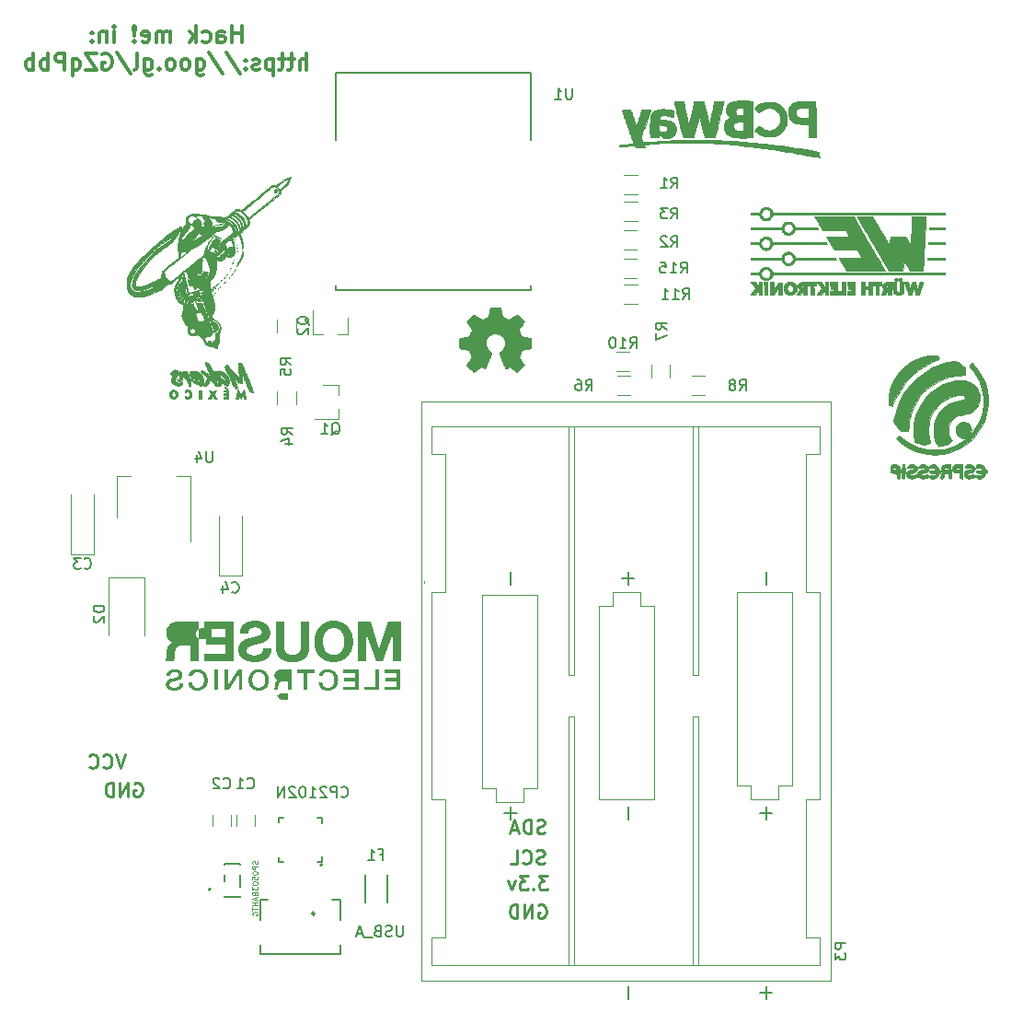
<source format=gbo>
G04 #@! TF.FileFunction,Legend,Bot*
%FSLAX46Y46*%
G04 Gerber Fmt 4.6, Leading zero omitted, Abs format (unit mm)*
G04 Created by KiCad (PCBNEW 4.0.7) date Monday, 12 '12e' March '12e' 2018, 16:45:08*
%MOMM*%
%LPD*%
G01*
G04 APERTURE LIST*
%ADD10C,0.100000*%
%ADD11C,0.300000*%
%ADD12C,0.250000*%
%ADD13C,0.120000*%
%ADD14C,0.150000*%
%ADD15C,0.254000*%
%ADD16C,0.127000*%
%ADD17C,0.200000*%
%ADD18C,0.010000*%
%ADD19C,0.152400*%
%ADD20C,0.050000*%
G04 APERTURE END LIST*
D10*
D11*
X133832857Y-45413571D02*
X133832857Y-43913571D01*
X133832857Y-44627857D02*
X132975714Y-44627857D01*
X132975714Y-45413571D02*
X132975714Y-43913571D01*
X131618571Y-45413571D02*
X131618571Y-44627857D01*
X131690000Y-44485000D01*
X131832857Y-44413571D01*
X132118571Y-44413571D01*
X132261428Y-44485000D01*
X131618571Y-45342143D02*
X131761428Y-45413571D01*
X132118571Y-45413571D01*
X132261428Y-45342143D01*
X132332857Y-45199286D01*
X132332857Y-45056429D01*
X132261428Y-44913571D01*
X132118571Y-44842143D01*
X131761428Y-44842143D01*
X131618571Y-44770714D01*
X130261428Y-45342143D02*
X130404285Y-45413571D01*
X130689999Y-45413571D01*
X130832857Y-45342143D01*
X130904285Y-45270714D01*
X130975714Y-45127857D01*
X130975714Y-44699286D01*
X130904285Y-44556429D01*
X130832857Y-44485000D01*
X130689999Y-44413571D01*
X130404285Y-44413571D01*
X130261428Y-44485000D01*
X129618571Y-45413571D02*
X129618571Y-43913571D01*
X129475714Y-44842143D02*
X129047143Y-45413571D01*
X129047143Y-44413571D02*
X129618571Y-44985000D01*
X127261428Y-45413571D02*
X127261428Y-44413571D01*
X127261428Y-44556429D02*
X127190000Y-44485000D01*
X127047142Y-44413571D01*
X126832857Y-44413571D01*
X126690000Y-44485000D01*
X126618571Y-44627857D01*
X126618571Y-45413571D01*
X126618571Y-44627857D02*
X126547142Y-44485000D01*
X126404285Y-44413571D01*
X126190000Y-44413571D01*
X126047142Y-44485000D01*
X125975714Y-44627857D01*
X125975714Y-45413571D01*
X124690000Y-45342143D02*
X124832857Y-45413571D01*
X125118571Y-45413571D01*
X125261428Y-45342143D01*
X125332857Y-45199286D01*
X125332857Y-44627857D01*
X125261428Y-44485000D01*
X125118571Y-44413571D01*
X124832857Y-44413571D01*
X124690000Y-44485000D01*
X124618571Y-44627857D01*
X124618571Y-44770714D01*
X125332857Y-44913571D01*
X123975714Y-45270714D02*
X123904286Y-45342143D01*
X123975714Y-45413571D01*
X124047143Y-45342143D01*
X123975714Y-45270714D01*
X123975714Y-45413571D01*
X123975714Y-44842143D02*
X124047143Y-43985000D01*
X123975714Y-43913571D01*
X123904286Y-43985000D01*
X123975714Y-44842143D01*
X123975714Y-43913571D01*
X122118571Y-45413571D02*
X122118571Y-44413571D01*
X122118571Y-43913571D02*
X122190000Y-43985000D01*
X122118571Y-44056429D01*
X122047143Y-43985000D01*
X122118571Y-43913571D01*
X122118571Y-44056429D01*
X121404285Y-44413571D02*
X121404285Y-45413571D01*
X121404285Y-44556429D02*
X121332857Y-44485000D01*
X121189999Y-44413571D01*
X120975714Y-44413571D01*
X120832857Y-44485000D01*
X120761428Y-44627857D01*
X120761428Y-45413571D01*
X120047142Y-45270714D02*
X119975714Y-45342143D01*
X120047142Y-45413571D01*
X120118571Y-45342143D01*
X120047142Y-45270714D01*
X120047142Y-45413571D01*
X120047142Y-44485000D02*
X119975714Y-44556429D01*
X120047142Y-44627857D01*
X120118571Y-44556429D01*
X120047142Y-44485000D01*
X120047142Y-44627857D01*
X139832858Y-47963571D02*
X139832858Y-46463571D01*
X139190001Y-47963571D02*
X139190001Y-47177857D01*
X139261430Y-47035000D01*
X139404287Y-46963571D01*
X139618572Y-46963571D01*
X139761430Y-47035000D01*
X139832858Y-47106429D01*
X138690001Y-46963571D02*
X138118572Y-46963571D01*
X138475715Y-46463571D02*
X138475715Y-47749286D01*
X138404287Y-47892143D01*
X138261429Y-47963571D01*
X138118572Y-47963571D01*
X137832858Y-46963571D02*
X137261429Y-46963571D01*
X137618572Y-46463571D02*
X137618572Y-47749286D01*
X137547144Y-47892143D01*
X137404286Y-47963571D01*
X137261429Y-47963571D01*
X136761429Y-46963571D02*
X136761429Y-48463571D01*
X136761429Y-47035000D02*
X136618572Y-46963571D01*
X136332858Y-46963571D01*
X136190001Y-47035000D01*
X136118572Y-47106429D01*
X136047143Y-47249286D01*
X136047143Y-47677857D01*
X136118572Y-47820714D01*
X136190001Y-47892143D01*
X136332858Y-47963571D01*
X136618572Y-47963571D01*
X136761429Y-47892143D01*
X135475715Y-47892143D02*
X135332858Y-47963571D01*
X135047143Y-47963571D01*
X134904286Y-47892143D01*
X134832858Y-47749286D01*
X134832858Y-47677857D01*
X134904286Y-47535000D01*
X135047143Y-47463571D01*
X135261429Y-47463571D01*
X135404286Y-47392143D01*
X135475715Y-47249286D01*
X135475715Y-47177857D01*
X135404286Y-47035000D01*
X135261429Y-46963571D01*
X135047143Y-46963571D01*
X134904286Y-47035000D01*
X134190000Y-47820714D02*
X134118572Y-47892143D01*
X134190000Y-47963571D01*
X134261429Y-47892143D01*
X134190000Y-47820714D01*
X134190000Y-47963571D01*
X134190000Y-47035000D02*
X134118572Y-47106429D01*
X134190000Y-47177857D01*
X134261429Y-47106429D01*
X134190000Y-47035000D01*
X134190000Y-47177857D01*
X132404286Y-46392143D02*
X133690000Y-48320714D01*
X130832857Y-46392143D02*
X132118571Y-48320714D01*
X129689999Y-46963571D02*
X129689999Y-48177857D01*
X129761428Y-48320714D01*
X129832856Y-48392143D01*
X129975713Y-48463571D01*
X130189999Y-48463571D01*
X130332856Y-48392143D01*
X129689999Y-47892143D02*
X129832856Y-47963571D01*
X130118570Y-47963571D01*
X130261428Y-47892143D01*
X130332856Y-47820714D01*
X130404285Y-47677857D01*
X130404285Y-47249286D01*
X130332856Y-47106429D01*
X130261428Y-47035000D01*
X130118570Y-46963571D01*
X129832856Y-46963571D01*
X129689999Y-47035000D01*
X128761427Y-47963571D02*
X128904285Y-47892143D01*
X128975713Y-47820714D01*
X129047142Y-47677857D01*
X129047142Y-47249286D01*
X128975713Y-47106429D01*
X128904285Y-47035000D01*
X128761427Y-46963571D01*
X128547142Y-46963571D01*
X128404285Y-47035000D01*
X128332856Y-47106429D01*
X128261427Y-47249286D01*
X128261427Y-47677857D01*
X128332856Y-47820714D01*
X128404285Y-47892143D01*
X128547142Y-47963571D01*
X128761427Y-47963571D01*
X127404284Y-47963571D02*
X127547142Y-47892143D01*
X127618570Y-47820714D01*
X127689999Y-47677857D01*
X127689999Y-47249286D01*
X127618570Y-47106429D01*
X127547142Y-47035000D01*
X127404284Y-46963571D01*
X127189999Y-46963571D01*
X127047142Y-47035000D01*
X126975713Y-47106429D01*
X126904284Y-47249286D01*
X126904284Y-47677857D01*
X126975713Y-47820714D01*
X127047142Y-47892143D01*
X127189999Y-47963571D01*
X127404284Y-47963571D01*
X126261427Y-47820714D02*
X126189999Y-47892143D01*
X126261427Y-47963571D01*
X126332856Y-47892143D01*
X126261427Y-47820714D01*
X126261427Y-47963571D01*
X124904284Y-46963571D02*
X124904284Y-48177857D01*
X124975713Y-48320714D01*
X125047141Y-48392143D01*
X125189998Y-48463571D01*
X125404284Y-48463571D01*
X125547141Y-48392143D01*
X124904284Y-47892143D02*
X125047141Y-47963571D01*
X125332855Y-47963571D01*
X125475713Y-47892143D01*
X125547141Y-47820714D01*
X125618570Y-47677857D01*
X125618570Y-47249286D01*
X125547141Y-47106429D01*
X125475713Y-47035000D01*
X125332855Y-46963571D01*
X125047141Y-46963571D01*
X124904284Y-47035000D01*
X123975712Y-47963571D02*
X124118570Y-47892143D01*
X124189998Y-47749286D01*
X124189998Y-46463571D01*
X122332856Y-46392143D02*
X123618570Y-48320714D01*
X121047141Y-46535000D02*
X121189998Y-46463571D01*
X121404284Y-46463571D01*
X121618569Y-46535000D01*
X121761427Y-46677857D01*
X121832855Y-46820714D01*
X121904284Y-47106429D01*
X121904284Y-47320714D01*
X121832855Y-47606429D01*
X121761427Y-47749286D01*
X121618569Y-47892143D01*
X121404284Y-47963571D01*
X121261427Y-47963571D01*
X121047141Y-47892143D01*
X120975712Y-47820714D01*
X120975712Y-47320714D01*
X121261427Y-47320714D01*
X120475712Y-46463571D02*
X119475712Y-46463571D01*
X120475712Y-47963571D01*
X119475712Y-47963571D01*
X118261427Y-46963571D02*
X118261427Y-48463571D01*
X118261427Y-47892143D02*
X118404284Y-47963571D01*
X118689998Y-47963571D01*
X118832856Y-47892143D01*
X118904284Y-47820714D01*
X118975713Y-47677857D01*
X118975713Y-47249286D01*
X118904284Y-47106429D01*
X118832856Y-47035000D01*
X118689998Y-46963571D01*
X118404284Y-46963571D01*
X118261427Y-47035000D01*
X117547141Y-47963571D02*
X117547141Y-46463571D01*
X116975713Y-46463571D01*
X116832855Y-46535000D01*
X116761427Y-46606429D01*
X116689998Y-46749286D01*
X116689998Y-46963571D01*
X116761427Y-47106429D01*
X116832855Y-47177857D01*
X116975713Y-47249286D01*
X117547141Y-47249286D01*
X116047141Y-47963571D02*
X116047141Y-46463571D01*
X116047141Y-47035000D02*
X115904284Y-46963571D01*
X115618570Y-46963571D01*
X115475713Y-47035000D01*
X115404284Y-47106429D01*
X115332855Y-47249286D01*
X115332855Y-47677857D01*
X115404284Y-47820714D01*
X115475713Y-47892143D01*
X115618570Y-47963571D01*
X115904284Y-47963571D01*
X116047141Y-47892143D01*
X114689998Y-47963571D02*
X114689998Y-46463571D01*
X114689998Y-47035000D02*
X114547141Y-46963571D01*
X114261427Y-46963571D01*
X114118570Y-47035000D01*
X114047141Y-47106429D01*
X113975712Y-47249286D01*
X113975712Y-47677857D01*
X114047141Y-47820714D01*
X114118570Y-47892143D01*
X114261427Y-47963571D01*
X114547141Y-47963571D01*
X114689998Y-47892143D01*
D12*
X161742142Y-118114048D02*
X161560714Y-118174524D01*
X161258333Y-118174524D01*
X161137380Y-118114048D01*
X161076904Y-118053571D01*
X161016428Y-117932619D01*
X161016428Y-117811667D01*
X161076904Y-117690714D01*
X161137380Y-117630238D01*
X161258333Y-117569762D01*
X161500237Y-117509286D01*
X161621190Y-117448810D01*
X161681666Y-117388333D01*
X161742142Y-117267381D01*
X161742142Y-117146429D01*
X161681666Y-117025476D01*
X161621190Y-116965000D01*
X161500237Y-116904524D01*
X161197857Y-116904524D01*
X161016428Y-116965000D01*
X160472142Y-118174524D02*
X160472142Y-116904524D01*
X160169761Y-116904524D01*
X159988333Y-116965000D01*
X159867380Y-117085952D01*
X159806904Y-117206905D01*
X159746428Y-117448810D01*
X159746428Y-117630238D01*
X159806904Y-117872143D01*
X159867380Y-117993095D01*
X159988333Y-118114048D01*
X160169761Y-118174524D01*
X160472142Y-118174524D01*
X159262618Y-117811667D02*
X158657856Y-117811667D01*
X159383571Y-118174524D02*
X158960237Y-116904524D01*
X158536904Y-118174524D01*
X161711904Y-120914048D02*
X161530476Y-120974524D01*
X161228095Y-120974524D01*
X161107142Y-120914048D01*
X161046666Y-120853571D01*
X160986190Y-120732619D01*
X160986190Y-120611667D01*
X161046666Y-120490714D01*
X161107142Y-120430238D01*
X161228095Y-120369762D01*
X161469999Y-120309286D01*
X161590952Y-120248810D01*
X161651428Y-120188333D01*
X161711904Y-120067381D01*
X161711904Y-119946429D01*
X161651428Y-119825476D01*
X161590952Y-119765000D01*
X161469999Y-119704524D01*
X161167619Y-119704524D01*
X160986190Y-119765000D01*
X159716190Y-120853571D02*
X159776666Y-120914048D01*
X159958095Y-120974524D01*
X160079047Y-120974524D01*
X160260475Y-120914048D01*
X160381428Y-120793095D01*
X160441904Y-120672143D01*
X160502380Y-120430238D01*
X160502380Y-120248810D01*
X160441904Y-120006905D01*
X160381428Y-119885952D01*
X160260475Y-119765000D01*
X160079047Y-119704524D01*
X159958095Y-119704524D01*
X159776666Y-119765000D01*
X159716190Y-119825476D01*
X158567142Y-120974524D02*
X159171904Y-120974524D01*
X159171904Y-119704524D01*
X162014285Y-122104524D02*
X161228095Y-122104524D01*
X161651428Y-122588333D01*
X161470000Y-122588333D01*
X161349047Y-122648810D01*
X161288571Y-122709286D01*
X161228095Y-122830238D01*
X161228095Y-123132619D01*
X161288571Y-123253571D01*
X161349047Y-123314048D01*
X161470000Y-123374524D01*
X161832857Y-123374524D01*
X161953809Y-123314048D01*
X162014285Y-123253571D01*
X160683809Y-123253571D02*
X160623333Y-123314048D01*
X160683809Y-123374524D01*
X160744285Y-123314048D01*
X160683809Y-123253571D01*
X160683809Y-123374524D01*
X160199999Y-122104524D02*
X159413809Y-122104524D01*
X159837142Y-122588333D01*
X159655714Y-122588333D01*
X159534761Y-122648810D01*
X159474285Y-122709286D01*
X159413809Y-122830238D01*
X159413809Y-123132619D01*
X159474285Y-123253571D01*
X159534761Y-123314048D01*
X159655714Y-123374524D01*
X160018571Y-123374524D01*
X160139523Y-123314048D01*
X160199999Y-123253571D01*
X158990475Y-122527857D02*
X158688094Y-123374524D01*
X158385714Y-122527857D01*
X161167619Y-124765000D02*
X161288571Y-124704524D01*
X161470000Y-124704524D01*
X161651428Y-124765000D01*
X161772381Y-124885952D01*
X161832857Y-125006905D01*
X161893333Y-125248810D01*
X161893333Y-125430238D01*
X161832857Y-125672143D01*
X161772381Y-125793095D01*
X161651428Y-125914048D01*
X161470000Y-125974524D01*
X161349048Y-125974524D01*
X161167619Y-125914048D01*
X161107143Y-125853571D01*
X161107143Y-125430238D01*
X161349048Y-125430238D01*
X160562857Y-125974524D02*
X160562857Y-124704524D01*
X159837143Y-125974524D01*
X159837143Y-124704524D01*
X159232381Y-125974524D02*
X159232381Y-124704524D01*
X158930000Y-124704524D01*
X158748572Y-124765000D01*
X158627619Y-124885952D01*
X158567143Y-125006905D01*
X158506667Y-125248810D01*
X158506667Y-125430238D01*
X158567143Y-125672143D01*
X158627619Y-125793095D01*
X158748572Y-125914048D01*
X158930000Y-125974524D01*
X159232381Y-125974524D01*
X123093333Y-110904524D02*
X122669999Y-112174524D01*
X122246666Y-110904524D01*
X121097619Y-112053571D02*
X121158095Y-112114048D01*
X121339524Y-112174524D01*
X121460476Y-112174524D01*
X121641904Y-112114048D01*
X121762857Y-111993095D01*
X121823333Y-111872143D01*
X121883809Y-111630238D01*
X121883809Y-111448810D01*
X121823333Y-111206905D01*
X121762857Y-111085952D01*
X121641904Y-110965000D01*
X121460476Y-110904524D01*
X121339524Y-110904524D01*
X121158095Y-110965000D01*
X121097619Y-111025476D01*
X119827619Y-112053571D02*
X119888095Y-112114048D01*
X120069524Y-112174524D01*
X120190476Y-112174524D01*
X120371904Y-112114048D01*
X120492857Y-111993095D01*
X120553333Y-111872143D01*
X120613809Y-111630238D01*
X120613809Y-111448810D01*
X120553333Y-111206905D01*
X120492857Y-111085952D01*
X120371904Y-110965000D01*
X120190476Y-110904524D01*
X120069524Y-110904524D01*
X119888095Y-110965000D01*
X119827619Y-111025476D01*
X123967619Y-113565000D02*
X124088571Y-113504524D01*
X124270000Y-113504524D01*
X124451428Y-113565000D01*
X124572381Y-113685952D01*
X124632857Y-113806905D01*
X124693333Y-114048810D01*
X124693333Y-114230238D01*
X124632857Y-114472143D01*
X124572381Y-114593095D01*
X124451428Y-114714048D01*
X124270000Y-114774524D01*
X124149048Y-114774524D01*
X123967619Y-114714048D01*
X123907143Y-114653571D01*
X123907143Y-114230238D01*
X124149048Y-114230238D01*
X123362857Y-114774524D02*
X123362857Y-113504524D01*
X122637143Y-114774524D01*
X122637143Y-113504524D01*
X122032381Y-114774524D02*
X122032381Y-113504524D01*
X121730000Y-113504524D01*
X121548572Y-113565000D01*
X121427619Y-113685952D01*
X121367143Y-113806905D01*
X121306667Y-114048810D01*
X121306667Y-114230238D01*
X121367143Y-114472143D01*
X121427619Y-114593095D01*
X121548572Y-114714048D01*
X121730000Y-114774524D01*
X122032381Y-114774524D01*
D13*
X150350000Y-78500000D02*
X188050000Y-78500000D01*
X150350000Y-131700000D02*
X150350000Y-78500000D01*
X188050000Y-131700000D02*
X150350000Y-131700000D01*
X188050000Y-78500000D02*
X188050000Y-131700000D01*
X163966000Y-103600000D02*
X163966000Y-80740000D01*
X164474000Y-103600000D02*
X163966000Y-103600000D01*
X164474000Y-80740000D02*
X164474000Y-103600000D01*
X163966000Y-107410000D02*
X163966000Y-130270000D01*
X164474000Y-107410000D02*
X163966000Y-107410000D01*
X164474000Y-130270000D02*
X164474000Y-107410000D01*
X161045000Y-96234000D02*
X159775000Y-96234000D01*
X161045000Y-114014000D02*
X161045000Y-96234000D01*
X159775000Y-114014000D02*
X161045000Y-114014000D01*
X159775000Y-115284000D02*
X159775000Y-114014000D01*
X157235000Y-115284000D02*
X159775000Y-115284000D01*
X157235000Y-114014000D02*
X157235000Y-115284000D01*
X155965000Y-114014000D02*
X157235000Y-114014000D01*
X155965000Y-96234000D02*
X155965000Y-114014000D01*
X159775000Y-96234000D02*
X155965000Y-96234000D01*
X159775000Y-96234000D02*
X155965000Y-96234000D01*
X155965000Y-96234000D02*
X155965000Y-114014000D01*
X155965000Y-114014000D02*
X157235000Y-114014000D01*
X157235000Y-114014000D02*
X157235000Y-115284000D01*
X157235000Y-115284000D02*
X159775000Y-115284000D01*
X159775000Y-115284000D02*
X159775000Y-114014000D01*
X159775000Y-114014000D02*
X161045000Y-114014000D01*
X161045000Y-114014000D02*
X161045000Y-96234000D01*
X161045000Y-96234000D02*
X159775000Y-96234000D01*
X184540000Y-95980000D02*
X183270000Y-95980000D01*
X184540000Y-113760000D02*
X184540000Y-95980000D01*
X183270000Y-113760000D02*
X184540000Y-113760000D01*
X183270000Y-115030000D02*
X183270000Y-113760000D01*
X180730000Y-115030000D02*
X183270000Y-115030000D01*
X180730000Y-113760000D02*
X180730000Y-115030000D01*
X179460000Y-113760000D02*
X180730000Y-113760000D01*
X179460000Y-95980000D02*
X179460000Y-113760000D01*
X183270000Y-95980000D02*
X179460000Y-95980000D01*
X164220000Y-130270000D02*
X151329500Y-130270000D01*
X164220000Y-80740000D02*
X151320000Y-80740000D01*
X166760000Y-115030000D02*
X171840000Y-115030000D01*
X171840000Y-115030000D02*
X171840000Y-97250000D01*
X171840000Y-97250000D02*
X170570000Y-97250000D01*
X170570000Y-97250000D02*
X170570000Y-95980000D01*
X170570000Y-95980000D02*
X168030000Y-95980000D01*
X168030000Y-95980000D02*
X168030000Y-97250000D01*
X168030000Y-97250000D02*
X166760000Y-97250000D01*
X166760000Y-97250000D02*
X166760000Y-115030000D01*
X183270000Y-95980000D02*
X179460000Y-95980000D01*
X179460000Y-95980000D02*
X179460000Y-113760000D01*
X179460000Y-113760000D02*
X180730000Y-113760000D01*
X180730000Y-113760000D02*
X180730000Y-115030000D01*
X180730000Y-115030000D02*
X183270000Y-115030000D01*
X183270000Y-115030000D02*
X183270000Y-113760000D01*
X183270000Y-113760000D02*
X184540000Y-113760000D01*
X184540000Y-113760000D02*
X184540000Y-95980000D01*
X184540000Y-95980000D02*
X183270000Y-95980000D01*
X175904000Y-130270000D02*
X175904000Y-107410000D01*
X175904000Y-107410000D02*
X175396000Y-107410000D01*
X175396000Y-107410000D02*
X175396000Y-130270000D01*
X175904000Y-80740000D02*
X175904000Y-103600000D01*
X175904000Y-103600000D02*
X175396000Y-103600000D01*
X175396000Y-103600000D02*
X175396000Y-80740000D01*
X152590000Y-115030000D02*
X151320000Y-115030000D01*
X151320000Y-115030000D02*
X151320000Y-95980000D01*
X151320000Y-95980000D02*
X152590000Y-95980000D01*
X185810000Y-83280000D02*
X185810000Y-95980000D01*
X185810000Y-95980000D02*
X187080000Y-95980000D01*
X187080000Y-95980000D02*
X187080000Y-115030000D01*
X187080000Y-115030000D02*
X185810000Y-115030000D01*
X152590000Y-83280000D02*
X152590000Y-95980000D01*
X185810000Y-127730000D02*
X185810000Y-115030000D01*
X185810000Y-127730000D02*
X187080000Y-127730000D01*
X187080000Y-127730000D02*
X187080000Y-130270000D01*
X187080000Y-130270000D02*
X164220000Y-130270000D01*
X151329500Y-130270000D02*
X151329500Y-127730000D01*
X151329500Y-127730000D02*
X152590000Y-127730000D01*
X152590000Y-127730000D02*
X152590000Y-115030000D01*
X187080000Y-80740000D02*
X187080000Y-83280000D01*
X187080000Y-83280000D02*
X185810000Y-83280000D01*
X187080000Y-80740000D02*
X164220000Y-80740000D01*
X151320000Y-80740000D02*
X151320000Y-83280000D01*
X151320000Y-83280000D02*
X152590000Y-83280000D01*
X135100000Y-116500000D02*
X135100000Y-117500000D01*
X133400000Y-117500000D02*
X133400000Y-116500000D01*
X132850000Y-116500000D02*
X132850000Y-117500000D01*
X131150000Y-117500000D02*
X131150000Y-116500000D01*
X121600000Y-94600000D02*
X124900000Y-94600000D01*
X124900000Y-94600000D02*
X124900000Y-100000000D01*
X121600000Y-94600000D02*
X121600000Y-100000000D01*
D14*
X145250000Y-124500000D02*
X145250000Y-122000000D01*
X147250000Y-124500000D02*
X147250000Y-122000000D01*
D15*
X140570000Y-125550000D02*
G75*
G03X140570000Y-125550000I-120000J0D01*
G01*
D16*
X142930000Y-129280000D02*
X135530000Y-129280000D01*
X135530000Y-128410000D02*
X135530000Y-129280000D01*
X136265000Y-124280000D02*
X135530000Y-124280000D01*
X135530000Y-124280000D02*
X135530000Y-126110000D01*
X142930000Y-128420000D02*
X142930000Y-129280000D01*
X142930000Y-124280000D02*
X142930000Y-126120000D01*
X142190000Y-124280000D02*
X142930000Y-124280000D01*
D13*
X142760000Y-76920000D02*
X142760000Y-77850000D01*
X142760000Y-80080000D02*
X142760000Y-79150000D01*
X142760000Y-80080000D02*
X140600000Y-80080000D01*
X142760000Y-76920000D02*
X141300000Y-76920000D01*
X143580000Y-72260000D02*
X142650000Y-72260000D01*
X140420000Y-72260000D02*
X141350000Y-72260000D01*
X140420000Y-72260000D02*
X140420000Y-70100000D01*
X143580000Y-72260000D02*
X143580000Y-70800000D01*
X170250000Y-57620000D02*
X169050000Y-57620000D01*
X169050000Y-59380000D02*
X170250000Y-59380000D01*
X137120000Y-77550000D02*
X137120000Y-78750000D01*
X138880000Y-78750000D02*
X138880000Y-77550000D01*
X138880000Y-72100000D02*
X138880000Y-70900000D01*
X137120000Y-70900000D02*
X137120000Y-72100000D01*
X169600000Y-76120000D02*
X168400000Y-76120000D01*
X168400000Y-77880000D02*
X169600000Y-77880000D01*
X173280000Y-76250000D02*
X173280000Y-75050000D01*
X171520000Y-75050000D02*
X171520000Y-76250000D01*
X175250000Y-77880000D02*
X176450000Y-77880000D01*
X176450000Y-76120000D02*
X175250000Y-76120000D01*
D16*
X141270000Y-117230000D02*
X141270000Y-116770000D01*
X141270000Y-116770000D02*
X140800000Y-116770000D01*
X137680000Y-116770000D02*
X137270000Y-116770000D01*
X137270000Y-116770000D02*
X137270000Y-117190000D01*
X137690000Y-120770000D02*
X137270000Y-120770000D01*
X137270000Y-120770000D02*
X137270000Y-120340000D01*
X141270000Y-120280000D02*
X141270000Y-120770000D01*
X141270000Y-120770000D02*
X140800000Y-120770000D01*
D14*
X141270000Y-121070000D02*
G75*
G03X141270000Y-121070000I-100000J0D01*
G01*
X132300000Y-122000000D02*
X132300000Y-122600000D01*
X133700000Y-123050000D02*
X133700000Y-122000000D01*
D16*
X133700000Y-124020000D02*
X132300000Y-124020000D01*
X133700000Y-120980000D02*
X132300000Y-120980000D01*
X133700000Y-124020000D02*
X133700000Y-123920000D01*
X132300000Y-124020000D02*
X132300000Y-123920000D01*
X133700000Y-120980000D02*
X133700000Y-121080000D01*
X132300000Y-120980000D02*
X132300000Y-121080000D01*
D17*
X131000000Y-123327000D02*
G75*
G03X131000000Y-123327000I-100000J0D01*
G01*
D13*
X122340000Y-85340000D02*
X123600000Y-85340000D01*
X129160000Y-85340000D02*
X127900000Y-85340000D01*
X122340000Y-89100000D02*
X122340000Y-85340000D01*
X129160000Y-91350000D02*
X129160000Y-85340000D01*
D18*
G36*
X171430528Y-51650247D02*
X171406646Y-51652224D01*
X171362059Y-51654025D01*
X171300254Y-51655582D01*
X171224714Y-51656829D01*
X171138926Y-51657698D01*
X171046374Y-51658122D01*
X171019977Y-51658152D01*
X170656477Y-51658285D01*
X170611013Y-51781224D01*
X170592393Y-51834127D01*
X170569303Y-51903642D01*
X170543879Y-51983111D01*
X170518260Y-52065876D01*
X170499362Y-52128962D01*
X170449317Y-52296799D01*
X170404270Y-52443155D01*
X170363523Y-52570058D01*
X170326378Y-52679538D01*
X170292136Y-52773624D01*
X170260099Y-52854345D01*
X170229567Y-52923729D01*
X170216034Y-52951995D01*
X170189161Y-53005573D01*
X170165987Y-53049846D01*
X170148564Y-53081039D01*
X170138944Y-53095374D01*
X170137871Y-53095807D01*
X170125875Y-53076406D01*
X170107692Y-53037449D01*
X170084611Y-52982386D01*
X170057919Y-52914667D01*
X170028905Y-52837742D01*
X169998857Y-52755062D01*
X169969064Y-52670078D01*
X169940813Y-52586238D01*
X169915394Y-52506994D01*
X169903698Y-52468666D01*
X169856388Y-52312514D01*
X169811845Y-52169873D01*
X169770524Y-52042042D01*
X169732882Y-51930319D01*
X169699375Y-51836003D01*
X169670459Y-51760394D01*
X169646588Y-51704789D01*
X169628220Y-51670488D01*
X169620094Y-51660725D01*
X169605329Y-51658443D01*
X169569997Y-51656880D01*
X169517639Y-51655983D01*
X169451799Y-51655694D01*
X169376021Y-51655959D01*
X169293846Y-51656722D01*
X169208818Y-51657928D01*
X169124480Y-51659521D01*
X169044374Y-51661445D01*
X168972043Y-51663646D01*
X168911031Y-51666068D01*
X168864880Y-51668654D01*
X168837133Y-51671351D01*
X168830688Y-51673089D01*
X168833944Y-51685025D01*
X168844970Y-51718375D01*
X168863292Y-51771811D01*
X168888438Y-51844004D01*
X168919937Y-51933625D01*
X168957316Y-52039345D01*
X169000102Y-52159835D01*
X169047825Y-52293767D01*
X169100010Y-52439811D01*
X169156187Y-52596639D01*
X169215883Y-52762922D01*
X169278626Y-52937331D01*
X169343943Y-53118538D01*
X169369370Y-53188985D01*
X169435526Y-53372459D01*
X169499244Y-53549673D01*
X169560056Y-53719295D01*
X169617490Y-53879994D01*
X169671078Y-54030439D01*
X169720350Y-54169300D01*
X169764836Y-54295244D01*
X169804066Y-54406940D01*
X169837570Y-54503058D01*
X169864879Y-54582267D01*
X169885524Y-54643234D01*
X169899033Y-54684630D01*
X169904939Y-54705122D01*
X169905092Y-54707151D01*
X169883749Y-54718078D01*
X169842227Y-54729696D01*
X169779908Y-54742099D01*
X169696174Y-54755383D01*
X169590408Y-54769640D01*
X169461991Y-54784966D01*
X169310307Y-54801453D01*
X169236571Y-54809046D01*
X169104952Y-54822564D01*
X168995141Y-54834288D01*
X168904851Y-54844592D01*
X168831796Y-54853850D01*
X168773692Y-54862438D01*
X168728251Y-54870728D01*
X168693189Y-54879096D01*
X168666219Y-54887915D01*
X168645056Y-54897560D01*
X168627414Y-54908404D01*
X168626719Y-54908890D01*
X168597665Y-54931439D01*
X168578297Y-54950535D01*
X168574532Y-54956585D01*
X168580526Y-54972341D01*
X168609161Y-54984671D01*
X168659125Y-54993567D01*
X168729113Y-54999022D01*
X168817814Y-55001029D01*
X168923922Y-54999581D01*
X169046127Y-54994671D01*
X169183121Y-54986293D01*
X169333597Y-54974438D01*
X169473287Y-54961408D01*
X169571921Y-54951960D01*
X169666613Y-54943581D01*
X169753667Y-54936546D01*
X169829386Y-54931130D01*
X169890074Y-54927609D01*
X169932035Y-54926257D01*
X169943631Y-54926422D01*
X170026069Y-54930047D01*
X170057677Y-55020762D01*
X170089286Y-55111476D01*
X170207214Y-55111201D01*
X170359708Y-55110749D01*
X170489718Y-55110119D01*
X170598950Y-55109245D01*
X170689109Y-55108064D01*
X170761902Y-55106513D01*
X170819035Y-55104528D01*
X170862213Y-55102046D01*
X170893143Y-55099002D01*
X170913530Y-55095334D01*
X170925081Y-55090978D01*
X170929501Y-55085869D01*
X170929693Y-55084262D01*
X170926290Y-55064218D01*
X170917278Y-55027023D01*
X170904172Y-54978641D01*
X170893619Y-54942143D01*
X170878797Y-54891946D01*
X170866915Y-54851313D01*
X170859419Y-54825211D01*
X170857544Y-54818166D01*
X170868539Y-54816712D01*
X170897786Y-54815640D01*
X170939346Y-54815153D01*
X170946706Y-54815143D01*
X171019593Y-54813842D01*
X171113070Y-54810090D01*
X171223681Y-54804112D01*
X171347974Y-54796131D01*
X171482495Y-54786373D01*
X171623790Y-54775062D01*
X171768406Y-54762422D01*
X171794714Y-54760006D01*
X171979470Y-54742989D01*
X172143423Y-54728134D01*
X172289847Y-54715238D01*
X172422013Y-54704099D01*
X172543194Y-54694514D01*
X172656663Y-54686281D01*
X172765693Y-54679197D01*
X172873554Y-54673060D01*
X172983521Y-54667667D01*
X173098865Y-54662815D01*
X173222859Y-54658304D01*
X173358775Y-54653929D01*
X173509886Y-54649488D01*
X173639238Y-54645881D01*
X173773391Y-54642738D01*
X173926683Y-54640090D01*
X174095688Y-54637937D01*
X174276979Y-54636280D01*
X174467131Y-54635119D01*
X174662718Y-54634453D01*
X174860313Y-54634284D01*
X175056490Y-54634611D01*
X175247824Y-54635434D01*
X175430888Y-54636754D01*
X175602256Y-54638570D01*
X175758502Y-54640884D01*
X175896200Y-54643694D01*
X175973619Y-54645772D01*
X176514595Y-54664820D01*
X177037301Y-54688855D01*
X177540725Y-54717809D01*
X178023852Y-54751615D01*
X178485667Y-54790206D01*
X178925157Y-54833514D01*
X179094190Y-54852112D01*
X179384791Y-54885032D01*
X179654927Y-54915518D01*
X179908159Y-54943966D01*
X180148045Y-54970773D01*
X180378146Y-54996336D01*
X180602020Y-55021052D01*
X180823228Y-55045318D01*
X180987095Y-55063196D01*
X181147795Y-55080710D01*
X181297287Y-55097082D01*
X181437005Y-55112529D01*
X181568381Y-55127266D01*
X181692847Y-55141509D01*
X181811834Y-55155474D01*
X181926776Y-55169375D01*
X182039105Y-55183430D01*
X182150252Y-55197853D01*
X182261650Y-55212860D01*
X182374732Y-55228667D01*
X182490928Y-55245489D01*
X182611673Y-55263543D01*
X182738398Y-55283043D01*
X182872534Y-55304206D01*
X183015515Y-55327247D01*
X183168773Y-55352381D01*
X183333739Y-55379825D01*
X183511847Y-55409794D01*
X183704528Y-55442503D01*
X183913214Y-55478169D01*
X184139338Y-55517007D01*
X184384332Y-55559233D01*
X184649629Y-55605062D01*
X184936659Y-55654710D01*
X185078313Y-55679223D01*
X185290857Y-55715992D01*
X185496996Y-55751626D01*
X185695463Y-55785906D01*
X185884990Y-55818615D01*
X186064312Y-55849535D01*
X186232162Y-55878448D01*
X186387273Y-55905137D01*
X186528379Y-55929385D01*
X186654212Y-55950972D01*
X186763506Y-55969682D01*
X186854994Y-55985297D01*
X186927410Y-55997599D01*
X186979487Y-56006371D01*
X187009958Y-56011394D01*
X187017886Y-56012571D01*
X187026087Y-56002753D01*
X187024797Y-55985357D01*
X187020445Y-55964757D01*
X187012504Y-55924942D01*
X187001865Y-55870468D01*
X186989419Y-55805892D01*
X186979569Y-55754269D01*
X186940834Y-55550395D01*
X186897523Y-55532299D01*
X186846472Y-55514143D01*
X186773625Y-55492938D01*
X186681121Y-55469142D01*
X186571100Y-55443213D01*
X186445701Y-55415607D01*
X186307063Y-55386782D01*
X186157326Y-55357196D01*
X185998629Y-55327305D01*
X185833111Y-55297568D01*
X185665430Y-55268862D01*
X185267366Y-55204261D01*
X184859090Y-55141732D01*
X184438337Y-55080970D01*
X184002840Y-55021666D01*
X183550335Y-54963514D01*
X183078556Y-54906207D01*
X182585238Y-54849438D01*
X182499000Y-54839811D01*
X181991941Y-54784404D01*
X181506586Y-54733372D01*
X181040873Y-54686569D01*
X180592742Y-54643848D01*
X180160131Y-54605063D01*
X179740980Y-54570067D01*
X179333228Y-54538715D01*
X178934814Y-54510861D01*
X178543677Y-54486357D01*
X178157756Y-54465059D01*
X177774991Y-54446819D01*
X177393319Y-54431491D01*
X177010682Y-54418930D01*
X176625016Y-54408989D01*
X176348571Y-54403447D01*
X176069520Y-54399669D01*
X175779880Y-54397976D01*
X175482256Y-54398293D01*
X175179249Y-54400546D01*
X174873463Y-54404658D01*
X174567501Y-54410553D01*
X174263965Y-54418157D01*
X173965459Y-54427394D01*
X173674585Y-54438188D01*
X173393946Y-54450464D01*
X173126145Y-54464146D01*
X172873786Y-54479159D01*
X172639470Y-54495427D01*
X172425800Y-54512875D01*
X172355937Y-54519288D01*
X172156529Y-54538077D01*
X171979241Y-54554524D01*
X171822130Y-54568771D01*
X171683254Y-54580961D01*
X171560670Y-54591236D01*
X171452435Y-54599738D01*
X171356607Y-54606610D01*
X171271243Y-54611994D01*
X171194399Y-54616031D01*
X171124135Y-54618865D01*
X171058506Y-54620637D01*
X170995571Y-54621489D01*
X170958315Y-54621619D01*
X170880371Y-54621124D01*
X170823615Y-54619394D01*
X170785058Y-54616062D01*
X170761713Y-54610758D01*
X170750592Y-54603114D01*
X170748476Y-54595754D01*
X170744320Y-54580970D01*
X170732911Y-54548064D01*
X170715835Y-54501430D01*
X170694679Y-54445465D01*
X170687012Y-54425540D01*
X170653943Y-54336983D01*
X170630461Y-54265458D01*
X170615747Y-54206160D01*
X170608983Y-54154282D01*
X170609350Y-54105020D01*
X170616028Y-54053567D01*
X170620040Y-54032496D01*
X170629154Y-53998374D01*
X170646494Y-53944152D01*
X170671226Y-53872158D01*
X170702514Y-53784722D01*
X170739523Y-53684171D01*
X170781417Y-53572834D01*
X170827363Y-53453041D01*
X170833855Y-53436285D01*
X170925468Y-53199240D01*
X171011000Y-52976174D01*
X171090166Y-52767863D01*
X171162686Y-52575084D01*
X171228277Y-52398610D01*
X171286658Y-52239219D01*
X171337546Y-52097686D01*
X171380659Y-51974787D01*
X171415716Y-51871297D01*
X171442433Y-51787991D01*
X171460530Y-51725647D01*
X171468928Y-51689690D01*
X171477579Y-51642475D01*
X171430528Y-51650247D01*
X171430528Y-51650247D01*
G37*
X171430528Y-51650247D02*
X171406646Y-51652224D01*
X171362059Y-51654025D01*
X171300254Y-51655582D01*
X171224714Y-51656829D01*
X171138926Y-51657698D01*
X171046374Y-51658122D01*
X171019977Y-51658152D01*
X170656477Y-51658285D01*
X170611013Y-51781224D01*
X170592393Y-51834127D01*
X170569303Y-51903642D01*
X170543879Y-51983111D01*
X170518260Y-52065876D01*
X170499362Y-52128962D01*
X170449317Y-52296799D01*
X170404270Y-52443155D01*
X170363523Y-52570058D01*
X170326378Y-52679538D01*
X170292136Y-52773624D01*
X170260099Y-52854345D01*
X170229567Y-52923729D01*
X170216034Y-52951995D01*
X170189161Y-53005573D01*
X170165987Y-53049846D01*
X170148564Y-53081039D01*
X170138944Y-53095374D01*
X170137871Y-53095807D01*
X170125875Y-53076406D01*
X170107692Y-53037449D01*
X170084611Y-52982386D01*
X170057919Y-52914667D01*
X170028905Y-52837742D01*
X169998857Y-52755062D01*
X169969064Y-52670078D01*
X169940813Y-52586238D01*
X169915394Y-52506994D01*
X169903698Y-52468666D01*
X169856388Y-52312514D01*
X169811845Y-52169873D01*
X169770524Y-52042042D01*
X169732882Y-51930319D01*
X169699375Y-51836003D01*
X169670459Y-51760394D01*
X169646588Y-51704789D01*
X169628220Y-51670488D01*
X169620094Y-51660725D01*
X169605329Y-51658443D01*
X169569997Y-51656880D01*
X169517639Y-51655983D01*
X169451799Y-51655694D01*
X169376021Y-51655959D01*
X169293846Y-51656722D01*
X169208818Y-51657928D01*
X169124480Y-51659521D01*
X169044374Y-51661445D01*
X168972043Y-51663646D01*
X168911031Y-51666068D01*
X168864880Y-51668654D01*
X168837133Y-51671351D01*
X168830688Y-51673089D01*
X168833944Y-51685025D01*
X168844970Y-51718375D01*
X168863292Y-51771811D01*
X168888438Y-51844004D01*
X168919937Y-51933625D01*
X168957316Y-52039345D01*
X169000102Y-52159835D01*
X169047825Y-52293767D01*
X169100010Y-52439811D01*
X169156187Y-52596639D01*
X169215883Y-52762922D01*
X169278626Y-52937331D01*
X169343943Y-53118538D01*
X169369370Y-53188985D01*
X169435526Y-53372459D01*
X169499244Y-53549673D01*
X169560056Y-53719295D01*
X169617490Y-53879994D01*
X169671078Y-54030439D01*
X169720350Y-54169300D01*
X169764836Y-54295244D01*
X169804066Y-54406940D01*
X169837570Y-54503058D01*
X169864879Y-54582267D01*
X169885524Y-54643234D01*
X169899033Y-54684630D01*
X169904939Y-54705122D01*
X169905092Y-54707151D01*
X169883749Y-54718078D01*
X169842227Y-54729696D01*
X169779908Y-54742099D01*
X169696174Y-54755383D01*
X169590408Y-54769640D01*
X169461991Y-54784966D01*
X169310307Y-54801453D01*
X169236571Y-54809046D01*
X169104952Y-54822564D01*
X168995141Y-54834288D01*
X168904851Y-54844592D01*
X168831796Y-54853850D01*
X168773692Y-54862438D01*
X168728251Y-54870728D01*
X168693189Y-54879096D01*
X168666219Y-54887915D01*
X168645056Y-54897560D01*
X168627414Y-54908404D01*
X168626719Y-54908890D01*
X168597665Y-54931439D01*
X168578297Y-54950535D01*
X168574532Y-54956585D01*
X168580526Y-54972341D01*
X168609161Y-54984671D01*
X168659125Y-54993567D01*
X168729113Y-54999022D01*
X168817814Y-55001029D01*
X168923922Y-54999581D01*
X169046127Y-54994671D01*
X169183121Y-54986293D01*
X169333597Y-54974438D01*
X169473287Y-54961408D01*
X169571921Y-54951960D01*
X169666613Y-54943581D01*
X169753667Y-54936546D01*
X169829386Y-54931130D01*
X169890074Y-54927609D01*
X169932035Y-54926257D01*
X169943631Y-54926422D01*
X170026069Y-54930047D01*
X170057677Y-55020762D01*
X170089286Y-55111476D01*
X170207214Y-55111201D01*
X170359708Y-55110749D01*
X170489718Y-55110119D01*
X170598950Y-55109245D01*
X170689109Y-55108064D01*
X170761902Y-55106513D01*
X170819035Y-55104528D01*
X170862213Y-55102046D01*
X170893143Y-55099002D01*
X170913530Y-55095334D01*
X170925081Y-55090978D01*
X170929501Y-55085869D01*
X170929693Y-55084262D01*
X170926290Y-55064218D01*
X170917278Y-55027023D01*
X170904172Y-54978641D01*
X170893619Y-54942143D01*
X170878797Y-54891946D01*
X170866915Y-54851313D01*
X170859419Y-54825211D01*
X170857544Y-54818166D01*
X170868539Y-54816712D01*
X170897786Y-54815640D01*
X170939346Y-54815153D01*
X170946706Y-54815143D01*
X171019593Y-54813842D01*
X171113070Y-54810090D01*
X171223681Y-54804112D01*
X171347974Y-54796131D01*
X171482495Y-54786373D01*
X171623790Y-54775062D01*
X171768406Y-54762422D01*
X171794714Y-54760006D01*
X171979470Y-54742989D01*
X172143423Y-54728134D01*
X172289847Y-54715238D01*
X172422013Y-54704099D01*
X172543194Y-54694514D01*
X172656663Y-54686281D01*
X172765693Y-54679197D01*
X172873554Y-54673060D01*
X172983521Y-54667667D01*
X173098865Y-54662815D01*
X173222859Y-54658304D01*
X173358775Y-54653929D01*
X173509886Y-54649488D01*
X173639238Y-54645881D01*
X173773391Y-54642738D01*
X173926683Y-54640090D01*
X174095688Y-54637937D01*
X174276979Y-54636280D01*
X174467131Y-54635119D01*
X174662718Y-54634453D01*
X174860313Y-54634284D01*
X175056490Y-54634611D01*
X175247824Y-54635434D01*
X175430888Y-54636754D01*
X175602256Y-54638570D01*
X175758502Y-54640884D01*
X175896200Y-54643694D01*
X175973619Y-54645772D01*
X176514595Y-54664820D01*
X177037301Y-54688855D01*
X177540725Y-54717809D01*
X178023852Y-54751615D01*
X178485667Y-54790206D01*
X178925157Y-54833514D01*
X179094190Y-54852112D01*
X179384791Y-54885032D01*
X179654927Y-54915518D01*
X179908159Y-54943966D01*
X180148045Y-54970773D01*
X180378146Y-54996336D01*
X180602020Y-55021052D01*
X180823228Y-55045318D01*
X180987095Y-55063196D01*
X181147795Y-55080710D01*
X181297287Y-55097082D01*
X181437005Y-55112529D01*
X181568381Y-55127266D01*
X181692847Y-55141509D01*
X181811834Y-55155474D01*
X181926776Y-55169375D01*
X182039105Y-55183430D01*
X182150252Y-55197853D01*
X182261650Y-55212860D01*
X182374732Y-55228667D01*
X182490928Y-55245489D01*
X182611673Y-55263543D01*
X182738398Y-55283043D01*
X182872534Y-55304206D01*
X183015515Y-55327247D01*
X183168773Y-55352381D01*
X183333739Y-55379825D01*
X183511847Y-55409794D01*
X183704528Y-55442503D01*
X183913214Y-55478169D01*
X184139338Y-55517007D01*
X184384332Y-55559233D01*
X184649629Y-55605062D01*
X184936659Y-55654710D01*
X185078313Y-55679223D01*
X185290857Y-55715992D01*
X185496996Y-55751626D01*
X185695463Y-55785906D01*
X185884990Y-55818615D01*
X186064312Y-55849535D01*
X186232162Y-55878448D01*
X186387273Y-55905137D01*
X186528379Y-55929385D01*
X186654212Y-55950972D01*
X186763506Y-55969682D01*
X186854994Y-55985297D01*
X186927410Y-55997599D01*
X186979487Y-56006371D01*
X187009958Y-56011394D01*
X187017886Y-56012571D01*
X187026087Y-56002753D01*
X187024797Y-55985357D01*
X187020445Y-55964757D01*
X187012504Y-55924942D01*
X187001865Y-55870468D01*
X186989419Y-55805892D01*
X186979569Y-55754269D01*
X186940834Y-55550395D01*
X186897523Y-55532299D01*
X186846472Y-55514143D01*
X186773625Y-55492938D01*
X186681121Y-55469142D01*
X186571100Y-55443213D01*
X186445701Y-55415607D01*
X186307063Y-55386782D01*
X186157326Y-55357196D01*
X185998629Y-55327305D01*
X185833111Y-55297568D01*
X185665430Y-55268862D01*
X185267366Y-55204261D01*
X184859090Y-55141732D01*
X184438337Y-55080970D01*
X184002840Y-55021666D01*
X183550335Y-54963514D01*
X183078556Y-54906207D01*
X182585238Y-54849438D01*
X182499000Y-54839811D01*
X181991941Y-54784404D01*
X181506586Y-54733372D01*
X181040873Y-54686569D01*
X180592742Y-54643848D01*
X180160131Y-54605063D01*
X179740980Y-54570067D01*
X179333228Y-54538715D01*
X178934814Y-54510861D01*
X178543677Y-54486357D01*
X178157756Y-54465059D01*
X177774991Y-54446819D01*
X177393319Y-54431491D01*
X177010682Y-54418930D01*
X176625016Y-54408989D01*
X176348571Y-54403447D01*
X176069520Y-54399669D01*
X175779880Y-54397976D01*
X175482256Y-54398293D01*
X175179249Y-54400546D01*
X174873463Y-54404658D01*
X174567501Y-54410553D01*
X174263965Y-54418157D01*
X173965459Y-54427394D01*
X173674585Y-54438188D01*
X173393946Y-54450464D01*
X173126145Y-54464146D01*
X172873786Y-54479159D01*
X172639470Y-54495427D01*
X172425800Y-54512875D01*
X172355937Y-54519288D01*
X172156529Y-54538077D01*
X171979241Y-54554524D01*
X171822130Y-54568771D01*
X171683254Y-54580961D01*
X171560670Y-54591236D01*
X171452435Y-54599738D01*
X171356607Y-54606610D01*
X171271243Y-54611994D01*
X171194399Y-54616031D01*
X171124135Y-54618865D01*
X171058506Y-54620637D01*
X170995571Y-54621489D01*
X170958315Y-54621619D01*
X170880371Y-54621124D01*
X170823615Y-54619394D01*
X170785058Y-54616062D01*
X170761713Y-54610758D01*
X170750592Y-54603114D01*
X170748476Y-54595754D01*
X170744320Y-54580970D01*
X170732911Y-54548064D01*
X170715835Y-54501430D01*
X170694679Y-54445465D01*
X170687012Y-54425540D01*
X170653943Y-54336983D01*
X170630461Y-54265458D01*
X170615747Y-54206160D01*
X170608983Y-54154282D01*
X170609350Y-54105020D01*
X170616028Y-54053567D01*
X170620040Y-54032496D01*
X170629154Y-53998374D01*
X170646494Y-53944152D01*
X170671226Y-53872158D01*
X170702514Y-53784722D01*
X170739523Y-53684171D01*
X170781417Y-53572834D01*
X170827363Y-53453041D01*
X170833855Y-53436285D01*
X170925468Y-53199240D01*
X171011000Y-52976174D01*
X171090166Y-52767863D01*
X171162686Y-52575084D01*
X171228277Y-52398610D01*
X171286658Y-52239219D01*
X171337546Y-52097686D01*
X171380659Y-51974787D01*
X171415716Y-51871297D01*
X171442433Y-51787991D01*
X171460530Y-51725647D01*
X171468928Y-51689690D01*
X171477579Y-51642475D01*
X171430528Y-51650247D01*
G36*
X172509034Y-51581757D02*
X172420107Y-51584679D01*
X172345979Y-51589520D01*
X172296666Y-51595441D01*
X172123454Y-51631423D01*
X171971483Y-51678510D01*
X171840438Y-51736833D01*
X171730005Y-51806524D01*
X171673259Y-51854080D01*
X171632547Y-51895721D01*
X171595426Y-51939893D01*
X171568451Y-51978627D01*
X171563696Y-51987242D01*
X171534908Y-52058047D01*
X171508446Y-52151689D01*
X171484524Y-52266909D01*
X171463355Y-52402446D01*
X171445153Y-52557039D01*
X171430131Y-52729429D01*
X171424790Y-52807333D01*
X171420100Y-52901057D01*
X171416880Y-53008301D01*
X171415054Y-53125899D01*
X171414550Y-53250683D01*
X171415294Y-53379486D01*
X171417212Y-53509142D01*
X171420230Y-53636482D01*
X171424275Y-53758339D01*
X171429273Y-53871547D01*
X171435150Y-53972939D01*
X171441833Y-54059346D01*
X171449248Y-54127603D01*
X171456524Y-54171071D01*
X171460815Y-54183861D01*
X171470020Y-54191855D01*
X171488983Y-54196173D01*
X171522548Y-54197933D01*
X171574206Y-54198256D01*
X171621105Y-54197864D01*
X171686432Y-54196788D01*
X171764439Y-54195152D01*
X171849379Y-54193076D01*
X171935502Y-54190683D01*
X171948214Y-54190303D01*
X172210570Y-54182381D01*
X172255532Y-54081476D01*
X172275726Y-54037253D01*
X172292355Y-54002883D01*
X172302988Y-53983289D01*
X172305308Y-53980571D01*
X172315679Y-53988396D01*
X172338267Y-54008920D01*
X172368204Y-54037717D01*
X172368515Y-54038024D01*
X172454781Y-54108690D01*
X172558147Y-54169432D01*
X172672347Y-54216595D01*
X172677666Y-54218348D01*
X172723133Y-54231962D01*
X172765960Y-54241442D01*
X172812899Y-54247696D01*
X172870704Y-54251630D01*
X172943762Y-54254093D01*
X173044317Y-54254687D01*
X173123017Y-54250833D01*
X173181802Y-54242429D01*
X173185666Y-54241566D01*
X173310369Y-54203319D01*
X173427820Y-54148871D01*
X173533019Y-54081041D01*
X173620965Y-54002649D01*
X173633339Y-53989046D01*
X173683196Y-53922329D01*
X173730210Y-53841185D01*
X173769279Y-53755270D01*
X173791194Y-53690285D01*
X173806436Y-53613641D01*
X173815509Y-53522533D01*
X173818157Y-53425953D01*
X173816455Y-53386676D01*
X173027653Y-53386676D01*
X173019849Y-53462660D01*
X172992563Y-53536351D01*
X172945688Y-53603450D01*
X172945421Y-53603744D01*
X172891599Y-53646191D01*
X172821182Y-53676713D01*
X172738976Y-53694659D01*
X172649786Y-53699379D01*
X172558419Y-53690221D01*
X172472935Y-53667704D01*
X172384442Y-53628060D01*
X172317155Y-53578839D01*
X172269424Y-53518386D01*
X172239600Y-53445049D01*
X172235980Y-53430238D01*
X172232275Y-53400597D01*
X172230099Y-53355473D01*
X172229323Y-53299793D01*
X172229815Y-53238486D01*
X172231443Y-53176480D01*
X172234075Y-53118702D01*
X172237580Y-53070081D01*
X172241826Y-53035545D01*
X172246682Y-53020021D01*
X172246938Y-53019833D01*
X172263469Y-53018018D01*
X172298950Y-53018910D01*
X172348349Y-53022042D01*
X172406637Y-53026948D01*
X172468780Y-53033159D01*
X172529748Y-53040210D01*
X172584510Y-53047632D01*
X172628034Y-53054959D01*
X172630401Y-53055431D01*
X172706946Y-53075571D01*
X172785446Y-53104322D01*
X172858221Y-53138346D01*
X172917589Y-53174302D01*
X172935221Y-53187935D01*
X172985233Y-53245017D01*
X173016079Y-53312696D01*
X173027653Y-53386676D01*
X173816455Y-53386676D01*
X173814124Y-53332894D01*
X173803611Y-53254620D01*
X173766164Y-53124387D01*
X173708541Y-53006956D01*
X173631534Y-52903070D01*
X173535935Y-52813473D01*
X173422538Y-52738906D01*
X173292135Y-52680113D01*
X173145520Y-52637837D01*
X173145069Y-52637738D01*
X173100643Y-52629336D01*
X173037572Y-52619185D01*
X172961272Y-52608066D01*
X172877156Y-52596759D01*
X172790638Y-52586042D01*
X172767462Y-52583339D01*
X172631984Y-52566884D01*
X172519514Y-52551229D01*
X172428894Y-52536112D01*
X172358966Y-52521273D01*
X172308571Y-52506450D01*
X172276549Y-52491383D01*
X172261744Y-52475811D01*
X172260381Y-52469117D01*
X172267647Y-52424412D01*
X172286801Y-52370583D01*
X172313879Y-52316778D01*
X172344914Y-52272144D01*
X172346625Y-52270173D01*
X172410012Y-52216260D01*
X172491215Y-52177592D01*
X172589024Y-52154474D01*
X172702226Y-52147212D01*
X172808211Y-52153576D01*
X172881369Y-52162990D01*
X172960114Y-52176081D01*
X173048069Y-52193614D01*
X173148856Y-52216353D01*
X173266097Y-52245062D01*
X173376883Y-52273550D01*
X173442699Y-52290435D01*
X173501318Y-52304883D01*
X173548304Y-52315845D01*
X173579218Y-52322275D01*
X173588550Y-52323527D01*
X173594771Y-52321897D01*
X173599513Y-52315196D01*
X173602920Y-52300709D01*
X173605132Y-52275722D01*
X173606291Y-52237519D01*
X173606539Y-52183387D01*
X173606018Y-52110610D01*
X173604868Y-52016475D01*
X173604809Y-52012075D01*
X173603590Y-51927967D01*
X173602323Y-51852272D01*
X173601078Y-51788214D01*
X173599921Y-51739019D01*
X173598921Y-51707914D01*
X173598216Y-51698057D01*
X173584525Y-51693607D01*
X173551076Y-51685966D01*
X173501975Y-51675890D01*
X173441332Y-51664136D01*
X173373254Y-51651458D01*
X173301848Y-51638612D01*
X173231223Y-51626355D01*
X173165487Y-51615441D01*
X173108747Y-51606627D01*
X173076809Y-51602141D01*
X173002798Y-51594441D01*
X172913955Y-51588407D01*
X172815219Y-51584078D01*
X172711528Y-51581499D01*
X172607820Y-51580711D01*
X172509034Y-51581757D01*
X172509034Y-51581757D01*
G37*
X172509034Y-51581757D02*
X172420107Y-51584679D01*
X172345979Y-51589520D01*
X172296666Y-51595441D01*
X172123454Y-51631423D01*
X171971483Y-51678510D01*
X171840438Y-51736833D01*
X171730005Y-51806524D01*
X171673259Y-51854080D01*
X171632547Y-51895721D01*
X171595426Y-51939893D01*
X171568451Y-51978627D01*
X171563696Y-51987242D01*
X171534908Y-52058047D01*
X171508446Y-52151689D01*
X171484524Y-52266909D01*
X171463355Y-52402446D01*
X171445153Y-52557039D01*
X171430131Y-52729429D01*
X171424790Y-52807333D01*
X171420100Y-52901057D01*
X171416880Y-53008301D01*
X171415054Y-53125899D01*
X171414550Y-53250683D01*
X171415294Y-53379486D01*
X171417212Y-53509142D01*
X171420230Y-53636482D01*
X171424275Y-53758339D01*
X171429273Y-53871547D01*
X171435150Y-53972939D01*
X171441833Y-54059346D01*
X171449248Y-54127603D01*
X171456524Y-54171071D01*
X171460815Y-54183861D01*
X171470020Y-54191855D01*
X171488983Y-54196173D01*
X171522548Y-54197933D01*
X171574206Y-54198256D01*
X171621105Y-54197864D01*
X171686432Y-54196788D01*
X171764439Y-54195152D01*
X171849379Y-54193076D01*
X171935502Y-54190683D01*
X171948214Y-54190303D01*
X172210570Y-54182381D01*
X172255532Y-54081476D01*
X172275726Y-54037253D01*
X172292355Y-54002883D01*
X172302988Y-53983289D01*
X172305308Y-53980571D01*
X172315679Y-53988396D01*
X172338267Y-54008920D01*
X172368204Y-54037717D01*
X172368515Y-54038024D01*
X172454781Y-54108690D01*
X172558147Y-54169432D01*
X172672347Y-54216595D01*
X172677666Y-54218348D01*
X172723133Y-54231962D01*
X172765960Y-54241442D01*
X172812899Y-54247696D01*
X172870704Y-54251630D01*
X172943762Y-54254093D01*
X173044317Y-54254687D01*
X173123017Y-54250833D01*
X173181802Y-54242429D01*
X173185666Y-54241566D01*
X173310369Y-54203319D01*
X173427820Y-54148871D01*
X173533019Y-54081041D01*
X173620965Y-54002649D01*
X173633339Y-53989046D01*
X173683196Y-53922329D01*
X173730210Y-53841185D01*
X173769279Y-53755270D01*
X173791194Y-53690285D01*
X173806436Y-53613641D01*
X173815509Y-53522533D01*
X173818157Y-53425953D01*
X173816455Y-53386676D01*
X173027653Y-53386676D01*
X173019849Y-53462660D01*
X172992563Y-53536351D01*
X172945688Y-53603450D01*
X172945421Y-53603744D01*
X172891599Y-53646191D01*
X172821182Y-53676713D01*
X172738976Y-53694659D01*
X172649786Y-53699379D01*
X172558419Y-53690221D01*
X172472935Y-53667704D01*
X172384442Y-53628060D01*
X172317155Y-53578839D01*
X172269424Y-53518386D01*
X172239600Y-53445049D01*
X172235980Y-53430238D01*
X172232275Y-53400597D01*
X172230099Y-53355473D01*
X172229323Y-53299793D01*
X172229815Y-53238486D01*
X172231443Y-53176480D01*
X172234075Y-53118702D01*
X172237580Y-53070081D01*
X172241826Y-53035545D01*
X172246682Y-53020021D01*
X172246938Y-53019833D01*
X172263469Y-53018018D01*
X172298950Y-53018910D01*
X172348349Y-53022042D01*
X172406637Y-53026948D01*
X172468780Y-53033159D01*
X172529748Y-53040210D01*
X172584510Y-53047632D01*
X172628034Y-53054959D01*
X172630401Y-53055431D01*
X172706946Y-53075571D01*
X172785446Y-53104322D01*
X172858221Y-53138346D01*
X172917589Y-53174302D01*
X172935221Y-53187935D01*
X172985233Y-53245017D01*
X173016079Y-53312696D01*
X173027653Y-53386676D01*
X173816455Y-53386676D01*
X173814124Y-53332894D01*
X173803611Y-53254620D01*
X173766164Y-53124387D01*
X173708541Y-53006956D01*
X173631534Y-52903070D01*
X173535935Y-52813473D01*
X173422538Y-52738906D01*
X173292135Y-52680113D01*
X173145520Y-52637837D01*
X173145069Y-52637738D01*
X173100643Y-52629336D01*
X173037572Y-52619185D01*
X172961272Y-52608066D01*
X172877156Y-52596759D01*
X172790638Y-52586042D01*
X172767462Y-52583339D01*
X172631984Y-52566884D01*
X172519514Y-52551229D01*
X172428894Y-52536112D01*
X172358966Y-52521273D01*
X172308571Y-52506450D01*
X172276549Y-52491383D01*
X172261744Y-52475811D01*
X172260381Y-52469117D01*
X172267647Y-52424412D01*
X172286801Y-52370583D01*
X172313879Y-52316778D01*
X172344914Y-52272144D01*
X172346625Y-52270173D01*
X172410012Y-52216260D01*
X172491215Y-52177592D01*
X172589024Y-52154474D01*
X172702226Y-52147212D01*
X172808211Y-52153576D01*
X172881369Y-52162990D01*
X172960114Y-52176081D01*
X173048069Y-52193614D01*
X173148856Y-52216353D01*
X173266097Y-52245062D01*
X173376883Y-52273550D01*
X173442699Y-52290435D01*
X173501318Y-52304883D01*
X173548304Y-52315845D01*
X173579218Y-52322275D01*
X173588550Y-52323527D01*
X173594771Y-52321897D01*
X173599513Y-52315196D01*
X173602920Y-52300709D01*
X173605132Y-52275722D01*
X173606291Y-52237519D01*
X173606539Y-52183387D01*
X173606018Y-52110610D01*
X173604868Y-52016475D01*
X173604809Y-52012075D01*
X173603590Y-51927967D01*
X173602323Y-51852272D01*
X173601078Y-51788214D01*
X173599921Y-51739019D01*
X173598921Y-51707914D01*
X173598216Y-51698057D01*
X173584525Y-51693607D01*
X173551076Y-51685966D01*
X173501975Y-51675890D01*
X173441332Y-51664136D01*
X173373254Y-51651458D01*
X173301848Y-51638612D01*
X173231223Y-51626355D01*
X173165487Y-51615441D01*
X173108747Y-51606627D01*
X173076809Y-51602141D01*
X173002798Y-51594441D01*
X172913955Y-51588407D01*
X172815219Y-51584078D01*
X172711528Y-51581499D01*
X172607820Y-51580711D01*
X172509034Y-51581757D01*
G36*
X179663787Y-50808515D02*
X179509328Y-50815229D01*
X179370918Y-50826217D01*
X179246581Y-50841714D01*
X179134339Y-50861952D01*
X179032216Y-50887167D01*
X178938232Y-50917592D01*
X178850412Y-50953463D01*
X178787377Y-50984093D01*
X178680713Y-51052288D01*
X178591124Y-51136494D01*
X178520067Y-51234825D01*
X178468996Y-51345397D01*
X178446767Y-51425006D01*
X178433199Y-51521138D01*
X178429836Y-51626757D01*
X178436080Y-51734827D01*
X178451337Y-51838314D01*
X178475008Y-51930181D01*
X178493644Y-51978206D01*
X178517029Y-52025192D01*
X178542677Y-52066449D01*
X178574318Y-52106399D01*
X178615684Y-52149468D01*
X178670507Y-52200082D01*
X178709778Y-52234497D01*
X178830569Y-52339093D01*
X178664399Y-52424419D01*
X178563444Y-52479274D01*
X178480391Y-52532438D01*
X178413474Y-52587024D01*
X178360927Y-52646142D01*
X178320985Y-52712904D01*
X178291881Y-52790422D01*
X178271851Y-52881807D01*
X178259127Y-52990171D01*
X178251946Y-53118626D01*
X178250839Y-53153206D01*
X178249042Y-53265490D01*
X178251152Y-53358297D01*
X178257874Y-53436126D01*
X178269913Y-53503477D01*
X178287973Y-53564850D01*
X178312759Y-53624745D01*
X178330219Y-53660047D01*
X178374963Y-53730627D01*
X178436435Y-53805260D01*
X178509231Y-53878234D01*
X178587947Y-53943839D01*
X178621374Y-53967755D01*
X178742821Y-54037326D01*
X178884674Y-54095301D01*
X179045977Y-54141439D01*
X179225778Y-54175502D01*
X179423122Y-54197250D01*
X179565905Y-54204852D01*
X179638403Y-54207231D01*
X179709401Y-54209645D01*
X179772145Y-54211857D01*
X179819878Y-54213634D01*
X179832000Y-54214118D01*
X179861545Y-54214569D01*
X179912130Y-54214471D01*
X179980611Y-54213866D01*
X180063843Y-54212794D01*
X180158683Y-54211298D01*
X180261987Y-54209419D01*
X180370611Y-54207198D01*
X180394428Y-54206679D01*
X180500439Y-54204105D01*
X180598941Y-54201260D01*
X180687301Y-54198254D01*
X180762883Y-54195198D01*
X180823054Y-54192201D01*
X180865180Y-54189373D01*
X180886626Y-54186823D01*
X180888719Y-54186059D01*
X180889948Y-54172931D01*
X180891000Y-54136906D01*
X180891876Y-54079277D01*
X180892574Y-54001338D01*
X180893092Y-53904382D01*
X180893430Y-53789701D01*
X180893587Y-53658589D01*
X180893561Y-53512339D01*
X180893351Y-53352245D01*
X180892957Y-53179598D01*
X180892376Y-52995693D01*
X180891609Y-52801822D01*
X180891416Y-52760874D01*
X180049714Y-52760874D01*
X180049714Y-53567800D01*
X180010405Y-53572679D01*
X179963354Y-53576418D01*
X179899236Y-53578619D01*
X179823887Y-53579375D01*
X179743144Y-53578778D01*
X179662844Y-53576919D01*
X179588822Y-53573891D01*
X179526916Y-53569786D01*
X179482962Y-53564695D01*
X179480834Y-53564327D01*
X179387947Y-53542812D01*
X179313308Y-53513559D01*
X179251519Y-53473939D01*
X179204861Y-53429920D01*
X179152081Y-53354621D01*
X179116044Y-53263707D01*
X179097354Y-53159583D01*
X179096618Y-53044655D01*
X179099650Y-53011412D01*
X179105436Y-52968499D01*
X179114207Y-52940610D01*
X179130968Y-52918661D01*
X179160719Y-52893570D01*
X179167446Y-52888325D01*
X179268562Y-52824258D01*
X179385817Y-52775431D01*
X179516183Y-52742323D01*
X179656631Y-52725415D01*
X179804134Y-52725187D01*
X179955665Y-52742118D01*
X180016452Y-52753744D01*
X180049714Y-52760874D01*
X180891416Y-52760874D01*
X180890654Y-52599279D01*
X180890169Y-52506916D01*
X180887809Y-52070603D01*
X180043948Y-52070603D01*
X180043281Y-52118761D01*
X180041868Y-52149873D01*
X180040081Y-52159964D01*
X180023666Y-52164141D01*
X179987658Y-52166363D01*
X179936558Y-52166831D01*
X179874866Y-52165744D01*
X179807085Y-52163302D01*
X179737714Y-52159707D01*
X179671254Y-52155157D01*
X179612208Y-52149854D01*
X179565075Y-52143997D01*
X179534357Y-52137786D01*
X179533176Y-52137420D01*
X179449723Y-52099387D01*
X179382681Y-52044393D01*
X179333486Y-51973625D01*
X179332546Y-51971761D01*
X179314680Y-51932122D01*
X179304352Y-51895877D01*
X179299619Y-51853442D01*
X179298539Y-51804075D01*
X179306473Y-51710838D01*
X179331376Y-51634332D01*
X179374226Y-51573139D01*
X179436001Y-51525840D01*
X179513323Y-51492412D01*
X179548959Y-51484071D01*
X179600372Y-51477498D01*
X179670067Y-51472475D01*
X179760548Y-51468785D01*
X179797638Y-51467768D01*
X180023323Y-51462195D01*
X180030008Y-51539073D01*
X180033035Y-51583385D01*
X180035821Y-51641809D01*
X180038304Y-51710450D01*
X180040419Y-51785414D01*
X180042105Y-51862806D01*
X180043297Y-51938731D01*
X180043932Y-52009295D01*
X180043948Y-52070603D01*
X180887809Y-52070603D01*
X180881137Y-50837719D01*
X180782926Y-50830954D01*
X180747750Y-50829028D01*
X180691925Y-50826592D01*
X180618986Y-50823775D01*
X180532466Y-50820702D01*
X180435898Y-50817500D01*
X180332816Y-50814294D01*
X180243238Y-50811675D01*
X180028765Y-50806972D01*
X179836274Y-50805841D01*
X179663787Y-50808515D01*
X179663787Y-50808515D01*
G37*
X179663787Y-50808515D02*
X179509328Y-50815229D01*
X179370918Y-50826217D01*
X179246581Y-50841714D01*
X179134339Y-50861952D01*
X179032216Y-50887167D01*
X178938232Y-50917592D01*
X178850412Y-50953463D01*
X178787377Y-50984093D01*
X178680713Y-51052288D01*
X178591124Y-51136494D01*
X178520067Y-51234825D01*
X178468996Y-51345397D01*
X178446767Y-51425006D01*
X178433199Y-51521138D01*
X178429836Y-51626757D01*
X178436080Y-51734827D01*
X178451337Y-51838314D01*
X178475008Y-51930181D01*
X178493644Y-51978206D01*
X178517029Y-52025192D01*
X178542677Y-52066449D01*
X178574318Y-52106399D01*
X178615684Y-52149468D01*
X178670507Y-52200082D01*
X178709778Y-52234497D01*
X178830569Y-52339093D01*
X178664399Y-52424419D01*
X178563444Y-52479274D01*
X178480391Y-52532438D01*
X178413474Y-52587024D01*
X178360927Y-52646142D01*
X178320985Y-52712904D01*
X178291881Y-52790422D01*
X178271851Y-52881807D01*
X178259127Y-52990171D01*
X178251946Y-53118626D01*
X178250839Y-53153206D01*
X178249042Y-53265490D01*
X178251152Y-53358297D01*
X178257874Y-53436126D01*
X178269913Y-53503477D01*
X178287973Y-53564850D01*
X178312759Y-53624745D01*
X178330219Y-53660047D01*
X178374963Y-53730627D01*
X178436435Y-53805260D01*
X178509231Y-53878234D01*
X178587947Y-53943839D01*
X178621374Y-53967755D01*
X178742821Y-54037326D01*
X178884674Y-54095301D01*
X179045977Y-54141439D01*
X179225778Y-54175502D01*
X179423122Y-54197250D01*
X179565905Y-54204852D01*
X179638403Y-54207231D01*
X179709401Y-54209645D01*
X179772145Y-54211857D01*
X179819878Y-54213634D01*
X179832000Y-54214118D01*
X179861545Y-54214569D01*
X179912130Y-54214471D01*
X179980611Y-54213866D01*
X180063843Y-54212794D01*
X180158683Y-54211298D01*
X180261987Y-54209419D01*
X180370611Y-54207198D01*
X180394428Y-54206679D01*
X180500439Y-54204105D01*
X180598941Y-54201260D01*
X180687301Y-54198254D01*
X180762883Y-54195198D01*
X180823054Y-54192201D01*
X180865180Y-54189373D01*
X180886626Y-54186823D01*
X180888719Y-54186059D01*
X180889948Y-54172931D01*
X180891000Y-54136906D01*
X180891876Y-54079277D01*
X180892574Y-54001338D01*
X180893092Y-53904382D01*
X180893430Y-53789701D01*
X180893587Y-53658589D01*
X180893561Y-53512339D01*
X180893351Y-53352245D01*
X180892957Y-53179598D01*
X180892376Y-52995693D01*
X180891609Y-52801822D01*
X180891416Y-52760874D01*
X180049714Y-52760874D01*
X180049714Y-53567800D01*
X180010405Y-53572679D01*
X179963354Y-53576418D01*
X179899236Y-53578619D01*
X179823887Y-53579375D01*
X179743144Y-53578778D01*
X179662844Y-53576919D01*
X179588822Y-53573891D01*
X179526916Y-53569786D01*
X179482962Y-53564695D01*
X179480834Y-53564327D01*
X179387947Y-53542812D01*
X179313308Y-53513559D01*
X179251519Y-53473939D01*
X179204861Y-53429920D01*
X179152081Y-53354621D01*
X179116044Y-53263707D01*
X179097354Y-53159583D01*
X179096618Y-53044655D01*
X179099650Y-53011412D01*
X179105436Y-52968499D01*
X179114207Y-52940610D01*
X179130968Y-52918661D01*
X179160719Y-52893570D01*
X179167446Y-52888325D01*
X179268562Y-52824258D01*
X179385817Y-52775431D01*
X179516183Y-52742323D01*
X179656631Y-52725415D01*
X179804134Y-52725187D01*
X179955665Y-52742118D01*
X180016452Y-52753744D01*
X180049714Y-52760874D01*
X180891416Y-52760874D01*
X180890654Y-52599279D01*
X180890169Y-52506916D01*
X180887809Y-52070603D01*
X180043948Y-52070603D01*
X180043281Y-52118761D01*
X180041868Y-52149873D01*
X180040081Y-52159964D01*
X180023666Y-52164141D01*
X179987658Y-52166363D01*
X179936558Y-52166831D01*
X179874866Y-52165744D01*
X179807085Y-52163302D01*
X179737714Y-52159707D01*
X179671254Y-52155157D01*
X179612208Y-52149854D01*
X179565075Y-52143997D01*
X179534357Y-52137786D01*
X179533176Y-52137420D01*
X179449723Y-52099387D01*
X179382681Y-52044393D01*
X179333486Y-51973625D01*
X179332546Y-51971761D01*
X179314680Y-51932122D01*
X179304352Y-51895877D01*
X179299619Y-51853442D01*
X179298539Y-51804075D01*
X179306473Y-51710838D01*
X179331376Y-51634332D01*
X179374226Y-51573139D01*
X179436001Y-51525840D01*
X179513323Y-51492412D01*
X179548959Y-51484071D01*
X179600372Y-51477498D01*
X179670067Y-51472475D01*
X179760548Y-51468785D01*
X179797638Y-51467768D01*
X180023323Y-51462195D01*
X180030008Y-51539073D01*
X180033035Y-51583385D01*
X180035821Y-51641809D01*
X180038304Y-51710450D01*
X180040419Y-51785414D01*
X180042105Y-51862806D01*
X180043297Y-51938731D01*
X180043932Y-52009295D01*
X180043948Y-52070603D01*
X180887809Y-52070603D01*
X180881137Y-50837719D01*
X180782926Y-50830954D01*
X180747750Y-50829028D01*
X180691925Y-50826592D01*
X180618986Y-50823775D01*
X180532466Y-50820702D01*
X180435898Y-50817500D01*
X180332816Y-50814294D01*
X180243238Y-50811675D01*
X180028765Y-50806972D01*
X179836274Y-50805841D01*
X179663787Y-50808515D01*
G36*
X178167262Y-50828497D02*
X178117240Y-50828818D01*
X178052928Y-50829402D01*
X177977624Y-50830206D01*
X177894627Y-50831185D01*
X177807236Y-50832295D01*
X177718749Y-50833492D01*
X177632467Y-50834732D01*
X177551686Y-50835970D01*
X177479708Y-50837163D01*
X177419829Y-50838267D01*
X177375350Y-50839236D01*
X177349568Y-50840028D01*
X177344409Y-50840417D01*
X177341652Y-50852186D01*
X177334250Y-50885896D01*
X177322572Y-50939825D01*
X177306985Y-51012250D01*
X177287860Y-51101448D01*
X177265564Y-51205695D01*
X177240466Y-51323268D01*
X177212935Y-51452444D01*
X177183339Y-51591500D01*
X177152048Y-51738712D01*
X177129317Y-51845765D01*
X177096887Y-51998303D01*
X177065734Y-52144343D01*
X177036243Y-52282110D01*
X177008797Y-52409829D01*
X176983783Y-52525724D01*
X176961584Y-52628021D01*
X176942586Y-52714945D01*
X176927174Y-52784721D01*
X176915731Y-52835573D01*
X176908644Y-52865728D01*
X176906519Y-52873479D01*
X176896849Y-52878591D01*
X176882019Y-52863576D01*
X176863420Y-52831594D01*
X176842442Y-52785805D01*
X176820472Y-52729370D01*
X176798903Y-52665450D01*
X176779122Y-52597203D01*
X176771055Y-52565428D01*
X176760310Y-52521500D01*
X176745040Y-52459791D01*
X176725803Y-52382513D01*
X176703157Y-52291879D01*
X176677662Y-52190102D01*
X176649875Y-52079393D01*
X176620355Y-51961966D01*
X176589661Y-51840032D01*
X176558351Y-51715804D01*
X176526984Y-51591495D01*
X176496117Y-51469316D01*
X176466310Y-51351480D01*
X176438121Y-51240201D01*
X176412109Y-51137689D01*
X176388831Y-51046157D01*
X176368847Y-50967819D01*
X176352714Y-50904885D01*
X176340992Y-50859570D01*
X176334239Y-50834084D01*
X176332781Y-50829201D01*
X176320582Y-50829105D01*
X176286956Y-50829385D01*
X176234662Y-50830006D01*
X176166462Y-50830929D01*
X176085114Y-50832117D01*
X175993378Y-50833534D01*
X175908006Y-50834911D01*
X175485583Y-50841857D01*
X175440822Y-51041428D01*
X175425867Y-51108530D01*
X175407056Y-51193588D01*
X175385640Y-51290909D01*
X175362868Y-51394805D01*
X175339992Y-51499585D01*
X175321262Y-51585714D01*
X175280495Y-51770245D01*
X175239525Y-51949285D01*
X175199013Y-52120199D01*
X175159619Y-52280349D01*
X175122006Y-52427100D01*
X175086832Y-52557816D01*
X175054760Y-52669860D01*
X175027989Y-52755924D01*
X175006974Y-52818683D01*
X174988032Y-52872952D01*
X174972621Y-52914729D01*
X174962200Y-52940009D01*
X174958841Y-52945673D01*
X174954997Y-52934938D01*
X174946300Y-52902249D01*
X174933138Y-52849267D01*
X174915898Y-52777654D01*
X174894968Y-52689071D01*
X174870735Y-52585180D01*
X174843588Y-52467643D01*
X174813913Y-52338122D01*
X174782098Y-52198277D01*
X174748532Y-52049771D01*
X174714082Y-51896416D01*
X174477901Y-50841857D01*
X174063037Y-50838672D01*
X173648174Y-50835488D01*
X173656341Y-50899149D01*
X173666658Y-50966456D01*
X173682905Y-51055031D01*
X173704572Y-51162822D01*
X173731148Y-51287779D01*
X173762123Y-51427852D01*
X173796987Y-51580989D01*
X173835229Y-51745141D01*
X173876340Y-51918257D01*
X173919810Y-52098287D01*
X173965127Y-52283180D01*
X174011783Y-52470885D01*
X174059266Y-52659352D01*
X174107067Y-52846530D01*
X174154676Y-53030369D01*
X174201582Y-53208819D01*
X174247274Y-53379829D01*
X174291244Y-53541348D01*
X174332981Y-53691326D01*
X174371974Y-53827712D01*
X174407713Y-53948456D01*
X174439689Y-54051508D01*
X174444018Y-54064969D01*
X174486877Y-54197546D01*
X174942986Y-54190330D01*
X175045696Y-54188514D01*
X175140706Y-54186469D01*
X175225324Y-54184280D01*
X175296857Y-54182033D01*
X175352610Y-54179812D01*
X175389892Y-54177705D01*
X175406008Y-54175796D01*
X175406396Y-54175580D01*
X175410668Y-54163027D01*
X175420865Y-54128891D01*
X175436498Y-54074910D01*
X175457076Y-54002827D01*
X175482110Y-53914381D01*
X175511108Y-53811312D01*
X175543582Y-53695360D01*
X175579040Y-53568267D01*
X175616992Y-53431771D01*
X175656948Y-53287615D01*
X175678539Y-53209534D01*
X175719302Y-53062267D01*
X175758292Y-52921908D01*
X175795024Y-52790177D01*
X175829011Y-52668796D01*
X175859765Y-52559489D01*
X175886801Y-52463978D01*
X175909632Y-52383984D01*
X175927770Y-52321229D01*
X175940729Y-52277437D01*
X175948023Y-52254329D01*
X175949428Y-52251057D01*
X175953315Y-52262486D01*
X175962720Y-52295579D01*
X175977175Y-52348561D01*
X175996214Y-52419657D01*
X176019369Y-52507093D01*
X176046173Y-52609094D01*
X176076157Y-52723885D01*
X176108854Y-52849693D01*
X176143797Y-52984742D01*
X176180519Y-53127258D01*
X176190794Y-53167237D01*
X176228304Y-53313184D01*
X176264390Y-53453415D01*
X176298553Y-53586005D01*
X176330294Y-53709029D01*
X176359117Y-53820562D01*
X176384523Y-53918678D01*
X176406014Y-54001453D01*
X176423092Y-54066960D01*
X176435258Y-54113275D01*
X176442015Y-54138473D01*
X176442680Y-54140833D01*
X176459248Y-54198285D01*
X177386757Y-54198285D01*
X177399367Y-54140833D01*
X177403727Y-54122360D01*
X177413522Y-54081796D01*
X177428410Y-54020543D01*
X177448047Y-53939999D01*
X177472091Y-53841566D01*
X177500199Y-53726643D01*
X177532028Y-53596630D01*
X177567235Y-53452928D01*
X177605478Y-53296936D01*
X177646413Y-53130055D01*
X177689697Y-52953684D01*
X177734989Y-52769224D01*
X177781944Y-52578076D01*
X177811608Y-52457364D01*
X177859153Y-52263894D01*
X177905086Y-52076948D01*
X177949079Y-51897867D01*
X177990802Y-51727989D01*
X178029927Y-51568653D01*
X178066125Y-51421199D01*
X178099069Y-51286966D01*
X178128428Y-51167293D01*
X178153875Y-51063520D01*
X178175081Y-50976986D01*
X178191716Y-50909029D01*
X178203454Y-50860990D01*
X178209964Y-50834207D01*
X178211238Y-50828822D01*
X178199694Y-50828483D01*
X178167262Y-50828497D01*
X178167262Y-50828497D01*
G37*
X178167262Y-50828497D02*
X178117240Y-50828818D01*
X178052928Y-50829402D01*
X177977624Y-50830206D01*
X177894627Y-50831185D01*
X177807236Y-50832295D01*
X177718749Y-50833492D01*
X177632467Y-50834732D01*
X177551686Y-50835970D01*
X177479708Y-50837163D01*
X177419829Y-50838267D01*
X177375350Y-50839236D01*
X177349568Y-50840028D01*
X177344409Y-50840417D01*
X177341652Y-50852186D01*
X177334250Y-50885896D01*
X177322572Y-50939825D01*
X177306985Y-51012250D01*
X177287860Y-51101448D01*
X177265564Y-51205695D01*
X177240466Y-51323268D01*
X177212935Y-51452444D01*
X177183339Y-51591500D01*
X177152048Y-51738712D01*
X177129317Y-51845765D01*
X177096887Y-51998303D01*
X177065734Y-52144343D01*
X177036243Y-52282110D01*
X177008797Y-52409829D01*
X176983783Y-52525724D01*
X176961584Y-52628021D01*
X176942586Y-52714945D01*
X176927174Y-52784721D01*
X176915731Y-52835573D01*
X176908644Y-52865728D01*
X176906519Y-52873479D01*
X176896849Y-52878591D01*
X176882019Y-52863576D01*
X176863420Y-52831594D01*
X176842442Y-52785805D01*
X176820472Y-52729370D01*
X176798903Y-52665450D01*
X176779122Y-52597203D01*
X176771055Y-52565428D01*
X176760310Y-52521500D01*
X176745040Y-52459791D01*
X176725803Y-52382513D01*
X176703157Y-52291879D01*
X176677662Y-52190102D01*
X176649875Y-52079393D01*
X176620355Y-51961966D01*
X176589661Y-51840032D01*
X176558351Y-51715804D01*
X176526984Y-51591495D01*
X176496117Y-51469316D01*
X176466310Y-51351480D01*
X176438121Y-51240201D01*
X176412109Y-51137689D01*
X176388831Y-51046157D01*
X176368847Y-50967819D01*
X176352714Y-50904885D01*
X176340992Y-50859570D01*
X176334239Y-50834084D01*
X176332781Y-50829201D01*
X176320582Y-50829105D01*
X176286956Y-50829385D01*
X176234662Y-50830006D01*
X176166462Y-50830929D01*
X176085114Y-50832117D01*
X175993378Y-50833534D01*
X175908006Y-50834911D01*
X175485583Y-50841857D01*
X175440822Y-51041428D01*
X175425867Y-51108530D01*
X175407056Y-51193588D01*
X175385640Y-51290909D01*
X175362868Y-51394805D01*
X175339992Y-51499585D01*
X175321262Y-51585714D01*
X175280495Y-51770245D01*
X175239525Y-51949285D01*
X175199013Y-52120199D01*
X175159619Y-52280349D01*
X175122006Y-52427100D01*
X175086832Y-52557816D01*
X175054760Y-52669860D01*
X175027989Y-52755924D01*
X175006974Y-52818683D01*
X174988032Y-52872952D01*
X174972621Y-52914729D01*
X174962200Y-52940009D01*
X174958841Y-52945673D01*
X174954997Y-52934938D01*
X174946300Y-52902249D01*
X174933138Y-52849267D01*
X174915898Y-52777654D01*
X174894968Y-52689071D01*
X174870735Y-52585180D01*
X174843588Y-52467643D01*
X174813913Y-52338122D01*
X174782098Y-52198277D01*
X174748532Y-52049771D01*
X174714082Y-51896416D01*
X174477901Y-50841857D01*
X174063037Y-50838672D01*
X173648174Y-50835488D01*
X173656341Y-50899149D01*
X173666658Y-50966456D01*
X173682905Y-51055031D01*
X173704572Y-51162822D01*
X173731148Y-51287779D01*
X173762123Y-51427852D01*
X173796987Y-51580989D01*
X173835229Y-51745141D01*
X173876340Y-51918257D01*
X173919810Y-52098287D01*
X173965127Y-52283180D01*
X174011783Y-52470885D01*
X174059266Y-52659352D01*
X174107067Y-52846530D01*
X174154676Y-53030369D01*
X174201582Y-53208819D01*
X174247274Y-53379829D01*
X174291244Y-53541348D01*
X174332981Y-53691326D01*
X174371974Y-53827712D01*
X174407713Y-53948456D01*
X174439689Y-54051508D01*
X174444018Y-54064969D01*
X174486877Y-54197546D01*
X174942986Y-54190330D01*
X175045696Y-54188514D01*
X175140706Y-54186469D01*
X175225324Y-54184280D01*
X175296857Y-54182033D01*
X175352610Y-54179812D01*
X175389892Y-54177705D01*
X175406008Y-54175796D01*
X175406396Y-54175580D01*
X175410668Y-54163027D01*
X175420865Y-54128891D01*
X175436498Y-54074910D01*
X175457076Y-54002827D01*
X175482110Y-53914381D01*
X175511108Y-53811312D01*
X175543582Y-53695360D01*
X175579040Y-53568267D01*
X175616992Y-53431771D01*
X175656948Y-53287615D01*
X175678539Y-53209534D01*
X175719302Y-53062267D01*
X175758292Y-52921908D01*
X175795024Y-52790177D01*
X175829011Y-52668796D01*
X175859765Y-52559489D01*
X175886801Y-52463978D01*
X175909632Y-52383984D01*
X175927770Y-52321229D01*
X175940729Y-52277437D01*
X175948023Y-52254329D01*
X175949428Y-52251057D01*
X175953315Y-52262486D01*
X175962720Y-52295579D01*
X175977175Y-52348561D01*
X175996214Y-52419657D01*
X176019369Y-52507093D01*
X176046173Y-52609094D01*
X176076157Y-52723885D01*
X176108854Y-52849693D01*
X176143797Y-52984742D01*
X176180519Y-53127258D01*
X176190794Y-53167237D01*
X176228304Y-53313184D01*
X176264390Y-53453415D01*
X176298553Y-53586005D01*
X176330294Y-53709029D01*
X176359117Y-53820562D01*
X176384523Y-53918678D01*
X176406014Y-54001453D01*
X176423092Y-54066960D01*
X176435258Y-54113275D01*
X176442015Y-54138473D01*
X176442680Y-54140833D01*
X176459248Y-54198285D01*
X177386757Y-54198285D01*
X177399367Y-54140833D01*
X177403727Y-54122360D01*
X177413522Y-54081796D01*
X177428410Y-54020543D01*
X177448047Y-53939999D01*
X177472091Y-53841566D01*
X177500199Y-53726643D01*
X177532028Y-53596630D01*
X177567235Y-53452928D01*
X177605478Y-53296936D01*
X177646413Y-53130055D01*
X177689697Y-52953684D01*
X177734989Y-52769224D01*
X177781944Y-52578076D01*
X177811608Y-52457364D01*
X177859153Y-52263894D01*
X177905086Y-52076948D01*
X177949079Y-51897867D01*
X177990802Y-51727989D01*
X178029927Y-51568653D01*
X178066125Y-51421199D01*
X178099069Y-51286966D01*
X178128428Y-51167293D01*
X178153875Y-51063520D01*
X178175081Y-50976986D01*
X178191716Y-50909029D01*
X178203454Y-50860990D01*
X178209964Y-50834207D01*
X178211238Y-50828822D01*
X178199694Y-50828483D01*
X178167262Y-50828497D01*
G36*
X185827153Y-50864171D02*
X185708348Y-50865218D01*
X185593170Y-50866853D01*
X185484148Y-50869080D01*
X185383810Y-50871901D01*
X185294684Y-50875319D01*
X185219299Y-50879336D01*
X185160183Y-50883955D01*
X185159952Y-50883977D01*
X185000484Y-50903994D01*
X184861215Y-50931326D01*
X184738918Y-50967256D01*
X184630365Y-51013069D01*
X184532328Y-51070048D01*
X184441581Y-51139476D01*
X184384503Y-51192354D01*
X184332348Y-51245678D01*
X184293757Y-51290042D01*
X184263759Y-51332025D01*
X184237379Y-51378206D01*
X184224303Y-51404285D01*
X184192250Y-51473438D01*
X184168439Y-51534406D01*
X184151727Y-51592998D01*
X184140971Y-51655019D01*
X184135029Y-51726275D01*
X184132759Y-51812573D01*
X184132666Y-51869952D01*
X184133281Y-51948067D01*
X184134823Y-52007549D01*
X184137887Y-52053957D01*
X184143070Y-52092845D01*
X184150967Y-52129771D01*
X184162175Y-52170291D01*
X184166408Y-52184428D01*
X184223005Y-52339701D01*
X184293356Y-52477936D01*
X184376633Y-52598046D01*
X184472005Y-52698942D01*
X184578645Y-52779534D01*
X184649080Y-52818360D01*
X184709968Y-52845603D01*
X184771722Y-52868643D01*
X184837052Y-52887865D01*
X184908666Y-52903653D01*
X184989275Y-52916392D01*
X185081588Y-52926465D01*
X185188315Y-52934258D01*
X185312164Y-52940155D01*
X185455847Y-52944540D01*
X185553047Y-52946612D01*
X185649327Y-52948562D01*
X185738739Y-52950660D01*
X185818178Y-52952812D01*
X185884534Y-52954922D01*
X185934700Y-52956895D01*
X185965568Y-52958637D01*
X185973357Y-52959493D01*
X186000571Y-52965032D01*
X186000571Y-54186190D01*
X186203166Y-54183605D01*
X186284465Y-54182427D01*
X186370209Y-54180948D01*
X186451938Y-54179328D01*
X186521188Y-54177728D01*
X186542668Y-54177153D01*
X186679573Y-54173287D01*
X186671089Y-52531762D01*
X186670040Y-52334487D01*
X186668968Y-52143916D01*
X186667885Y-51961445D01*
X186666801Y-51788469D01*
X186665727Y-51626385D01*
X186664674Y-51476586D01*
X186664506Y-51454149D01*
X186000571Y-51454149D01*
X186000571Y-52370799D01*
X185918928Y-52375805D01*
X185853240Y-52378466D01*
X185774239Y-52379505D01*
X185686691Y-52379071D01*
X185595359Y-52377316D01*
X185505008Y-52374389D01*
X185420402Y-52370441D01*
X185346306Y-52365621D01*
X185287483Y-52360081D01*
X185252418Y-52354787D01*
X185135332Y-52321570D01*
X185036571Y-52274514D01*
X184956867Y-52214146D01*
X184896950Y-52140994D01*
X184864256Y-52074959D01*
X184850837Y-52034785D01*
X184843236Y-51997121D01*
X184840422Y-51953418D01*
X184841361Y-51895128D01*
X184841641Y-51887692D01*
X184845238Y-51826549D01*
X184851606Y-51781160D01*
X184862478Y-51743109D01*
X184879420Y-51704321D01*
X184928317Y-51628946D01*
X184995586Y-51566070D01*
X185082217Y-51515055D01*
X185189198Y-51475264D01*
X185263837Y-51456453D01*
X185306134Y-51448493D01*
X185351518Y-51442646D01*
X185404425Y-51438647D01*
X185469286Y-51436236D01*
X185550534Y-51435149D01*
X185625619Y-51435047D01*
X185706509Y-51435637D01*
X185782768Y-51436982D01*
X185849798Y-51438939D01*
X185903000Y-51441368D01*
X185937777Y-51444125D01*
X185943119Y-51444860D01*
X186000571Y-51454149D01*
X186664506Y-51454149D01*
X186663651Y-51340469D01*
X186662671Y-51219429D01*
X186661742Y-51114860D01*
X186660878Y-51028159D01*
X186660087Y-50960721D01*
X186659380Y-50913940D01*
X186658769Y-50889213D01*
X186658486Y-50885525D01*
X186642464Y-50880826D01*
X186604786Y-50876689D01*
X186547980Y-50873118D01*
X186474576Y-50870115D01*
X186387100Y-50867682D01*
X186288082Y-50865823D01*
X186180050Y-50864540D01*
X186065533Y-50863835D01*
X185947057Y-50863711D01*
X185827153Y-50864171D01*
X185827153Y-50864171D01*
G37*
X185827153Y-50864171D02*
X185708348Y-50865218D01*
X185593170Y-50866853D01*
X185484148Y-50869080D01*
X185383810Y-50871901D01*
X185294684Y-50875319D01*
X185219299Y-50879336D01*
X185160183Y-50883955D01*
X185159952Y-50883977D01*
X185000484Y-50903994D01*
X184861215Y-50931326D01*
X184738918Y-50967256D01*
X184630365Y-51013069D01*
X184532328Y-51070048D01*
X184441581Y-51139476D01*
X184384503Y-51192354D01*
X184332348Y-51245678D01*
X184293757Y-51290042D01*
X184263759Y-51332025D01*
X184237379Y-51378206D01*
X184224303Y-51404285D01*
X184192250Y-51473438D01*
X184168439Y-51534406D01*
X184151727Y-51592998D01*
X184140971Y-51655019D01*
X184135029Y-51726275D01*
X184132759Y-51812573D01*
X184132666Y-51869952D01*
X184133281Y-51948067D01*
X184134823Y-52007549D01*
X184137887Y-52053957D01*
X184143070Y-52092845D01*
X184150967Y-52129771D01*
X184162175Y-52170291D01*
X184166408Y-52184428D01*
X184223005Y-52339701D01*
X184293356Y-52477936D01*
X184376633Y-52598046D01*
X184472005Y-52698942D01*
X184578645Y-52779534D01*
X184649080Y-52818360D01*
X184709968Y-52845603D01*
X184771722Y-52868643D01*
X184837052Y-52887865D01*
X184908666Y-52903653D01*
X184989275Y-52916392D01*
X185081588Y-52926465D01*
X185188315Y-52934258D01*
X185312164Y-52940155D01*
X185455847Y-52944540D01*
X185553047Y-52946612D01*
X185649327Y-52948562D01*
X185738739Y-52950660D01*
X185818178Y-52952812D01*
X185884534Y-52954922D01*
X185934700Y-52956895D01*
X185965568Y-52958637D01*
X185973357Y-52959493D01*
X186000571Y-52965032D01*
X186000571Y-54186190D01*
X186203166Y-54183605D01*
X186284465Y-54182427D01*
X186370209Y-54180948D01*
X186451938Y-54179328D01*
X186521188Y-54177728D01*
X186542668Y-54177153D01*
X186679573Y-54173287D01*
X186671089Y-52531762D01*
X186670040Y-52334487D01*
X186668968Y-52143916D01*
X186667885Y-51961445D01*
X186666801Y-51788469D01*
X186665727Y-51626385D01*
X186664674Y-51476586D01*
X186664506Y-51454149D01*
X186000571Y-51454149D01*
X186000571Y-52370799D01*
X185918928Y-52375805D01*
X185853240Y-52378466D01*
X185774239Y-52379505D01*
X185686691Y-52379071D01*
X185595359Y-52377316D01*
X185505008Y-52374389D01*
X185420402Y-52370441D01*
X185346306Y-52365621D01*
X185287483Y-52360081D01*
X185252418Y-52354787D01*
X185135332Y-52321570D01*
X185036571Y-52274514D01*
X184956867Y-52214146D01*
X184896950Y-52140994D01*
X184864256Y-52074959D01*
X184850837Y-52034785D01*
X184843236Y-51997121D01*
X184840422Y-51953418D01*
X184841361Y-51895128D01*
X184841641Y-51887692D01*
X184845238Y-51826549D01*
X184851606Y-51781160D01*
X184862478Y-51743109D01*
X184879420Y-51704321D01*
X184928317Y-51628946D01*
X184995586Y-51566070D01*
X185082217Y-51515055D01*
X185189198Y-51475264D01*
X185263837Y-51456453D01*
X185306134Y-51448493D01*
X185351518Y-51442646D01*
X185404425Y-51438647D01*
X185469286Y-51436236D01*
X185550534Y-51435149D01*
X185625619Y-51435047D01*
X185706509Y-51435637D01*
X185782768Y-51436982D01*
X185849798Y-51438939D01*
X185903000Y-51441368D01*
X185937777Y-51444125D01*
X185943119Y-51444860D01*
X186000571Y-51454149D01*
X186664506Y-51454149D01*
X186663651Y-51340469D01*
X186662671Y-51219429D01*
X186661742Y-51114860D01*
X186660878Y-51028159D01*
X186660087Y-50960721D01*
X186659380Y-50913940D01*
X186658769Y-50889213D01*
X186658486Y-50885525D01*
X186642464Y-50880826D01*
X186604786Y-50876689D01*
X186547980Y-50873118D01*
X186474576Y-50870115D01*
X186387100Y-50867682D01*
X186288082Y-50865823D01*
X186180050Y-50864540D01*
X186065533Y-50863835D01*
X185947057Y-50863711D01*
X185827153Y-50864171D01*
G36*
X182253760Y-50927039D02*
X182179462Y-50927792D01*
X182120478Y-50929523D01*
X182072372Y-50932531D01*
X182030708Y-50937114D01*
X181991048Y-50943574D01*
X181948957Y-50952209D01*
X181938017Y-50954635D01*
X181761694Y-51002532D01*
X181599514Y-51063685D01*
X181453047Y-51137123D01*
X181323862Y-51221874D01*
X181213531Y-51316964D01*
X181123624Y-51421423D01*
X181082366Y-51484358D01*
X181064290Y-51518497D01*
X181059138Y-51539860D01*
X181065389Y-51555071D01*
X181065966Y-51555779D01*
X181079185Y-51569490D01*
X181106993Y-51596829D01*
X181146351Y-51634860D01*
X181194219Y-51680645D01*
X181247556Y-51731248D01*
X181248230Y-51731884D01*
X181310694Y-51790168D01*
X181358370Y-51832787D01*
X181393352Y-51861401D01*
X181417734Y-51877670D01*
X181433611Y-51883254D01*
X181438503Y-51882734D01*
X181455819Y-51873829D01*
X181489352Y-51853743D01*
X181535289Y-51824863D01*
X181589820Y-51789575D01*
X181635059Y-51759676D01*
X181751309Y-51684547D01*
X181853619Y-51624087D01*
X181945865Y-51576601D01*
X182031920Y-51540393D01*
X182115661Y-51513768D01*
X182200960Y-51495029D01*
X182260119Y-51486143D01*
X182401547Y-51479705D01*
X182547177Y-51494472D01*
X182692200Y-51529198D01*
X182831812Y-51582639D01*
X182961206Y-51653547D01*
X182995477Y-51676735D01*
X183108129Y-51770509D01*
X183203052Y-51877984D01*
X183280228Y-51996778D01*
X183339638Y-52124509D01*
X183381264Y-52258794D01*
X183405090Y-52397251D01*
X183411097Y-52537497D01*
X183399267Y-52677150D01*
X183369583Y-52813827D01*
X183322027Y-52945146D01*
X183256580Y-53068725D01*
X183173226Y-53182181D01*
X183071947Y-53283131D01*
X183007852Y-53332988D01*
X182882508Y-53408981D01*
X182745888Y-53468638D01*
X182602262Y-53511094D01*
X182455900Y-53535485D01*
X182311071Y-53540948D01*
X182172046Y-53526618D01*
X182114018Y-53513873D01*
X182039967Y-53490359D01*
X181963297Y-53456784D01*
X181879586Y-53410901D01*
X181784409Y-53350463D01*
X181760732Y-53334472D01*
X181671442Y-53274566D01*
X181593207Y-53224037D01*
X181528072Y-53184133D01*
X181478078Y-53156101D01*
X181445268Y-53141191D01*
X181443482Y-53140613D01*
X181430801Y-53139580D01*
X181415126Y-53145462D01*
X181393607Y-53160487D01*
X181363392Y-53186884D01*
X181321632Y-53226879D01*
X181279063Y-53269095D01*
X181213179Y-53338104D01*
X181157160Y-53403074D01*
X181112942Y-53461367D01*
X181082459Y-53510348D01*
X181067644Y-53547381D01*
X181066558Y-53558710D01*
X181076376Y-53571562D01*
X181103052Y-53595618D01*
X181143405Y-53628532D01*
X181194253Y-53667958D01*
X181252414Y-53711553D01*
X181314707Y-53756969D01*
X181377949Y-53801863D01*
X181438960Y-53843889D01*
X181494557Y-53880701D01*
X181541558Y-53909955D01*
X181549031Y-53914335D01*
X181668970Y-53974416D01*
X181806523Y-54026781D01*
X181955755Y-54069256D01*
X181997181Y-54078724D01*
X182080957Y-54092626D01*
X182181879Y-54102636D01*
X182293203Y-54108645D01*
X182408185Y-54110549D01*
X182520077Y-54108239D01*
X182622137Y-54101609D01*
X182707617Y-54090554D01*
X182710666Y-54090005D01*
X182904819Y-54043412D01*
X183087567Y-53976976D01*
X183257625Y-53891622D01*
X183413708Y-53788273D01*
X183554532Y-53667853D01*
X183678811Y-53531285D01*
X183785262Y-53379492D01*
X183842705Y-53276239D01*
X183907779Y-53129773D01*
X183956344Y-52979166D01*
X183989597Y-52819493D01*
X184008735Y-52645831D01*
X184012458Y-52577524D01*
X184010920Y-52369942D01*
X183988602Y-52174253D01*
X183945374Y-51989752D01*
X183881105Y-51815731D01*
X183865875Y-51782460D01*
X183776264Y-51620391D01*
X183668202Y-51473805D01*
X183542043Y-51342962D01*
X183398135Y-51228123D01*
X183236831Y-51129549D01*
X183058483Y-51047500D01*
X182863440Y-50982239D01*
X182750079Y-50953796D01*
X182708128Y-50945045D01*
X182668004Y-50938419D01*
X182625328Y-50933627D01*
X182575722Y-50930376D01*
X182514809Y-50928375D01*
X182438209Y-50927332D01*
X182347809Y-50926963D01*
X182253760Y-50927039D01*
X182253760Y-50927039D01*
G37*
X182253760Y-50927039D02*
X182179462Y-50927792D01*
X182120478Y-50929523D01*
X182072372Y-50932531D01*
X182030708Y-50937114D01*
X181991048Y-50943574D01*
X181948957Y-50952209D01*
X181938017Y-50954635D01*
X181761694Y-51002532D01*
X181599514Y-51063685D01*
X181453047Y-51137123D01*
X181323862Y-51221874D01*
X181213531Y-51316964D01*
X181123624Y-51421423D01*
X181082366Y-51484358D01*
X181064290Y-51518497D01*
X181059138Y-51539860D01*
X181065389Y-51555071D01*
X181065966Y-51555779D01*
X181079185Y-51569490D01*
X181106993Y-51596829D01*
X181146351Y-51634860D01*
X181194219Y-51680645D01*
X181247556Y-51731248D01*
X181248230Y-51731884D01*
X181310694Y-51790168D01*
X181358370Y-51832787D01*
X181393352Y-51861401D01*
X181417734Y-51877670D01*
X181433611Y-51883254D01*
X181438503Y-51882734D01*
X181455819Y-51873829D01*
X181489352Y-51853743D01*
X181535289Y-51824863D01*
X181589820Y-51789575D01*
X181635059Y-51759676D01*
X181751309Y-51684547D01*
X181853619Y-51624087D01*
X181945865Y-51576601D01*
X182031920Y-51540393D01*
X182115661Y-51513768D01*
X182200960Y-51495029D01*
X182260119Y-51486143D01*
X182401547Y-51479705D01*
X182547177Y-51494472D01*
X182692200Y-51529198D01*
X182831812Y-51582639D01*
X182961206Y-51653547D01*
X182995477Y-51676735D01*
X183108129Y-51770509D01*
X183203052Y-51877984D01*
X183280228Y-51996778D01*
X183339638Y-52124509D01*
X183381264Y-52258794D01*
X183405090Y-52397251D01*
X183411097Y-52537497D01*
X183399267Y-52677150D01*
X183369583Y-52813827D01*
X183322027Y-52945146D01*
X183256580Y-53068725D01*
X183173226Y-53182181D01*
X183071947Y-53283131D01*
X183007852Y-53332988D01*
X182882508Y-53408981D01*
X182745888Y-53468638D01*
X182602262Y-53511094D01*
X182455900Y-53535485D01*
X182311071Y-53540948D01*
X182172046Y-53526618D01*
X182114018Y-53513873D01*
X182039967Y-53490359D01*
X181963297Y-53456784D01*
X181879586Y-53410901D01*
X181784409Y-53350463D01*
X181760732Y-53334472D01*
X181671442Y-53274566D01*
X181593207Y-53224037D01*
X181528072Y-53184133D01*
X181478078Y-53156101D01*
X181445268Y-53141191D01*
X181443482Y-53140613D01*
X181430801Y-53139580D01*
X181415126Y-53145462D01*
X181393607Y-53160487D01*
X181363392Y-53186884D01*
X181321632Y-53226879D01*
X181279063Y-53269095D01*
X181213179Y-53338104D01*
X181157160Y-53403074D01*
X181112942Y-53461367D01*
X181082459Y-53510348D01*
X181067644Y-53547381D01*
X181066558Y-53558710D01*
X181076376Y-53571562D01*
X181103052Y-53595618D01*
X181143405Y-53628532D01*
X181194253Y-53667958D01*
X181252414Y-53711553D01*
X181314707Y-53756969D01*
X181377949Y-53801863D01*
X181438960Y-53843889D01*
X181494557Y-53880701D01*
X181541558Y-53909955D01*
X181549031Y-53914335D01*
X181668970Y-53974416D01*
X181806523Y-54026781D01*
X181955755Y-54069256D01*
X181997181Y-54078724D01*
X182080957Y-54092626D01*
X182181879Y-54102636D01*
X182293203Y-54108645D01*
X182408185Y-54110549D01*
X182520077Y-54108239D01*
X182622137Y-54101609D01*
X182707617Y-54090554D01*
X182710666Y-54090005D01*
X182904819Y-54043412D01*
X183087567Y-53976976D01*
X183257625Y-53891622D01*
X183413708Y-53788273D01*
X183554532Y-53667853D01*
X183678811Y-53531285D01*
X183785262Y-53379492D01*
X183842705Y-53276239D01*
X183907779Y-53129773D01*
X183956344Y-52979166D01*
X183989597Y-52819493D01*
X184008735Y-52645831D01*
X184012458Y-52577524D01*
X184010920Y-52369942D01*
X183988602Y-52174253D01*
X183945374Y-51989752D01*
X183881105Y-51815731D01*
X183865875Y-51782460D01*
X183776264Y-51620391D01*
X183668202Y-51473805D01*
X183542043Y-51342962D01*
X183398135Y-51228123D01*
X183236831Y-51129549D01*
X183058483Y-51047500D01*
X182863440Y-50982239D01*
X182750079Y-50953796D01*
X182708128Y-50945045D01*
X182668004Y-50938419D01*
X182625328Y-50933627D01*
X182575722Y-50930376D01*
X182514809Y-50928375D01*
X182438209Y-50927332D01*
X182347809Y-50926963D01*
X182253760Y-50927039D01*
G36*
X184217560Y-67475194D02*
X184121327Y-67493088D01*
X184031782Y-67522809D01*
X183967854Y-67554778D01*
X183905499Y-67598220D01*
X183849031Y-67649957D01*
X183801007Y-67706789D01*
X183763984Y-67765519D01*
X183740517Y-67822945D01*
X183735348Y-67845725D01*
X183730519Y-67870990D01*
X183723198Y-67905246D01*
X183717109Y-67931904D01*
X183708344Y-67979130D01*
X183704695Y-68027862D01*
X183706162Y-68082743D01*
X183712745Y-68148415D01*
X183717095Y-68180755D01*
X183727269Y-68239333D01*
X183740825Y-68287582D01*
X183760138Y-68329954D01*
X183787579Y-68370905D01*
X183825521Y-68414887D01*
X183861398Y-68451652D01*
X183902780Y-68491356D01*
X183937505Y-68520886D01*
X183970561Y-68543982D01*
X184006936Y-68564385D01*
X184021326Y-68571558D01*
X184067808Y-68591675D01*
X184118291Y-68609548D01*
X184163489Y-68621928D01*
X184168100Y-68622887D01*
X184224202Y-68630809D01*
X184289374Y-68634932D01*
X184357096Y-68635245D01*
X184420854Y-68631739D01*
X184474129Y-68624406D01*
X184479179Y-68623341D01*
X184580753Y-68593094D01*
X184670178Y-68549665D01*
X184748186Y-68492649D01*
X184790441Y-68451065D01*
X184847909Y-68374915D01*
X184891286Y-68289212D01*
X184919902Y-68196611D01*
X184933087Y-68099769D01*
X184931931Y-68060750D01*
X184597059Y-68060750D01*
X184596834Y-68109993D01*
X184595702Y-68145263D01*
X184593049Y-68170728D01*
X184588262Y-68190558D01*
X184580727Y-68208918D01*
X184573007Y-68224036D01*
X184535873Y-68279501D01*
X184489875Y-68320703D01*
X184432112Y-68349944D01*
X184401951Y-68359689D01*
X184354250Y-68368331D01*
X184301762Y-68370358D01*
X184251282Y-68366021D01*
X184209604Y-68355573D01*
X184201830Y-68352262D01*
X184145019Y-68315629D01*
X184099546Y-68265765D01*
X184066007Y-68204063D01*
X184045000Y-68131913D01*
X184037120Y-68050708D01*
X184040996Y-67977267D01*
X184054208Y-67915175D01*
X184079474Y-67863788D01*
X184119088Y-67818518D01*
X184121358Y-67816448D01*
X184179314Y-67775118D01*
X184244551Y-67749881D01*
X184302820Y-67740782D01*
X184376013Y-67743411D01*
X184441001Y-67762070D01*
X184497092Y-67796373D01*
X184543593Y-67845934D01*
X184570189Y-67889738D01*
X184581238Y-67912567D01*
X184588749Y-67932310D01*
X184593405Y-67953310D01*
X184595887Y-67979908D01*
X184596878Y-68016448D01*
X184597059Y-68060750D01*
X184931931Y-68060750D01*
X184930169Y-68001340D01*
X184919655Y-67939235D01*
X184890106Y-67836189D01*
X184850970Y-67747632D01*
X184801318Y-67672107D01*
X184740221Y-67608160D01*
X184678750Y-67561921D01*
X184600631Y-67521198D01*
X184512016Y-67492129D01*
X184416341Y-67474749D01*
X184317043Y-67469093D01*
X184217560Y-67475194D01*
X184217560Y-67475194D01*
G37*
X184217560Y-67475194D02*
X184121327Y-67493088D01*
X184031782Y-67522809D01*
X183967854Y-67554778D01*
X183905499Y-67598220D01*
X183849031Y-67649957D01*
X183801007Y-67706789D01*
X183763984Y-67765519D01*
X183740517Y-67822945D01*
X183735348Y-67845725D01*
X183730519Y-67870990D01*
X183723198Y-67905246D01*
X183717109Y-67931904D01*
X183708344Y-67979130D01*
X183704695Y-68027862D01*
X183706162Y-68082743D01*
X183712745Y-68148415D01*
X183717095Y-68180755D01*
X183727269Y-68239333D01*
X183740825Y-68287582D01*
X183760138Y-68329954D01*
X183787579Y-68370905D01*
X183825521Y-68414887D01*
X183861398Y-68451652D01*
X183902780Y-68491356D01*
X183937505Y-68520886D01*
X183970561Y-68543982D01*
X184006936Y-68564385D01*
X184021326Y-68571558D01*
X184067808Y-68591675D01*
X184118291Y-68609548D01*
X184163489Y-68621928D01*
X184168100Y-68622887D01*
X184224202Y-68630809D01*
X184289374Y-68634932D01*
X184357096Y-68635245D01*
X184420854Y-68631739D01*
X184474129Y-68624406D01*
X184479179Y-68623341D01*
X184580753Y-68593094D01*
X184670178Y-68549665D01*
X184748186Y-68492649D01*
X184790441Y-68451065D01*
X184847909Y-68374915D01*
X184891286Y-68289212D01*
X184919902Y-68196611D01*
X184933087Y-68099769D01*
X184931931Y-68060750D01*
X184597059Y-68060750D01*
X184596834Y-68109993D01*
X184595702Y-68145263D01*
X184593049Y-68170728D01*
X184588262Y-68190558D01*
X184580727Y-68208918D01*
X184573007Y-68224036D01*
X184535873Y-68279501D01*
X184489875Y-68320703D01*
X184432112Y-68349944D01*
X184401951Y-68359689D01*
X184354250Y-68368331D01*
X184301762Y-68370358D01*
X184251282Y-68366021D01*
X184209604Y-68355573D01*
X184201830Y-68352262D01*
X184145019Y-68315629D01*
X184099546Y-68265765D01*
X184066007Y-68204063D01*
X184045000Y-68131913D01*
X184037120Y-68050708D01*
X184040996Y-67977267D01*
X184054208Y-67915175D01*
X184079474Y-67863788D01*
X184119088Y-67818518D01*
X184121358Y-67816448D01*
X184179314Y-67775118D01*
X184244551Y-67749881D01*
X184302820Y-67740782D01*
X184376013Y-67743411D01*
X184441001Y-67762070D01*
X184497092Y-67796373D01*
X184543593Y-67845934D01*
X184570189Y-67889738D01*
X184581238Y-67912567D01*
X184588749Y-67932310D01*
X184593405Y-67953310D01*
X184595887Y-67979908D01*
X184596878Y-68016448D01*
X184597059Y-68060750D01*
X184931931Y-68060750D01*
X184930169Y-68001340D01*
X184919655Y-67939235D01*
X184890106Y-67836189D01*
X184850970Y-67747632D01*
X184801318Y-67672107D01*
X184740221Y-67608160D01*
X184678750Y-67561921D01*
X184600631Y-67521198D01*
X184512016Y-67492129D01*
X184416341Y-67474749D01*
X184317043Y-67469093D01*
X184217560Y-67475194D01*
G36*
X194433147Y-67867982D02*
X194432361Y-67964921D01*
X194431478Y-68045460D01*
X194430292Y-68111341D01*
X194428598Y-68164305D01*
X194426191Y-68206096D01*
X194422864Y-68238454D01*
X194418413Y-68263123D01*
X194412632Y-68281845D01*
X194405315Y-68296360D01*
X194396257Y-68308413D01*
X194385252Y-68319744D01*
X194379167Y-68325485D01*
X194338373Y-68352039D01*
X194291180Y-68364437D01*
X194241647Y-68363350D01*
X194193835Y-68349446D01*
X194151804Y-68323395D01*
X194119614Y-68285866D01*
X194117571Y-68282363D01*
X194094893Y-68242178D01*
X194092246Y-67867982D01*
X194089600Y-67493786D01*
X193772857Y-67493786D01*
X193773338Y-67809018D01*
X193773722Y-67925311D01*
X193774559Y-68024984D01*
X193775946Y-68109553D01*
X193777983Y-68180536D01*
X193780767Y-68239453D01*
X193784397Y-68287820D01*
X193788972Y-68327156D01*
X193794589Y-68358979D01*
X193801348Y-68384806D01*
X193809347Y-68406157D01*
X193812497Y-68412934D01*
X193851895Y-68475126D01*
X193904496Y-68526796D01*
X193971300Y-68568729D01*
X194052900Y-68601578D01*
X194092427Y-68610647D01*
X194145340Y-68617709D01*
X194206981Y-68622623D01*
X194272690Y-68625250D01*
X194337807Y-68625448D01*
X194397672Y-68623076D01*
X194447625Y-68617995D01*
X194468619Y-68614126D01*
X194538195Y-68592053D01*
X194601737Y-68560150D01*
X194654196Y-68521123D01*
X194668223Y-68507134D01*
X194688126Y-68484837D01*
X194704976Y-68463509D01*
X194719026Y-68441468D01*
X194730531Y-68417033D01*
X194739745Y-68388525D01*
X194746922Y-68354263D01*
X194752318Y-68312567D01*
X194756184Y-68261756D01*
X194758777Y-68200149D01*
X194760350Y-68126067D01*
X194761158Y-68037829D01*
X194761454Y-67933753D01*
X194761485Y-67890661D01*
X194761643Y-67493786D01*
X194436001Y-67493786D01*
X194433147Y-67867982D01*
X194433147Y-67867982D01*
G37*
X194433147Y-67867982D02*
X194432361Y-67964921D01*
X194431478Y-68045460D01*
X194430292Y-68111341D01*
X194428598Y-68164305D01*
X194426191Y-68206096D01*
X194422864Y-68238454D01*
X194418413Y-68263123D01*
X194412632Y-68281845D01*
X194405315Y-68296360D01*
X194396257Y-68308413D01*
X194385252Y-68319744D01*
X194379167Y-68325485D01*
X194338373Y-68352039D01*
X194291180Y-68364437D01*
X194241647Y-68363350D01*
X194193835Y-68349446D01*
X194151804Y-68323395D01*
X194119614Y-68285866D01*
X194117571Y-68282363D01*
X194094893Y-68242178D01*
X194092246Y-67867982D01*
X194089600Y-67493786D01*
X193772857Y-67493786D01*
X193773338Y-67809018D01*
X193773722Y-67925311D01*
X193774559Y-68024984D01*
X193775946Y-68109553D01*
X193777983Y-68180536D01*
X193780767Y-68239453D01*
X193784397Y-68287820D01*
X193788972Y-68327156D01*
X193794589Y-68358979D01*
X193801348Y-68384806D01*
X193809347Y-68406157D01*
X193812497Y-68412934D01*
X193851895Y-68475126D01*
X193904496Y-68526796D01*
X193971300Y-68568729D01*
X194052900Y-68601578D01*
X194092427Y-68610647D01*
X194145340Y-68617709D01*
X194206981Y-68622623D01*
X194272690Y-68625250D01*
X194337807Y-68625448D01*
X194397672Y-68623076D01*
X194447625Y-68617995D01*
X194468619Y-68614126D01*
X194538195Y-68592053D01*
X194601737Y-68560150D01*
X194654196Y-68521123D01*
X194668223Y-68507134D01*
X194688126Y-68484837D01*
X194704976Y-68463509D01*
X194719026Y-68441468D01*
X194730531Y-68417033D01*
X194739745Y-68388525D01*
X194746922Y-68354263D01*
X194752318Y-68312567D01*
X194756184Y-68261756D01*
X194758777Y-68200149D01*
X194760350Y-68126067D01*
X194761158Y-68037829D01*
X194761454Y-67933753D01*
X194761485Y-67890661D01*
X194761643Y-67493786D01*
X194436001Y-67493786D01*
X194433147Y-67867982D01*
G36*
X195694026Y-67495810D02*
X195567028Y-67498321D01*
X195466236Y-67823451D01*
X195440155Y-67907315D01*
X195418796Y-67975243D01*
X195401634Y-68028670D01*
X195388144Y-68069026D01*
X195377801Y-68097746D01*
X195370080Y-68116262D01*
X195364457Y-68126006D01*
X195360407Y-68128412D01*
X195357406Y-68124912D01*
X195356591Y-68122808D01*
X195351757Y-68108270D01*
X195342043Y-68078667D01*
X195328163Y-68036191D01*
X195310833Y-67983036D01*
X195290768Y-67921393D01*
X195268684Y-67853458D01*
X195250570Y-67797678D01*
X195153402Y-67498321D01*
X194989272Y-67495849D01*
X194936976Y-67495448D01*
X194891564Y-67495838D01*
X194855890Y-67496934D01*
X194832808Y-67498651D01*
X194825143Y-67500762D01*
X194828156Y-67512922D01*
X194836923Y-67540946D01*
X194851034Y-67583634D01*
X194870079Y-67639789D01*
X194893647Y-67708209D01*
X194921329Y-67787697D01*
X194952714Y-67877051D01*
X194983997Y-67965500D01*
X195017826Y-68061174D01*
X195046536Y-68143146D01*
X195071249Y-68214746D01*
X195093085Y-68279308D01*
X195113169Y-68340164D01*
X195132621Y-68400646D01*
X195152564Y-68464085D01*
X195160481Y-68489588D01*
X195197759Y-68609997D01*
X195352988Y-68607516D01*
X195508217Y-68605036D01*
X195525326Y-68532464D01*
X195533243Y-68502439D01*
X195545866Y-68458848D01*
X195562089Y-68405311D01*
X195580808Y-68345449D01*
X195600917Y-68282883D01*
X195609802Y-68255786D01*
X195629180Y-68196777D01*
X195646885Y-68142300D01*
X195662031Y-68095124D01*
X195673734Y-68058017D01*
X195681108Y-68033750D01*
X195683054Y-68026646D01*
X195689443Y-68007055D01*
X195695468Y-67997579D01*
X195699658Y-68004829D01*
X195708203Y-68027315D01*
X195720379Y-68062856D01*
X195735461Y-68109271D01*
X195752725Y-68164377D01*
X195771449Y-68225994D01*
X195773022Y-68231254D01*
X195793043Y-68298192D01*
X195812558Y-68363306D01*
X195830605Y-68423401D01*
X195846225Y-68475284D01*
X195858459Y-68515761D01*
X195865616Y-68539268D01*
X195887186Y-68609571D01*
X196041342Y-68609571D01*
X196101760Y-68609207D01*
X196145899Y-68608025D01*
X196175607Y-68605892D01*
X196192736Y-68602675D01*
X196199134Y-68598242D01*
X196199138Y-68598232D01*
X196203004Y-68585729D01*
X196211042Y-68559433D01*
X196222163Y-68522915D01*
X196235278Y-68479746D01*
X196238549Y-68468964D01*
X196247263Y-68441525D01*
X196261183Y-68399297D01*
X196279518Y-68344566D01*
X196301483Y-68279619D01*
X196326286Y-68206744D01*
X196353142Y-68128227D01*
X196381260Y-68046355D01*
X196409854Y-67963415D01*
X196438134Y-67881694D01*
X196465311Y-67803478D01*
X196490599Y-67731054D01*
X196513208Y-67666710D01*
X196532350Y-67612732D01*
X196547237Y-67571407D01*
X196556950Y-67545356D01*
X196563826Y-67527152D01*
X196566841Y-67513800D01*
X196563860Y-67504596D01*
X196552746Y-67498837D01*
X196531363Y-67495819D01*
X196497575Y-67494839D01*
X196449246Y-67495193D01*
X196406587Y-67495844D01*
X196246317Y-67498321D01*
X196224002Y-67566357D01*
X196214913Y-67593648D01*
X196200986Y-67634924D01*
X196183298Y-67687019D01*
X196162926Y-67746768D01*
X196140947Y-67811003D01*
X196122168Y-67865714D01*
X196100628Y-67928664D01*
X196080715Y-67987404D01*
X196063301Y-68039320D01*
X196049258Y-68081799D01*
X196039458Y-68112223D01*
X196034878Y-68127555D01*
X196032993Y-68133097D01*
X196030571Y-68135298D01*
X196027234Y-68133044D01*
X196022602Y-68125220D01*
X196016296Y-68110713D01*
X196007938Y-68088410D01*
X195997150Y-68057197D01*
X195983552Y-68015960D01*
X195966766Y-67963585D01*
X195946413Y-67898960D01*
X195922114Y-67820969D01*
X195893491Y-67728501D01*
X195860165Y-67620440D01*
X195838549Y-67550239D01*
X195821023Y-67493300D01*
X195694026Y-67495810D01*
X195694026Y-67495810D01*
G37*
X195694026Y-67495810D02*
X195567028Y-67498321D01*
X195466236Y-67823451D01*
X195440155Y-67907315D01*
X195418796Y-67975243D01*
X195401634Y-68028670D01*
X195388144Y-68069026D01*
X195377801Y-68097746D01*
X195370080Y-68116262D01*
X195364457Y-68126006D01*
X195360407Y-68128412D01*
X195357406Y-68124912D01*
X195356591Y-68122808D01*
X195351757Y-68108270D01*
X195342043Y-68078667D01*
X195328163Y-68036191D01*
X195310833Y-67983036D01*
X195290768Y-67921393D01*
X195268684Y-67853458D01*
X195250570Y-67797678D01*
X195153402Y-67498321D01*
X194989272Y-67495849D01*
X194936976Y-67495448D01*
X194891564Y-67495838D01*
X194855890Y-67496934D01*
X194832808Y-67498651D01*
X194825143Y-67500762D01*
X194828156Y-67512922D01*
X194836923Y-67540946D01*
X194851034Y-67583634D01*
X194870079Y-67639789D01*
X194893647Y-67708209D01*
X194921329Y-67787697D01*
X194952714Y-67877051D01*
X194983997Y-67965500D01*
X195017826Y-68061174D01*
X195046536Y-68143146D01*
X195071249Y-68214746D01*
X195093085Y-68279308D01*
X195113169Y-68340164D01*
X195132621Y-68400646D01*
X195152564Y-68464085D01*
X195160481Y-68489588D01*
X195197759Y-68609997D01*
X195352988Y-68607516D01*
X195508217Y-68605036D01*
X195525326Y-68532464D01*
X195533243Y-68502439D01*
X195545866Y-68458848D01*
X195562089Y-68405311D01*
X195580808Y-68345449D01*
X195600917Y-68282883D01*
X195609802Y-68255786D01*
X195629180Y-68196777D01*
X195646885Y-68142300D01*
X195662031Y-68095124D01*
X195673734Y-68058017D01*
X195681108Y-68033750D01*
X195683054Y-68026646D01*
X195689443Y-68007055D01*
X195695468Y-67997579D01*
X195699658Y-68004829D01*
X195708203Y-68027315D01*
X195720379Y-68062856D01*
X195735461Y-68109271D01*
X195752725Y-68164377D01*
X195771449Y-68225994D01*
X195773022Y-68231254D01*
X195793043Y-68298192D01*
X195812558Y-68363306D01*
X195830605Y-68423401D01*
X195846225Y-68475284D01*
X195858459Y-68515761D01*
X195865616Y-68539268D01*
X195887186Y-68609571D01*
X196041342Y-68609571D01*
X196101760Y-68609207D01*
X196145899Y-68608025D01*
X196175607Y-68605892D01*
X196192736Y-68602675D01*
X196199134Y-68598242D01*
X196199138Y-68598232D01*
X196203004Y-68585729D01*
X196211042Y-68559433D01*
X196222163Y-68522915D01*
X196235278Y-68479746D01*
X196238549Y-68468964D01*
X196247263Y-68441525D01*
X196261183Y-68399297D01*
X196279518Y-68344566D01*
X196301483Y-68279619D01*
X196326286Y-68206744D01*
X196353142Y-68128227D01*
X196381260Y-68046355D01*
X196409854Y-67963415D01*
X196438134Y-67881694D01*
X196465311Y-67803478D01*
X196490599Y-67731054D01*
X196513208Y-67666710D01*
X196532350Y-67612732D01*
X196547237Y-67571407D01*
X196556950Y-67545356D01*
X196563826Y-67527152D01*
X196566841Y-67513800D01*
X196563860Y-67504596D01*
X196552746Y-67498837D01*
X196531363Y-67495819D01*
X196497575Y-67494839D01*
X196449246Y-67495193D01*
X196406587Y-67495844D01*
X196246317Y-67498321D01*
X196224002Y-67566357D01*
X196214913Y-67593648D01*
X196200986Y-67634924D01*
X196183298Y-67687019D01*
X196162926Y-67746768D01*
X196140947Y-67811003D01*
X196122168Y-67865714D01*
X196100628Y-67928664D01*
X196080715Y-67987404D01*
X196063301Y-68039320D01*
X196049258Y-68081799D01*
X196039458Y-68112223D01*
X196034878Y-68127555D01*
X196032993Y-68133097D01*
X196030571Y-68135298D01*
X196027234Y-68133044D01*
X196022602Y-68125220D01*
X196016296Y-68110713D01*
X196007938Y-68088410D01*
X195997150Y-68057197D01*
X195983552Y-68015960D01*
X195966766Y-67963585D01*
X195946413Y-67898960D01*
X195922114Y-67820969D01*
X195893491Y-67728501D01*
X195860165Y-67620440D01*
X195838549Y-67550239D01*
X195821023Y-67493300D01*
X195694026Y-67495810D01*
G36*
X193345662Y-67495709D02*
X193266012Y-67496623D01*
X193202269Y-67497545D01*
X193152199Y-67498642D01*
X193113567Y-67500077D01*
X193084139Y-67502017D01*
X193061680Y-67504625D01*
X193043954Y-67508066D01*
X193028729Y-67512506D01*
X193013768Y-67518110D01*
X193007477Y-67520665D01*
X192971161Y-67539391D01*
X192932079Y-67565404D01*
X192905436Y-67587083D01*
X192880544Y-67611187D01*
X192863380Y-67632738D01*
X192850365Y-67657713D01*
X192837920Y-67692090D01*
X192832687Y-67708572D01*
X192820832Y-67749361D01*
X192814206Y-67782188D01*
X192811883Y-67814948D01*
X192812936Y-67855532D01*
X192813742Y-67869919D01*
X192817826Y-67917818D01*
X192824406Y-67954280D01*
X192834964Y-67985984D01*
X192843898Y-68005648D01*
X192876761Y-68057016D01*
X192921612Y-68105068D01*
X192964495Y-68138296D01*
X192986169Y-68152343D01*
X192839763Y-68377152D01*
X192802788Y-68434052D01*
X192769243Y-68485911D01*
X192740350Y-68530820D01*
X192717335Y-68566867D01*
X192701420Y-68592143D01*
X192693829Y-68604736D01*
X192693357Y-68605766D01*
X192701985Y-68606900D01*
X192726097Y-68607899D01*
X192763034Y-68608710D01*
X192810137Y-68609280D01*
X192864748Y-68609554D01*
X192882618Y-68609571D01*
X193071878Y-68609571D01*
X193138308Y-68509103D01*
X193170266Y-68461183D01*
X193205567Y-68408912D01*
X193239503Y-68359230D01*
X193262927Y-68325407D01*
X193321117Y-68242178D01*
X193317078Y-68425875D01*
X193313038Y-68609571D01*
X193618643Y-68609571D01*
X193618680Y-68167339D01*
X193618812Y-68074655D01*
X193619177Y-67983591D01*
X193619748Y-67896552D01*
X193620500Y-67815943D01*
X193621247Y-67756857D01*
X193319286Y-67756857D01*
X193319286Y-67983643D01*
X193267125Y-67983609D01*
X193219665Y-67979072D01*
X193185922Y-67965867D01*
X193151845Y-67936195D01*
X193133765Y-67898318D01*
X193131578Y-67851915D01*
X193138330Y-67818104D01*
X193152020Y-67789292D01*
X193175728Y-67770279D01*
X193211826Y-67759868D01*
X193259871Y-67756857D01*
X193319286Y-67756857D01*
X193621247Y-67756857D01*
X193621408Y-67744167D01*
X193622445Y-67683629D01*
X193623586Y-67636734D01*
X193624645Y-67608854D01*
X193630574Y-67492601D01*
X193345662Y-67495709D01*
X193345662Y-67495709D01*
G37*
X193345662Y-67495709D02*
X193266012Y-67496623D01*
X193202269Y-67497545D01*
X193152199Y-67498642D01*
X193113567Y-67500077D01*
X193084139Y-67502017D01*
X193061680Y-67504625D01*
X193043954Y-67508066D01*
X193028729Y-67512506D01*
X193013768Y-67518110D01*
X193007477Y-67520665D01*
X192971161Y-67539391D01*
X192932079Y-67565404D01*
X192905436Y-67587083D01*
X192880544Y-67611187D01*
X192863380Y-67632738D01*
X192850365Y-67657713D01*
X192837920Y-67692090D01*
X192832687Y-67708572D01*
X192820832Y-67749361D01*
X192814206Y-67782188D01*
X192811883Y-67814948D01*
X192812936Y-67855532D01*
X192813742Y-67869919D01*
X192817826Y-67917818D01*
X192824406Y-67954280D01*
X192834964Y-67985984D01*
X192843898Y-68005648D01*
X192876761Y-68057016D01*
X192921612Y-68105068D01*
X192964495Y-68138296D01*
X192986169Y-68152343D01*
X192839763Y-68377152D01*
X192802788Y-68434052D01*
X192769243Y-68485911D01*
X192740350Y-68530820D01*
X192717335Y-68566867D01*
X192701420Y-68592143D01*
X192693829Y-68604736D01*
X192693357Y-68605766D01*
X192701985Y-68606900D01*
X192726097Y-68607899D01*
X192763034Y-68608710D01*
X192810137Y-68609280D01*
X192864748Y-68609554D01*
X192882618Y-68609571D01*
X193071878Y-68609571D01*
X193138308Y-68509103D01*
X193170266Y-68461183D01*
X193205567Y-68408912D01*
X193239503Y-68359230D01*
X193262927Y-68325407D01*
X193321117Y-68242178D01*
X193317078Y-68425875D01*
X193313038Y-68609571D01*
X193618643Y-68609571D01*
X193618680Y-68167339D01*
X193618812Y-68074655D01*
X193619177Y-67983591D01*
X193619748Y-67896552D01*
X193620500Y-67815943D01*
X193621247Y-67756857D01*
X193319286Y-67756857D01*
X193319286Y-67983643D01*
X193267125Y-67983609D01*
X193219665Y-67979072D01*
X193185922Y-67965867D01*
X193151845Y-67936195D01*
X193133765Y-67898318D01*
X193131578Y-67851915D01*
X193138330Y-67818104D01*
X193152020Y-67789292D01*
X193175728Y-67770279D01*
X193211826Y-67759868D01*
X193259871Y-67756857D01*
X193319286Y-67756857D01*
X193621247Y-67756857D01*
X193621408Y-67744167D01*
X193622445Y-67683629D01*
X193623586Y-67636734D01*
X193624645Y-67608854D01*
X193630574Y-67492601D01*
X193345662Y-67495709D01*
G36*
X191940429Y-67756857D02*
X192176286Y-67756857D01*
X192176286Y-68609571D01*
X192492199Y-68609571D01*
X192481901Y-67756857D01*
X192720571Y-67756857D01*
X192720571Y-67493786D01*
X191940429Y-67493786D01*
X191940429Y-67756857D01*
X191940429Y-67756857D01*
G37*
X191940429Y-67756857D02*
X192176286Y-67756857D01*
X192176286Y-68609571D01*
X192492199Y-68609571D01*
X192481901Y-67756857D01*
X192720571Y-67756857D01*
X192720571Y-67493786D01*
X191940429Y-67493786D01*
X191940429Y-67756857D01*
G36*
X190865464Y-68609562D02*
X191026482Y-68609567D01*
X191187500Y-68609571D01*
X191187500Y-68174143D01*
X191532214Y-68174143D01*
X191532214Y-68609571D01*
X191869973Y-68609571D01*
X191864503Y-68589161D01*
X191863511Y-68576584D01*
X191862573Y-68547523D01*
X191861705Y-68503637D01*
X191860924Y-68446584D01*
X191860247Y-68378023D01*
X191859690Y-68299612D01*
X191859271Y-68213010D01*
X191859004Y-68119877D01*
X191858910Y-68031268D01*
X191858786Y-67493786D01*
X191532214Y-67493786D01*
X191532214Y-67902000D01*
X191187500Y-67902000D01*
X191187500Y-67493786D01*
X190865464Y-67493782D01*
X190865464Y-68609562D01*
X190865464Y-68609562D01*
G37*
X190865464Y-68609562D02*
X191026482Y-68609567D01*
X191187500Y-68609571D01*
X191187500Y-68174143D01*
X191532214Y-68174143D01*
X191532214Y-68609571D01*
X191869973Y-68609571D01*
X191864503Y-68589161D01*
X191863511Y-68576584D01*
X191862573Y-68547523D01*
X191861705Y-68503637D01*
X191860924Y-68446584D01*
X191860247Y-68378023D01*
X191859690Y-68299612D01*
X191859271Y-68213010D01*
X191859004Y-68119877D01*
X191858910Y-68031268D01*
X191858786Y-67493786D01*
X191532214Y-67493786D01*
X191532214Y-67902000D01*
X191187500Y-67902000D01*
X191187500Y-67493786D01*
X190865464Y-67493782D01*
X190865464Y-68609562D01*
G36*
X189609071Y-67756857D02*
X189953786Y-67756857D01*
X189953786Y-67911071D01*
X189645357Y-67911071D01*
X189645357Y-68174143D01*
X189953786Y-68174143D01*
X189953786Y-68346500D01*
X189590928Y-68346500D01*
X189590928Y-68609571D01*
X190262214Y-68609571D01*
X190262214Y-67493786D01*
X189609071Y-67493786D01*
X189609071Y-67756857D01*
X189609071Y-67756857D01*
G37*
X189609071Y-67756857D02*
X189953786Y-67756857D01*
X189953786Y-67911071D01*
X189645357Y-67911071D01*
X189645357Y-68174143D01*
X189953786Y-68174143D01*
X189953786Y-68346500D01*
X189590928Y-68346500D01*
X189590928Y-68609571D01*
X190262214Y-68609571D01*
X190262214Y-67493786D01*
X189609071Y-67493786D01*
X189609071Y-67756857D01*
G36*
X189110143Y-68346500D02*
X188765428Y-68346500D01*
X188765428Y-68609571D01*
X189436714Y-68609571D01*
X189436714Y-67493786D01*
X189110143Y-67493786D01*
X189110143Y-68346500D01*
X189110143Y-68346500D01*
G37*
X189110143Y-68346500D02*
X188765428Y-68346500D01*
X188765428Y-68609571D01*
X189436714Y-68609571D01*
X189436714Y-67493786D01*
X189110143Y-67493786D01*
X189110143Y-68346500D01*
G36*
X187994357Y-67756857D02*
X188339071Y-67756857D01*
X188339071Y-67911071D01*
X188030643Y-67911071D01*
X188030643Y-68174143D01*
X188339071Y-68174143D01*
X188339071Y-68346500D01*
X187976214Y-68346500D01*
X187976214Y-68609571D01*
X188647500Y-68609571D01*
X188647500Y-67493786D01*
X187994357Y-67493786D01*
X187994357Y-67756857D01*
X187994357Y-67756857D01*
G37*
X187994357Y-67756857D02*
X188339071Y-67756857D01*
X188339071Y-67911071D01*
X188030643Y-67911071D01*
X188030643Y-68174143D01*
X188339071Y-68174143D01*
X188339071Y-68346500D01*
X187976214Y-68346500D01*
X187976214Y-68609571D01*
X188647500Y-68609571D01*
X188647500Y-67493786D01*
X187994357Y-67493786D01*
X187994357Y-67756857D01*
G36*
X187513571Y-67931608D02*
X187413386Y-67792072D01*
X187376882Y-67741183D01*
X187339377Y-67688818D01*
X187303980Y-67639323D01*
X187273803Y-67597048D01*
X187256904Y-67573311D01*
X187200607Y-67494087D01*
X186998768Y-67493936D01*
X186940448Y-67494112D01*
X186888734Y-67494689D01*
X186846201Y-67495603D01*
X186815424Y-67496790D01*
X186798977Y-67498187D01*
X186796929Y-67498915D01*
X186802410Y-67506906D01*
X186818026Y-67527449D01*
X186842534Y-67558966D01*
X186874691Y-67599874D01*
X186913254Y-67648595D01*
X186956982Y-67703549D01*
X187004631Y-67763155D01*
X187010613Y-67770620D01*
X187224298Y-68037196D01*
X187005674Y-68310086D01*
X186956796Y-68371274D01*
X186911458Y-68428370D01*
X186870930Y-68479750D01*
X186836480Y-68523791D01*
X186809377Y-68558871D01*
X186790889Y-68583365D01*
X186782285Y-68595650D01*
X186781881Y-68596446D01*
X186782147Y-68600787D01*
X186788084Y-68604027D01*
X186801726Y-68606275D01*
X186825106Y-68607645D01*
X186860259Y-68608246D01*
X186909217Y-68608191D01*
X186974015Y-68607589D01*
X186983715Y-68607476D01*
X187190718Y-68605036D01*
X187349877Y-68384537D01*
X187509036Y-68164039D01*
X187513888Y-68609571D01*
X187837167Y-68609571D01*
X187836387Y-68051686D01*
X187835607Y-67493800D01*
X187513571Y-67493786D01*
X187513571Y-67931608D01*
X187513571Y-67931608D01*
G37*
X187513571Y-67931608D02*
X187413386Y-67792072D01*
X187376882Y-67741183D01*
X187339377Y-67688818D01*
X187303980Y-67639323D01*
X187273803Y-67597048D01*
X187256904Y-67573311D01*
X187200607Y-67494087D01*
X186998768Y-67493936D01*
X186940448Y-67494112D01*
X186888734Y-67494689D01*
X186846201Y-67495603D01*
X186815424Y-67496790D01*
X186798977Y-67498187D01*
X186796929Y-67498915D01*
X186802410Y-67506906D01*
X186818026Y-67527449D01*
X186842534Y-67558966D01*
X186874691Y-67599874D01*
X186913254Y-67648595D01*
X186956982Y-67703549D01*
X187004631Y-67763155D01*
X187010613Y-67770620D01*
X187224298Y-68037196D01*
X187005674Y-68310086D01*
X186956796Y-68371274D01*
X186911458Y-68428370D01*
X186870930Y-68479750D01*
X186836480Y-68523791D01*
X186809377Y-68558871D01*
X186790889Y-68583365D01*
X186782285Y-68595650D01*
X186781881Y-68596446D01*
X186782147Y-68600787D01*
X186788084Y-68604027D01*
X186801726Y-68606275D01*
X186825106Y-68607645D01*
X186860259Y-68608246D01*
X186909217Y-68608191D01*
X186974015Y-68607589D01*
X186983715Y-68607476D01*
X187190718Y-68605036D01*
X187349877Y-68384537D01*
X187509036Y-68164039D01*
X187513888Y-68609571D01*
X187837167Y-68609571D01*
X187836387Y-68051686D01*
X187835607Y-67493800D01*
X187513571Y-67493786D01*
X187513571Y-67931608D01*
G36*
X185953286Y-67756857D02*
X186180071Y-67756857D01*
X186180071Y-68609571D01*
X186505057Y-68609571D01*
X186499907Y-68183214D01*
X186494758Y-67756857D01*
X186733429Y-67756857D01*
X186733429Y-67493786D01*
X185953286Y-67493786D01*
X185953286Y-67756857D01*
X185953286Y-67756857D01*
G37*
X185953286Y-67756857D02*
X186180071Y-67756857D01*
X186180071Y-68609571D01*
X186505057Y-68609571D01*
X186499907Y-68183214D01*
X186494758Y-67756857D01*
X186733429Y-67756857D01*
X186733429Y-67493786D01*
X185953286Y-67493786D01*
X185953286Y-67756857D01*
G36*
X185571385Y-67495710D02*
X185491723Y-67496624D01*
X185427970Y-67497550D01*
X185377892Y-67498651D01*
X185339257Y-67500091D01*
X185309831Y-67502034D01*
X185287382Y-67504644D01*
X185269674Y-67508085D01*
X185254477Y-67512521D01*
X185239555Y-67518117D01*
X185233645Y-67520518D01*
X185188121Y-67544450D01*
X185143334Y-67577052D01*
X185104521Y-67613881D01*
X185076915Y-67650491D01*
X185073764Y-67656273D01*
X185054496Y-67708617D01*
X185042709Y-67771812D01*
X185038553Y-67840114D01*
X185042180Y-67907778D01*
X185053739Y-67969061D01*
X185064736Y-68000822D01*
X185083595Y-68032981D01*
X185112534Y-68069444D01*
X185146418Y-68104626D01*
X185180114Y-68132946D01*
X185195275Y-68142781D01*
X185199417Y-68146677D01*
X185200311Y-68153329D01*
X185197026Y-68164409D01*
X185188631Y-68181588D01*
X185174196Y-68206539D01*
X185152789Y-68240933D01*
X185123481Y-68286441D01*
X185085340Y-68344736D01*
X185069009Y-68369567D01*
X185032066Y-68425850D01*
X184998358Y-68477505D01*
X184969191Y-68522510D01*
X184945870Y-68558840D01*
X184929699Y-68584472D01*
X184921983Y-68597382D01*
X184921579Y-68598232D01*
X184923884Y-68602164D01*
X184935430Y-68605134D01*
X184958008Y-68607250D01*
X184993410Y-68608622D01*
X185043427Y-68609359D01*
X185107313Y-68609571D01*
X185297425Y-68609571D01*
X185418071Y-68428143D01*
X185451908Y-68377532D01*
X185482456Y-68332358D01*
X185508286Y-68294694D01*
X185527969Y-68266609D01*
X185540076Y-68250176D01*
X185543261Y-68246714D01*
X185544402Y-68255328D01*
X185544945Y-68279362D01*
X185544898Y-68316101D01*
X185544267Y-68362833D01*
X185543061Y-68416844D01*
X185542756Y-68428143D01*
X185537706Y-68609571D01*
X185844429Y-68609571D01*
X185844493Y-68112911D01*
X185844612Y-68017477D01*
X185844929Y-67925792D01*
X185845424Y-67839781D01*
X185846077Y-67761368D01*
X185846128Y-67756857D01*
X185545071Y-67756857D01*
X185545071Y-67985690D01*
X185482013Y-67982127D01*
X185445028Y-67978818D01*
X185420306Y-67972822D01*
X185401993Y-67962400D01*
X185394665Y-67956157D01*
X185370985Y-67927657D01*
X185354805Y-67895250D01*
X185348817Y-67865142D01*
X185350244Y-67853709D01*
X185365277Y-67811037D01*
X185384342Y-67782629D01*
X185411070Y-67765890D01*
X185449094Y-67758221D01*
X185485657Y-67756857D01*
X185545071Y-67756857D01*
X185846128Y-67756857D01*
X185846867Y-67692480D01*
X185847774Y-67635039D01*
X185848778Y-67590973D01*
X185849859Y-67562205D01*
X185850396Y-67554426D01*
X185856234Y-67492601D01*
X185571385Y-67495710D01*
X185571385Y-67495710D01*
G37*
X185571385Y-67495710D02*
X185491723Y-67496624D01*
X185427970Y-67497550D01*
X185377892Y-67498651D01*
X185339257Y-67500091D01*
X185309831Y-67502034D01*
X185287382Y-67504644D01*
X185269674Y-67508085D01*
X185254477Y-67512521D01*
X185239555Y-67518117D01*
X185233645Y-67520518D01*
X185188121Y-67544450D01*
X185143334Y-67577052D01*
X185104521Y-67613881D01*
X185076915Y-67650491D01*
X185073764Y-67656273D01*
X185054496Y-67708617D01*
X185042709Y-67771812D01*
X185038553Y-67840114D01*
X185042180Y-67907778D01*
X185053739Y-67969061D01*
X185064736Y-68000822D01*
X185083595Y-68032981D01*
X185112534Y-68069444D01*
X185146418Y-68104626D01*
X185180114Y-68132946D01*
X185195275Y-68142781D01*
X185199417Y-68146677D01*
X185200311Y-68153329D01*
X185197026Y-68164409D01*
X185188631Y-68181588D01*
X185174196Y-68206539D01*
X185152789Y-68240933D01*
X185123481Y-68286441D01*
X185085340Y-68344736D01*
X185069009Y-68369567D01*
X185032066Y-68425850D01*
X184998358Y-68477505D01*
X184969191Y-68522510D01*
X184945870Y-68558840D01*
X184929699Y-68584472D01*
X184921983Y-68597382D01*
X184921579Y-68598232D01*
X184923884Y-68602164D01*
X184935430Y-68605134D01*
X184958008Y-68607250D01*
X184993410Y-68608622D01*
X185043427Y-68609359D01*
X185107313Y-68609571D01*
X185297425Y-68609571D01*
X185418071Y-68428143D01*
X185451908Y-68377532D01*
X185482456Y-68332358D01*
X185508286Y-68294694D01*
X185527969Y-68266609D01*
X185540076Y-68250176D01*
X185543261Y-68246714D01*
X185544402Y-68255328D01*
X185544945Y-68279362D01*
X185544898Y-68316101D01*
X185544267Y-68362833D01*
X185543061Y-68416844D01*
X185542756Y-68428143D01*
X185537706Y-68609571D01*
X185844429Y-68609571D01*
X185844493Y-68112911D01*
X185844612Y-68017477D01*
X185844929Y-67925792D01*
X185845424Y-67839781D01*
X185846077Y-67761368D01*
X185846128Y-67756857D01*
X185545071Y-67756857D01*
X185545071Y-67985690D01*
X185482013Y-67982127D01*
X185445028Y-67978818D01*
X185420306Y-67972822D01*
X185401993Y-67962400D01*
X185394665Y-67956157D01*
X185370985Y-67927657D01*
X185354805Y-67895250D01*
X185348817Y-67865142D01*
X185350244Y-67853709D01*
X185365277Y-67811037D01*
X185384342Y-67782629D01*
X185411070Y-67765890D01*
X185449094Y-67758221D01*
X185485657Y-67756857D01*
X185545071Y-67756857D01*
X185846128Y-67756857D01*
X185846867Y-67692480D01*
X185847774Y-67635039D01*
X185848778Y-67590973D01*
X185849859Y-67562205D01*
X185850396Y-67554426D01*
X185856234Y-67492601D01*
X185571385Y-67495710D01*
G36*
X182469857Y-68609571D02*
X182635411Y-68609555D01*
X182800964Y-68609539D01*
X182828133Y-68566466D01*
X182839966Y-68549104D01*
X182861275Y-68519289D01*
X182890585Y-68479031D01*
X182926417Y-68430338D01*
X182967295Y-68375221D01*
X183011740Y-68315689D01*
X183048446Y-68266800D01*
X183094125Y-68205962D01*
X183136949Y-68148631D01*
X183175532Y-68096688D01*
X183208486Y-68052010D01*
X183234424Y-68016479D01*
X183251959Y-67991973D01*
X183259148Y-67981335D01*
X183276706Y-67952464D01*
X183272511Y-68101857D01*
X183270844Y-68162672D01*
X183268929Y-68234813D01*
X183266945Y-68311467D01*
X183265068Y-68385822D01*
X183263973Y-68430411D01*
X183259629Y-68609571D01*
X183585643Y-68609571D01*
X183585643Y-67502857D01*
X183263607Y-67503049D01*
X183163821Y-67636663D01*
X183122021Y-67692283D01*
X183074439Y-67755033D01*
X183025923Y-67818551D01*
X182981321Y-67876476D01*
X182965107Y-67897371D01*
X182929252Y-67943959D01*
X182893980Y-67990726D01*
X182862224Y-68033718D01*
X182836916Y-68068980D01*
X182825436Y-68085696D01*
X182806051Y-68114060D01*
X182790454Y-68135451D01*
X182781297Y-68146277D01*
X182780211Y-68146928D01*
X182779119Y-68138153D01*
X182778773Y-68112977D01*
X182779128Y-68073124D01*
X182780143Y-68020319D01*
X182781773Y-67956287D01*
X182783975Y-67882752D01*
X182786706Y-67801440D01*
X182789921Y-67714074D01*
X182793176Y-67632125D01*
X182798861Y-67493786D01*
X182469857Y-67493786D01*
X182469857Y-68609571D01*
X182469857Y-68609571D01*
G37*
X182469857Y-68609571D02*
X182635411Y-68609555D01*
X182800964Y-68609539D01*
X182828133Y-68566466D01*
X182839966Y-68549104D01*
X182861275Y-68519289D01*
X182890585Y-68479031D01*
X182926417Y-68430338D01*
X182967295Y-68375221D01*
X183011740Y-68315689D01*
X183048446Y-68266800D01*
X183094125Y-68205962D01*
X183136949Y-68148631D01*
X183175532Y-68096688D01*
X183208486Y-68052010D01*
X183234424Y-68016479D01*
X183251959Y-67991973D01*
X183259148Y-67981335D01*
X183276706Y-67952464D01*
X183272511Y-68101857D01*
X183270844Y-68162672D01*
X183268929Y-68234813D01*
X183266945Y-68311467D01*
X183265068Y-68385822D01*
X183263973Y-68430411D01*
X183259629Y-68609571D01*
X183585643Y-68609571D01*
X183585643Y-67502857D01*
X183263607Y-67503049D01*
X183163821Y-67636663D01*
X183122021Y-67692283D01*
X183074439Y-67755033D01*
X183025923Y-67818551D01*
X182981321Y-67876476D01*
X182965107Y-67897371D01*
X182929252Y-67943959D01*
X182893980Y-67990726D01*
X182862224Y-68033718D01*
X182836916Y-68068980D01*
X182825436Y-68085696D01*
X182806051Y-68114060D01*
X182790454Y-68135451D01*
X182781297Y-68146277D01*
X182780211Y-68146928D01*
X182779119Y-68138153D01*
X182778773Y-68112977D01*
X182779128Y-68073124D01*
X182780143Y-68020319D01*
X182781773Y-67956287D01*
X182783975Y-67882752D01*
X182786706Y-67801440D01*
X182789921Y-67714074D01*
X182793176Y-67632125D01*
X182798861Y-67493786D01*
X182469857Y-67493786D01*
X182469857Y-68609571D01*
G36*
X181919608Y-67595839D02*
X181920786Y-67625506D01*
X181921887Y-67671052D01*
X181922887Y-67730214D01*
X181923762Y-67800727D01*
X181924488Y-67880329D01*
X181925040Y-67966756D01*
X181925396Y-68057743D01*
X181925530Y-68151027D01*
X181925530Y-68153732D01*
X181925571Y-68609571D01*
X182252143Y-68609571D01*
X182252143Y-67493786D01*
X181913728Y-67493786D01*
X181919608Y-67595839D01*
X181919608Y-67595839D01*
G37*
X181919608Y-67595839D02*
X181920786Y-67625506D01*
X181921887Y-67671052D01*
X181922887Y-67730214D01*
X181923762Y-67800727D01*
X181924488Y-67880329D01*
X181925040Y-67966756D01*
X181925396Y-68057743D01*
X181925530Y-68151027D01*
X181925530Y-68153732D01*
X181925571Y-68609571D01*
X182252143Y-68609571D01*
X182252143Y-67493786D01*
X181913728Y-67493786D01*
X181919608Y-67595839D01*
G36*
X181413036Y-67929812D02*
X181258821Y-67712196D01*
X181104607Y-67494579D01*
X180902012Y-67494182D01*
X180833771Y-67494425D01*
X180778397Y-67495407D01*
X180737182Y-67497076D01*
X180711421Y-67499376D01*
X180702408Y-67502256D01*
X180702440Y-67502486D01*
X180708611Y-67511323D01*
X180724864Y-67532691D01*
X180749928Y-67564969D01*
X180782531Y-67606538D01*
X180821403Y-67655777D01*
X180865272Y-67711065D01*
X180912867Y-67770783D01*
X180916235Y-67774998D01*
X181127005Y-68038810D01*
X180909028Y-68310893D01*
X180860223Y-68371990D01*
X180814960Y-68428993D01*
X180774510Y-68480278D01*
X180740144Y-68524218D01*
X180713131Y-68559187D01*
X180694743Y-68583560D01*
X180686251Y-68595709D01*
X180685881Y-68596446D01*
X180686148Y-68600784D01*
X180692082Y-68604022D01*
X180705716Y-68606271D01*
X180729082Y-68607641D01*
X180764212Y-68608245D01*
X180813138Y-68608193D01*
X180877893Y-68607594D01*
X180888085Y-68607476D01*
X181095457Y-68605036D01*
X181254247Y-68384536D01*
X181413036Y-68164037D01*
X181417888Y-68609571D01*
X181578748Y-68609572D01*
X181739607Y-68609573D01*
X181739607Y-67493789D01*
X181578750Y-67493787D01*
X181417894Y-67493786D01*
X181413036Y-67929812D01*
X181413036Y-67929812D01*
G37*
X181413036Y-67929812D02*
X181258821Y-67712196D01*
X181104607Y-67494579D01*
X180902012Y-67494182D01*
X180833771Y-67494425D01*
X180778397Y-67495407D01*
X180737182Y-67497076D01*
X180711421Y-67499376D01*
X180702408Y-67502256D01*
X180702440Y-67502486D01*
X180708611Y-67511323D01*
X180724864Y-67532691D01*
X180749928Y-67564969D01*
X180782531Y-67606538D01*
X180821403Y-67655777D01*
X180865272Y-67711065D01*
X180912867Y-67770783D01*
X180916235Y-67774998D01*
X181127005Y-68038810D01*
X180909028Y-68310893D01*
X180860223Y-68371990D01*
X180814960Y-68428993D01*
X180774510Y-68480278D01*
X180740144Y-68524218D01*
X180713131Y-68559187D01*
X180694743Y-68583560D01*
X180686251Y-68595709D01*
X180685881Y-68596446D01*
X180686148Y-68600784D01*
X180692082Y-68604022D01*
X180705716Y-68606271D01*
X180729082Y-68607641D01*
X180764212Y-68608245D01*
X180813138Y-68608193D01*
X180877893Y-68607594D01*
X180888085Y-68607476D01*
X181095457Y-68605036D01*
X181254247Y-68384536D01*
X181413036Y-68164037D01*
X181417888Y-68609571D01*
X181578748Y-68609572D01*
X181739607Y-68609573D01*
X181739607Y-67493789D01*
X181578750Y-67493787D01*
X181417894Y-67493786D01*
X181413036Y-67929812D01*
G36*
X194398014Y-67112853D02*
X194362805Y-67139694D01*
X194333242Y-67180796D01*
X194319989Y-67226442D01*
X194322983Y-67273364D01*
X194342160Y-67318298D01*
X194366925Y-67348535D01*
X194387409Y-67366321D01*
X194406939Y-67376223D01*
X194432775Y-67381041D01*
X194455547Y-67382727D01*
X194492690Y-67383134D01*
X194518931Y-67378527D01*
X194540343Y-67368213D01*
X194577379Y-67334934D01*
X194599817Y-67291028D01*
X194607428Y-67236946D01*
X194607429Y-67236473D01*
X194606088Y-67204822D01*
X194599978Y-67182827D01*
X194585966Y-67162073D01*
X194575080Y-67149604D01*
X194534131Y-67115697D01*
X194489126Y-67098184D01*
X194442831Y-67097193D01*
X194398014Y-67112853D01*
X194398014Y-67112853D01*
G37*
X194398014Y-67112853D02*
X194362805Y-67139694D01*
X194333242Y-67180796D01*
X194319989Y-67226442D01*
X194322983Y-67273364D01*
X194342160Y-67318298D01*
X194366925Y-67348535D01*
X194387409Y-67366321D01*
X194406939Y-67376223D01*
X194432775Y-67381041D01*
X194455547Y-67382727D01*
X194492690Y-67383134D01*
X194518931Y-67378527D01*
X194540343Y-67368213D01*
X194577379Y-67334934D01*
X194599817Y-67291028D01*
X194607428Y-67236946D01*
X194607429Y-67236473D01*
X194606088Y-67204822D01*
X194599978Y-67182827D01*
X194585966Y-67162073D01*
X194575080Y-67149604D01*
X194534131Y-67115697D01*
X194489126Y-67098184D01*
X194442831Y-67097193D01*
X194398014Y-67112853D01*
G36*
X194046337Y-67097664D02*
X194003313Y-67111914D01*
X193965020Y-67138178D01*
X193939203Y-67174161D01*
X193926051Y-67216231D01*
X193925753Y-67260757D01*
X193938498Y-67304106D01*
X193964477Y-67342649D01*
X193990135Y-67364487D01*
X194029375Y-67381161D01*
X194074543Y-67385492D01*
X194118522Y-67377477D01*
X194144790Y-67364518D01*
X194180882Y-67330474D01*
X194201282Y-67287895D01*
X194206421Y-67235839D01*
X194206127Y-67230302D01*
X194197665Y-67182821D01*
X194177789Y-67147358D01*
X194144100Y-67120187D01*
X194130582Y-67112917D01*
X194087424Y-67097656D01*
X194046337Y-67097664D01*
X194046337Y-67097664D01*
G37*
X194046337Y-67097664D02*
X194003313Y-67111914D01*
X193965020Y-67138178D01*
X193939203Y-67174161D01*
X193926051Y-67216231D01*
X193925753Y-67260757D01*
X193938498Y-67304106D01*
X193964477Y-67342649D01*
X193990135Y-67364487D01*
X194029375Y-67381161D01*
X194074543Y-67385492D01*
X194118522Y-67377477D01*
X194144790Y-67364518D01*
X194180882Y-67330474D01*
X194201282Y-67287895D01*
X194206421Y-67235839D01*
X194206127Y-67230302D01*
X194197665Y-67182821D01*
X194177789Y-67147358D01*
X194144100Y-67120187D01*
X194130582Y-67112917D01*
X194087424Y-67097656D01*
X194046337Y-67097664D01*
G36*
X182006209Y-66094333D02*
X181991758Y-66096475D01*
X181893924Y-66119301D01*
X181805993Y-66155415D01*
X181724908Y-66206409D01*
X181647612Y-66273873D01*
X181644118Y-66277378D01*
X181583706Y-66348840D01*
X181534540Y-66428668D01*
X181499246Y-66512214D01*
X181487401Y-66554893D01*
X181475104Y-66609321D01*
X181065338Y-66611682D01*
X180655571Y-66614042D01*
X180655571Y-66804357D01*
X181064070Y-66804357D01*
X181165208Y-66804461D01*
X181249490Y-66804797D01*
X181318204Y-66805401D01*
X181372636Y-66806308D01*
X181414074Y-66807553D01*
X181443802Y-66809171D01*
X181463109Y-66811199D01*
X181473281Y-66813672D01*
X181475658Y-66815696D01*
X181496948Y-66888909D01*
X181517892Y-66948280D01*
X181540720Y-66997924D01*
X181567658Y-67041961D01*
X181600934Y-67084506D01*
X181642775Y-67129677D01*
X181648893Y-67135889D01*
X181713375Y-67195335D01*
X181776354Y-67240577D01*
X181842587Y-67274441D01*
X181916829Y-67299753D01*
X181931100Y-67303540D01*
X181992963Y-67314708D01*
X182064017Y-67320117D01*
X182136933Y-67319690D01*
X182204381Y-67313347D01*
X182238536Y-67306824D01*
X182326847Y-67276858D01*
X182412388Y-67231176D01*
X182491736Y-67172196D01*
X182561468Y-67102333D01*
X182600749Y-67051159D01*
X182620926Y-67017653D01*
X182641976Y-66976131D01*
X182661976Y-66931232D01*
X182679002Y-66887596D01*
X182691129Y-66849861D01*
X182696434Y-66822666D01*
X182696521Y-66820232D01*
X182697073Y-66819319D01*
X182698949Y-66818441D01*
X182702503Y-66817599D01*
X182708087Y-66816790D01*
X182716054Y-66816015D01*
X182726757Y-66815273D01*
X182740548Y-66814563D01*
X182757782Y-66813884D01*
X182778809Y-66813236D01*
X182803984Y-66812618D01*
X182833659Y-66812029D01*
X182868187Y-66811469D01*
X182907921Y-66810936D01*
X182953214Y-66810431D01*
X183004418Y-66809952D01*
X183061886Y-66809499D01*
X183125972Y-66809071D01*
X183197028Y-66808667D01*
X183275407Y-66808287D01*
X183361461Y-66807930D01*
X183455544Y-66807595D01*
X183558009Y-66807281D01*
X183669207Y-66806989D01*
X183789493Y-66806716D01*
X183919219Y-66806462D01*
X184058738Y-66806228D01*
X184208403Y-66806011D01*
X184368566Y-66805812D01*
X184539580Y-66805629D01*
X184721799Y-66805462D01*
X184915575Y-66805310D01*
X185121260Y-66805172D01*
X185339209Y-66805048D01*
X185569773Y-66804938D01*
X185813305Y-66804839D01*
X186070159Y-66804752D01*
X186340687Y-66804676D01*
X186625242Y-66804611D01*
X186924177Y-66804554D01*
X187237844Y-66804507D01*
X187566598Y-66804467D01*
X187910789Y-66804435D01*
X188270772Y-66804410D01*
X188646899Y-66804390D01*
X189039522Y-66804376D01*
X189448996Y-66804366D01*
X189875672Y-66804360D01*
X190319904Y-66804358D01*
X190625071Y-66804357D01*
X198553500Y-66804357D01*
X198553500Y-66731180D01*
X182514564Y-66731180D01*
X182511902Y-66770011D01*
X182504828Y-66806334D01*
X182498225Y-66829821D01*
X182465568Y-66908387D01*
X182419374Y-66977533D01*
X182361811Y-67036008D01*
X182295043Y-67082564D01*
X182221236Y-67115949D01*
X182142555Y-67134914D01*
X182061167Y-67138210D01*
X181984853Y-67126094D01*
X181911415Y-67099981D01*
X181845181Y-67060820D01*
X181784283Y-67008547D01*
X181728998Y-66942051D01*
X181688640Y-66867813D01*
X181664034Y-66788319D01*
X181656006Y-66706060D01*
X181662054Y-66640047D01*
X181686039Y-66555296D01*
X181725423Y-66478196D01*
X181778495Y-66410652D01*
X181843544Y-66354571D01*
X181918860Y-66311858D01*
X181974923Y-66291462D01*
X182013530Y-66282837D01*
X182055471Y-66279222D01*
X182107659Y-66280057D01*
X182112655Y-66280308D01*
X182157753Y-66283641D01*
X182192301Y-66289313D01*
X182223884Y-66299142D01*
X182260088Y-66314943D01*
X182262874Y-66316264D01*
X182339322Y-66361007D01*
X182401830Y-66416504D01*
X182452237Y-66484549D01*
X182471762Y-66520346D01*
X182490301Y-66559248D01*
X182501953Y-66589551D01*
X182508603Y-66618539D01*
X182512135Y-66653495D01*
X182513620Y-66682131D01*
X182514564Y-66731180D01*
X198553500Y-66731180D01*
X198553500Y-66613857D01*
X182699530Y-66613857D01*
X182688035Y-66561696D01*
X182665377Y-66488865D01*
X182630417Y-66414103D01*
X182586320Y-66342650D01*
X182536251Y-66279748D01*
X182492422Y-66237785D01*
X182404441Y-66176624D01*
X182309780Y-66131120D01*
X182210489Y-66101851D01*
X182108615Y-66089396D01*
X182006209Y-66094333D01*
X182006209Y-66094333D01*
G37*
X182006209Y-66094333D02*
X181991758Y-66096475D01*
X181893924Y-66119301D01*
X181805993Y-66155415D01*
X181724908Y-66206409D01*
X181647612Y-66273873D01*
X181644118Y-66277378D01*
X181583706Y-66348840D01*
X181534540Y-66428668D01*
X181499246Y-66512214D01*
X181487401Y-66554893D01*
X181475104Y-66609321D01*
X181065338Y-66611682D01*
X180655571Y-66614042D01*
X180655571Y-66804357D01*
X181064070Y-66804357D01*
X181165208Y-66804461D01*
X181249490Y-66804797D01*
X181318204Y-66805401D01*
X181372636Y-66806308D01*
X181414074Y-66807553D01*
X181443802Y-66809171D01*
X181463109Y-66811199D01*
X181473281Y-66813672D01*
X181475658Y-66815696D01*
X181496948Y-66888909D01*
X181517892Y-66948280D01*
X181540720Y-66997924D01*
X181567658Y-67041961D01*
X181600934Y-67084506D01*
X181642775Y-67129677D01*
X181648893Y-67135889D01*
X181713375Y-67195335D01*
X181776354Y-67240577D01*
X181842587Y-67274441D01*
X181916829Y-67299753D01*
X181931100Y-67303540D01*
X181992963Y-67314708D01*
X182064017Y-67320117D01*
X182136933Y-67319690D01*
X182204381Y-67313347D01*
X182238536Y-67306824D01*
X182326847Y-67276858D01*
X182412388Y-67231176D01*
X182491736Y-67172196D01*
X182561468Y-67102333D01*
X182600749Y-67051159D01*
X182620926Y-67017653D01*
X182641976Y-66976131D01*
X182661976Y-66931232D01*
X182679002Y-66887596D01*
X182691129Y-66849861D01*
X182696434Y-66822666D01*
X182696521Y-66820232D01*
X182697073Y-66819319D01*
X182698949Y-66818441D01*
X182702503Y-66817599D01*
X182708087Y-66816790D01*
X182716054Y-66816015D01*
X182726757Y-66815273D01*
X182740548Y-66814563D01*
X182757782Y-66813884D01*
X182778809Y-66813236D01*
X182803984Y-66812618D01*
X182833659Y-66812029D01*
X182868187Y-66811469D01*
X182907921Y-66810936D01*
X182953214Y-66810431D01*
X183004418Y-66809952D01*
X183061886Y-66809499D01*
X183125972Y-66809071D01*
X183197028Y-66808667D01*
X183275407Y-66808287D01*
X183361461Y-66807930D01*
X183455544Y-66807595D01*
X183558009Y-66807281D01*
X183669207Y-66806989D01*
X183789493Y-66806716D01*
X183919219Y-66806462D01*
X184058738Y-66806228D01*
X184208403Y-66806011D01*
X184368566Y-66805812D01*
X184539580Y-66805629D01*
X184721799Y-66805462D01*
X184915575Y-66805310D01*
X185121260Y-66805172D01*
X185339209Y-66805048D01*
X185569773Y-66804938D01*
X185813305Y-66804839D01*
X186070159Y-66804752D01*
X186340687Y-66804676D01*
X186625242Y-66804611D01*
X186924177Y-66804554D01*
X187237844Y-66804507D01*
X187566598Y-66804467D01*
X187910789Y-66804435D01*
X188270772Y-66804410D01*
X188646899Y-66804390D01*
X189039522Y-66804376D01*
X189448996Y-66804366D01*
X189875672Y-66804360D01*
X190319904Y-66804358D01*
X190625071Y-66804357D01*
X198553500Y-66804357D01*
X198553500Y-66731180D01*
X182514564Y-66731180D01*
X182511902Y-66770011D01*
X182504828Y-66806334D01*
X182498225Y-66829821D01*
X182465568Y-66908387D01*
X182419374Y-66977533D01*
X182361811Y-67036008D01*
X182295043Y-67082564D01*
X182221236Y-67115949D01*
X182142555Y-67134914D01*
X182061167Y-67138210D01*
X181984853Y-67126094D01*
X181911415Y-67099981D01*
X181845181Y-67060820D01*
X181784283Y-67008547D01*
X181728998Y-66942051D01*
X181688640Y-66867813D01*
X181664034Y-66788319D01*
X181656006Y-66706060D01*
X181662054Y-66640047D01*
X181686039Y-66555296D01*
X181725423Y-66478196D01*
X181778495Y-66410652D01*
X181843544Y-66354571D01*
X181918860Y-66311858D01*
X181974923Y-66291462D01*
X182013530Y-66282837D01*
X182055471Y-66279222D01*
X182107659Y-66280057D01*
X182112655Y-66280308D01*
X182157753Y-66283641D01*
X182192301Y-66289313D01*
X182223884Y-66299142D01*
X182260088Y-66314943D01*
X182262874Y-66316264D01*
X182339322Y-66361007D01*
X182401830Y-66416504D01*
X182452237Y-66484549D01*
X182471762Y-66520346D01*
X182490301Y-66559248D01*
X182501953Y-66589551D01*
X182508603Y-66618539D01*
X182512135Y-66653495D01*
X182513620Y-66682131D01*
X182514564Y-66731180D01*
X198553500Y-66731180D01*
X198553500Y-66613857D01*
X182699530Y-66613857D01*
X182688035Y-66561696D01*
X182665377Y-66488865D01*
X182630417Y-66414103D01*
X182586320Y-66342650D01*
X182536251Y-66279748D01*
X182492422Y-66237785D01*
X182404441Y-66176624D01*
X182309780Y-66131120D01*
X182210489Y-66101851D01*
X182108615Y-66089396D01*
X182006209Y-66094333D01*
G36*
X195541795Y-61481696D02*
X195541374Y-61494154D01*
X195540146Y-61523331D01*
X195538171Y-61567962D01*
X195535511Y-61626782D01*
X195532224Y-61698529D01*
X195528371Y-61781937D01*
X195524012Y-61875742D01*
X195519207Y-61978679D01*
X195514016Y-62089485D01*
X195508499Y-62206894D01*
X195502716Y-62329643D01*
X195496727Y-62456467D01*
X195490592Y-62586102D01*
X195484371Y-62717284D01*
X195478125Y-62848748D01*
X195471913Y-62979229D01*
X195465795Y-63107464D01*
X195459832Y-63232188D01*
X195454083Y-63352137D01*
X195448609Y-63466046D01*
X195443469Y-63572651D01*
X195438724Y-63670687D01*
X195434433Y-63758891D01*
X195430657Y-63835998D01*
X195427456Y-63900743D01*
X195424889Y-63951863D01*
X195423018Y-63988093D01*
X195421901Y-64008168D01*
X195421629Y-64011877D01*
X195416067Y-64007782D01*
X195400954Y-63990128D01*
X195377229Y-63960157D01*
X195345829Y-63919113D01*
X195307693Y-63868240D01*
X195263761Y-63808780D01*
X195214970Y-63741978D01*
X195162259Y-63669075D01*
X195151102Y-63653556D01*
X194882883Y-63280107D01*
X193576203Y-63275453D01*
X193546166Y-63450137D01*
X193535226Y-63513666D01*
X193522197Y-63589175D01*
X193508096Y-63670770D01*
X193493944Y-63752556D01*
X193480759Y-63828640D01*
X193478489Y-63841718D01*
X193440849Y-64058614D01*
X193314024Y-63846253D01*
X193293894Y-63812537D01*
X193265146Y-63764366D01*
X193228452Y-63702871D01*
X193184487Y-63629180D01*
X193133922Y-63544421D01*
X193077432Y-63449724D01*
X193015690Y-63346218D01*
X192949369Y-63235031D01*
X192879143Y-63117292D01*
X192805685Y-62994130D01*
X192729668Y-62866674D01*
X192651766Y-62736053D01*
X192572652Y-62603395D01*
X192539371Y-62547589D01*
X191891544Y-61461286D01*
X191185736Y-61461286D01*
X191074351Y-61461337D01*
X190968373Y-61461486D01*
X190869181Y-61461725D01*
X190778152Y-61462045D01*
X190696661Y-61462438D01*
X190626087Y-61462897D01*
X190567805Y-61463414D01*
X190523193Y-61463980D01*
X190493628Y-61464587D01*
X190480486Y-61465228D01*
X190479929Y-61465392D01*
X190484457Y-61473448D01*
X190497814Y-61496567D01*
X190519653Y-61534162D01*
X190549630Y-61585641D01*
X190587401Y-61650415D01*
X190632621Y-61727896D01*
X190684944Y-61817493D01*
X190744027Y-61918616D01*
X190809525Y-62030677D01*
X190881092Y-62153086D01*
X190958384Y-62285253D01*
X191041056Y-62426589D01*
X191128764Y-62576505D01*
X191221162Y-62734410D01*
X191317907Y-62899715D01*
X191418653Y-63071831D01*
X191523056Y-63250169D01*
X191630770Y-63434138D01*
X191741452Y-63623149D01*
X191854756Y-63816613D01*
X191934776Y-63953231D01*
X193389624Y-66436964D01*
X194684057Y-66436964D01*
X194743871Y-66019678D01*
X194803685Y-65602393D01*
X195081753Y-66021946D01*
X195359822Y-66441500D01*
X195950017Y-66441500D01*
X196072921Y-66441432D01*
X196178769Y-66441213D01*
X196268649Y-66440822D01*
X196343645Y-66440240D01*
X196404846Y-66439445D01*
X196453337Y-66438416D01*
X196490206Y-66437132D01*
X196516539Y-66435574D01*
X196533423Y-66433720D01*
X196541943Y-66431549D01*
X196543475Y-66430161D01*
X196544218Y-66420237D01*
X196545851Y-66392944D01*
X196548336Y-66349030D01*
X196551632Y-66289245D01*
X196555700Y-66214338D01*
X196560500Y-66125058D01*
X196565994Y-66022155D01*
X196572141Y-65906378D01*
X196578903Y-65778476D01*
X196586239Y-65639199D01*
X196594110Y-65489295D01*
X196602477Y-65329515D01*
X196611301Y-65160606D01*
X196620541Y-64983320D01*
X196630158Y-64798404D01*
X196640114Y-64606608D01*
X196650367Y-64408682D01*
X196660880Y-64205374D01*
X196670712Y-64014893D01*
X196681466Y-63806467D01*
X196692012Y-63602303D01*
X196702308Y-63403177D01*
X196712314Y-63209865D01*
X196721989Y-63023143D01*
X196731294Y-62843786D01*
X196740188Y-62672571D01*
X196748630Y-62510272D01*
X196756579Y-62357667D01*
X196763996Y-62215530D01*
X196770840Y-62084637D01*
X196777069Y-61965765D01*
X196782645Y-61859688D01*
X196787526Y-61767184D01*
X196791672Y-61689027D01*
X196795042Y-61625993D01*
X196797596Y-61578859D01*
X196799294Y-61548400D01*
X196800038Y-61536125D01*
X196805391Y-61461286D01*
X195541786Y-61461286D01*
X195541795Y-61481696D01*
X195541795Y-61481696D01*
G37*
X195541795Y-61481696D02*
X195541374Y-61494154D01*
X195540146Y-61523331D01*
X195538171Y-61567962D01*
X195535511Y-61626782D01*
X195532224Y-61698529D01*
X195528371Y-61781937D01*
X195524012Y-61875742D01*
X195519207Y-61978679D01*
X195514016Y-62089485D01*
X195508499Y-62206894D01*
X195502716Y-62329643D01*
X195496727Y-62456467D01*
X195490592Y-62586102D01*
X195484371Y-62717284D01*
X195478125Y-62848748D01*
X195471913Y-62979229D01*
X195465795Y-63107464D01*
X195459832Y-63232188D01*
X195454083Y-63352137D01*
X195448609Y-63466046D01*
X195443469Y-63572651D01*
X195438724Y-63670687D01*
X195434433Y-63758891D01*
X195430657Y-63835998D01*
X195427456Y-63900743D01*
X195424889Y-63951863D01*
X195423018Y-63988093D01*
X195421901Y-64008168D01*
X195421629Y-64011877D01*
X195416067Y-64007782D01*
X195400954Y-63990128D01*
X195377229Y-63960157D01*
X195345829Y-63919113D01*
X195307693Y-63868240D01*
X195263761Y-63808780D01*
X195214970Y-63741978D01*
X195162259Y-63669075D01*
X195151102Y-63653556D01*
X194882883Y-63280107D01*
X193576203Y-63275453D01*
X193546166Y-63450137D01*
X193535226Y-63513666D01*
X193522197Y-63589175D01*
X193508096Y-63670770D01*
X193493944Y-63752556D01*
X193480759Y-63828640D01*
X193478489Y-63841718D01*
X193440849Y-64058614D01*
X193314024Y-63846253D01*
X193293894Y-63812537D01*
X193265146Y-63764366D01*
X193228452Y-63702871D01*
X193184487Y-63629180D01*
X193133922Y-63544421D01*
X193077432Y-63449724D01*
X193015690Y-63346218D01*
X192949369Y-63235031D01*
X192879143Y-63117292D01*
X192805685Y-62994130D01*
X192729668Y-62866674D01*
X192651766Y-62736053D01*
X192572652Y-62603395D01*
X192539371Y-62547589D01*
X191891544Y-61461286D01*
X191185736Y-61461286D01*
X191074351Y-61461337D01*
X190968373Y-61461486D01*
X190869181Y-61461725D01*
X190778152Y-61462045D01*
X190696661Y-61462438D01*
X190626087Y-61462897D01*
X190567805Y-61463414D01*
X190523193Y-61463980D01*
X190493628Y-61464587D01*
X190480486Y-61465228D01*
X190479929Y-61465392D01*
X190484457Y-61473448D01*
X190497814Y-61496567D01*
X190519653Y-61534162D01*
X190549630Y-61585641D01*
X190587401Y-61650415D01*
X190632621Y-61727896D01*
X190684944Y-61817493D01*
X190744027Y-61918616D01*
X190809525Y-62030677D01*
X190881092Y-62153086D01*
X190958384Y-62285253D01*
X191041056Y-62426589D01*
X191128764Y-62576505D01*
X191221162Y-62734410D01*
X191317907Y-62899715D01*
X191418653Y-63071831D01*
X191523056Y-63250169D01*
X191630770Y-63434138D01*
X191741452Y-63623149D01*
X191854756Y-63816613D01*
X191934776Y-63953231D01*
X193389624Y-66436964D01*
X194684057Y-66436964D01*
X194743871Y-66019678D01*
X194803685Y-65602393D01*
X195081753Y-66021946D01*
X195359822Y-66441500D01*
X195950017Y-66441500D01*
X196072921Y-66441432D01*
X196178769Y-66441213D01*
X196268649Y-66440822D01*
X196343645Y-66440240D01*
X196404846Y-66439445D01*
X196453337Y-66438416D01*
X196490206Y-66437132D01*
X196516539Y-66435574D01*
X196533423Y-66433720D01*
X196541943Y-66431549D01*
X196543475Y-66430161D01*
X196544218Y-66420237D01*
X196545851Y-66392944D01*
X196548336Y-66349030D01*
X196551632Y-66289245D01*
X196555700Y-66214338D01*
X196560500Y-66125058D01*
X196565994Y-66022155D01*
X196572141Y-65906378D01*
X196578903Y-65778476D01*
X196586239Y-65639199D01*
X196594110Y-65489295D01*
X196602477Y-65329515D01*
X196611301Y-65160606D01*
X196620541Y-64983320D01*
X196630158Y-64798404D01*
X196640114Y-64606608D01*
X196650367Y-64408682D01*
X196660880Y-64205374D01*
X196670712Y-64014893D01*
X196681466Y-63806467D01*
X196692012Y-63602303D01*
X196702308Y-63403177D01*
X196712314Y-63209865D01*
X196721989Y-63023143D01*
X196731294Y-62843786D01*
X196740188Y-62672571D01*
X196748630Y-62510272D01*
X196756579Y-62357667D01*
X196763996Y-62215530D01*
X196770840Y-62084637D01*
X196777069Y-61965765D01*
X196782645Y-61859688D01*
X196787526Y-61767184D01*
X196791672Y-61689027D01*
X196795042Y-61625993D01*
X196797596Y-61578859D01*
X196799294Y-61548400D01*
X196800038Y-61536125D01*
X196805391Y-61461286D01*
X195541786Y-61461286D01*
X195541795Y-61481696D01*
G36*
X188007775Y-61461731D02*
X187840139Y-61461857D01*
X187679137Y-61462044D01*
X187525636Y-61462289D01*
X187380503Y-61462589D01*
X187244604Y-61462940D01*
X187118806Y-61463339D01*
X187003976Y-61463784D01*
X186900982Y-61464270D01*
X186810689Y-61464796D01*
X186733964Y-61465357D01*
X186671675Y-61465951D01*
X186624688Y-61466575D01*
X186593870Y-61467225D01*
X186580088Y-61467899D01*
X186579400Y-61468089D01*
X186583927Y-61476792D01*
X186596984Y-61499917D01*
X186617871Y-61536266D01*
X186645890Y-61584640D01*
X186680341Y-61643840D01*
X186720525Y-61712669D01*
X186765743Y-61789927D01*
X186815298Y-61874416D01*
X186868488Y-61964937D01*
X186924616Y-62060293D01*
X186940480Y-62087214D01*
X187301373Y-62699536D01*
X188348168Y-62704071D01*
X189394963Y-62708607D01*
X189565903Y-62989821D01*
X189736843Y-63271036D01*
X188692500Y-63273342D01*
X188532710Y-63273767D01*
X188383999Y-63274308D01*
X188247032Y-63274959D01*
X188122476Y-63275713D01*
X188010998Y-63276563D01*
X187913265Y-63277502D01*
X187829944Y-63278522D01*
X187761699Y-63279618D01*
X187709200Y-63280783D01*
X187673111Y-63282009D01*
X187654100Y-63283289D01*
X187651167Y-63284078D01*
X187656118Y-63293060D01*
X187669533Y-63316493D01*
X187690711Y-63353170D01*
X187718950Y-63401885D01*
X187753548Y-63461430D01*
X187793804Y-63530601D01*
X187839016Y-63608189D01*
X187888482Y-63692989D01*
X187941501Y-63783795D01*
X187997370Y-63879399D01*
X188012500Y-63905276D01*
X188370821Y-64518045D01*
X189423454Y-64518201D01*
X190476086Y-64518357D01*
X190679847Y-64863932D01*
X190722345Y-64936076D01*
X190761974Y-65003481D01*
X190797787Y-65064525D01*
X190828836Y-65117587D01*
X190854172Y-65161043D01*
X190872847Y-65193272D01*
X190883914Y-65212651D01*
X190886631Y-65217718D01*
X190878149Y-65218913D01*
X190852349Y-65220037D01*
X190810054Y-65221083D01*
X190752089Y-65222045D01*
X190679277Y-65222916D01*
X190592442Y-65223689D01*
X190492410Y-65224359D01*
X190380002Y-65224919D01*
X190256045Y-65225362D01*
X190121361Y-65225682D01*
X189976775Y-65225873D01*
X189840393Y-65225929D01*
X189676183Y-65226001D01*
X189524108Y-65226217D01*
X189384741Y-65226570D01*
X189258654Y-65227056D01*
X189146421Y-65227671D01*
X189048615Y-65228410D01*
X188965808Y-65229268D01*
X188898574Y-65230241D01*
X188847486Y-65231323D01*
X188813117Y-65232510D01*
X188796039Y-65233798D01*
X188794155Y-65234458D01*
X188799144Y-65243448D01*
X188812654Y-65266840D01*
X188833970Y-65303415D01*
X188862379Y-65351958D01*
X188897165Y-65411252D01*
X188937614Y-65480082D01*
X188983012Y-65557230D01*
X189032645Y-65641482D01*
X189085799Y-65731619D01*
X189141758Y-65826427D01*
X189150964Y-65842015D01*
X189504750Y-66441044D01*
X191272159Y-66441272D01*
X193039569Y-66441500D01*
X193013874Y-66397309D01*
X193007297Y-66386011D01*
X192991945Y-66359644D01*
X192968171Y-66318817D01*
X192936330Y-66264137D01*
X192896776Y-66196213D01*
X192849863Y-66115655D01*
X192795947Y-66023070D01*
X192735381Y-65919067D01*
X192668519Y-65804255D01*
X192595717Y-65679242D01*
X192517329Y-65544637D01*
X192433709Y-65401048D01*
X192345211Y-65249085D01*
X192252190Y-65089355D01*
X192155000Y-64922468D01*
X192053996Y-64749031D01*
X191949532Y-64569653D01*
X191841963Y-64384944D01*
X191731642Y-64195511D01*
X191618925Y-64001964D01*
X191563964Y-63907590D01*
X190139750Y-61462061D01*
X188359482Y-61461673D01*
X188181179Y-61461669D01*
X188007775Y-61461731D01*
X188007775Y-61461731D01*
G37*
X188007775Y-61461731D02*
X187840139Y-61461857D01*
X187679137Y-61462044D01*
X187525636Y-61462289D01*
X187380503Y-61462589D01*
X187244604Y-61462940D01*
X187118806Y-61463339D01*
X187003976Y-61463784D01*
X186900982Y-61464270D01*
X186810689Y-61464796D01*
X186733964Y-61465357D01*
X186671675Y-61465951D01*
X186624688Y-61466575D01*
X186593870Y-61467225D01*
X186580088Y-61467899D01*
X186579400Y-61468089D01*
X186583927Y-61476792D01*
X186596984Y-61499917D01*
X186617871Y-61536266D01*
X186645890Y-61584640D01*
X186680341Y-61643840D01*
X186720525Y-61712669D01*
X186765743Y-61789927D01*
X186815298Y-61874416D01*
X186868488Y-61964937D01*
X186924616Y-62060293D01*
X186940480Y-62087214D01*
X187301373Y-62699536D01*
X188348168Y-62704071D01*
X189394963Y-62708607D01*
X189565903Y-62989821D01*
X189736843Y-63271036D01*
X188692500Y-63273342D01*
X188532710Y-63273767D01*
X188383999Y-63274308D01*
X188247032Y-63274959D01*
X188122476Y-63275713D01*
X188010998Y-63276563D01*
X187913265Y-63277502D01*
X187829944Y-63278522D01*
X187761699Y-63279618D01*
X187709200Y-63280783D01*
X187673111Y-63282009D01*
X187654100Y-63283289D01*
X187651167Y-63284078D01*
X187656118Y-63293060D01*
X187669533Y-63316493D01*
X187690711Y-63353170D01*
X187718950Y-63401885D01*
X187753548Y-63461430D01*
X187793804Y-63530601D01*
X187839016Y-63608189D01*
X187888482Y-63692989D01*
X187941501Y-63783795D01*
X187997370Y-63879399D01*
X188012500Y-63905276D01*
X188370821Y-64518045D01*
X189423454Y-64518201D01*
X190476086Y-64518357D01*
X190679847Y-64863932D01*
X190722345Y-64936076D01*
X190761974Y-65003481D01*
X190797787Y-65064525D01*
X190828836Y-65117587D01*
X190854172Y-65161043D01*
X190872847Y-65193272D01*
X190883914Y-65212651D01*
X190886631Y-65217718D01*
X190878149Y-65218913D01*
X190852349Y-65220037D01*
X190810054Y-65221083D01*
X190752089Y-65222045D01*
X190679277Y-65222916D01*
X190592442Y-65223689D01*
X190492410Y-65224359D01*
X190380002Y-65224919D01*
X190256045Y-65225362D01*
X190121361Y-65225682D01*
X189976775Y-65225873D01*
X189840393Y-65225929D01*
X189676183Y-65226001D01*
X189524108Y-65226217D01*
X189384741Y-65226570D01*
X189258654Y-65227056D01*
X189146421Y-65227671D01*
X189048615Y-65228410D01*
X188965808Y-65229268D01*
X188898574Y-65230241D01*
X188847486Y-65231323D01*
X188813117Y-65232510D01*
X188796039Y-65233798D01*
X188794155Y-65234458D01*
X188799144Y-65243448D01*
X188812654Y-65266840D01*
X188833970Y-65303415D01*
X188862379Y-65351958D01*
X188897165Y-65411252D01*
X188937614Y-65480082D01*
X188983012Y-65557230D01*
X189032645Y-65641482D01*
X189085799Y-65731619D01*
X189141758Y-65826427D01*
X189150964Y-65842015D01*
X189504750Y-66441044D01*
X191272159Y-66441272D01*
X193039569Y-66441500D01*
X193013874Y-66397309D01*
X193007297Y-66386011D01*
X192991945Y-66359644D01*
X192968171Y-66318817D01*
X192936330Y-66264137D01*
X192896776Y-66196213D01*
X192849863Y-66115655D01*
X192795947Y-66023070D01*
X192735381Y-65919067D01*
X192668519Y-65804255D01*
X192595717Y-65679242D01*
X192517329Y-65544637D01*
X192433709Y-65401048D01*
X192345211Y-65249085D01*
X192252190Y-65089355D01*
X192155000Y-64922468D01*
X192053996Y-64749031D01*
X191949532Y-64569653D01*
X191841963Y-64384944D01*
X191731642Y-64195511D01*
X191618925Y-64001964D01*
X191563964Y-63907590D01*
X190139750Y-61462061D01*
X188359482Y-61461673D01*
X188181179Y-61461669D01*
X188007775Y-61461731D01*
G36*
X184113088Y-64701906D02*
X184005868Y-64715210D01*
X183906007Y-64744885D01*
X183814210Y-64790605D01*
X183731181Y-64852043D01*
X183680728Y-64901927D01*
X183640723Y-64953262D01*
X183603046Y-65014528D01*
X183570971Y-65079472D01*
X183547773Y-65141842D01*
X183540711Y-65169232D01*
X183528735Y-65225929D01*
X180655571Y-65225929D01*
X180655571Y-65407357D01*
X183528327Y-65407357D01*
X183539898Y-65459518D01*
X183568833Y-65550037D01*
X183613521Y-65636860D01*
X183671585Y-65716967D01*
X183740649Y-65787333D01*
X183818336Y-65844937D01*
X183862120Y-65869224D01*
X183944993Y-65901809D01*
X184036138Y-65923398D01*
X184129818Y-65933209D01*
X184220296Y-65930457D01*
X184263061Y-65924022D01*
X184351944Y-65899801D01*
X184432426Y-65863119D01*
X184508009Y-65812046D01*
X184574686Y-65752234D01*
X184640897Y-65677215D01*
X184691336Y-65598888D01*
X184728352Y-65512988D01*
X184750684Y-65432325D01*
X184756192Y-65407400D01*
X186651670Y-65405111D01*
X188547148Y-65402821D01*
X188499162Y-65321179D01*
X184568800Y-65321179D01*
X184559665Y-65410044D01*
X184534224Y-65491501D01*
X184493188Y-65564440D01*
X184437265Y-65627749D01*
X184367166Y-65680317D01*
X184324642Y-65703380D01*
X184274505Y-65723621D01*
X184221358Y-65738585D01*
X184171331Y-65746895D01*
X184130556Y-65747176D01*
X184129929Y-65747096D01*
X184107320Y-65744170D01*
X184076320Y-65740150D01*
X184061893Y-65738278D01*
X184000192Y-65722457D01*
X183936679Y-65692299D01*
X183875471Y-65650613D01*
X183820685Y-65600207D01*
X183776440Y-65543890D01*
X183776061Y-65543300D01*
X183739919Y-65470844D01*
X183718723Y-65391740D01*
X183712476Y-65309494D01*
X183721184Y-65227612D01*
X183744851Y-65149600D01*
X183775444Y-65090946D01*
X183829409Y-65022143D01*
X183892584Y-64967418D01*
X183962843Y-64926853D01*
X184038062Y-64900524D01*
X184116114Y-64888511D01*
X184194875Y-64890893D01*
X184272219Y-64907748D01*
X184346021Y-64939156D01*
X184414156Y-64985195D01*
X184474499Y-65045944D01*
X184488897Y-65064494D01*
X184531002Y-65134332D01*
X184557146Y-65208933D01*
X184568269Y-65291320D01*
X184568800Y-65321179D01*
X188499162Y-65321179D01*
X188495271Y-65314560D01*
X188443393Y-65226299D01*
X184756203Y-65225929D01*
X184750689Y-65200982D01*
X184723148Y-65105518D01*
X184684235Y-65021161D01*
X184631581Y-64943590D01*
X184574877Y-64880392D01*
X184496299Y-64811551D01*
X184413984Y-64759918D01*
X184326153Y-64724805D01*
X184231029Y-64705526D01*
X184126833Y-64701392D01*
X184113088Y-64701906D01*
X184113088Y-64701906D01*
G37*
X184113088Y-64701906D02*
X184005868Y-64715210D01*
X183906007Y-64744885D01*
X183814210Y-64790605D01*
X183731181Y-64852043D01*
X183680728Y-64901927D01*
X183640723Y-64953262D01*
X183603046Y-65014528D01*
X183570971Y-65079472D01*
X183547773Y-65141842D01*
X183540711Y-65169232D01*
X183528735Y-65225929D01*
X180655571Y-65225929D01*
X180655571Y-65407357D01*
X183528327Y-65407357D01*
X183539898Y-65459518D01*
X183568833Y-65550037D01*
X183613521Y-65636860D01*
X183671585Y-65716967D01*
X183740649Y-65787333D01*
X183818336Y-65844937D01*
X183862120Y-65869224D01*
X183944993Y-65901809D01*
X184036138Y-65923398D01*
X184129818Y-65933209D01*
X184220296Y-65930457D01*
X184263061Y-65924022D01*
X184351944Y-65899801D01*
X184432426Y-65863119D01*
X184508009Y-65812046D01*
X184574686Y-65752234D01*
X184640897Y-65677215D01*
X184691336Y-65598888D01*
X184728352Y-65512988D01*
X184750684Y-65432325D01*
X184756192Y-65407400D01*
X186651670Y-65405111D01*
X188547148Y-65402821D01*
X188499162Y-65321179D01*
X184568800Y-65321179D01*
X184559665Y-65410044D01*
X184534224Y-65491501D01*
X184493188Y-65564440D01*
X184437265Y-65627749D01*
X184367166Y-65680317D01*
X184324642Y-65703380D01*
X184274505Y-65723621D01*
X184221358Y-65738585D01*
X184171331Y-65746895D01*
X184130556Y-65747176D01*
X184129929Y-65747096D01*
X184107320Y-65744170D01*
X184076320Y-65740150D01*
X184061893Y-65738278D01*
X184000192Y-65722457D01*
X183936679Y-65692299D01*
X183875471Y-65650613D01*
X183820685Y-65600207D01*
X183776440Y-65543890D01*
X183776061Y-65543300D01*
X183739919Y-65470844D01*
X183718723Y-65391740D01*
X183712476Y-65309494D01*
X183721184Y-65227612D01*
X183744851Y-65149600D01*
X183775444Y-65090946D01*
X183829409Y-65022143D01*
X183892584Y-64967418D01*
X183962843Y-64926853D01*
X184038062Y-64900524D01*
X184116114Y-64888511D01*
X184194875Y-64890893D01*
X184272219Y-64907748D01*
X184346021Y-64939156D01*
X184414156Y-64985195D01*
X184474499Y-65045944D01*
X184488897Y-65064494D01*
X184531002Y-65134332D01*
X184557146Y-65208933D01*
X184568269Y-65291320D01*
X184568800Y-65321179D01*
X188499162Y-65321179D01*
X188495271Y-65314560D01*
X188443393Y-65226299D01*
X184756203Y-65225929D01*
X184750689Y-65200982D01*
X184723148Y-65105518D01*
X184684235Y-65021161D01*
X184631581Y-64943590D01*
X184574877Y-64880392D01*
X184496299Y-64811551D01*
X184413984Y-64759918D01*
X184326153Y-64724805D01*
X184231029Y-64705526D01*
X184126833Y-64701392D01*
X184113088Y-64701906D01*
G36*
X196953735Y-65273554D02*
X196950220Y-65311740D01*
X196948156Y-65351351D01*
X196947936Y-65364268D01*
X196947857Y-65407357D01*
X198553500Y-65407357D01*
X198553500Y-65225929D01*
X196959456Y-65225929D01*
X196953735Y-65273554D01*
X196953735Y-65273554D01*
G37*
X196953735Y-65273554D02*
X196950220Y-65311740D01*
X196948156Y-65351351D01*
X196947936Y-65364268D01*
X196947857Y-65407357D01*
X198553500Y-65407357D01*
X198553500Y-65225929D01*
X196959456Y-65225929D01*
X196953735Y-65273554D01*
G36*
X181977122Y-63318228D02*
X181876907Y-63343617D01*
X181783292Y-63385855D01*
X181695892Y-63445077D01*
X181693773Y-63446785D01*
X181632966Y-63503030D01*
X181582167Y-63566227D01*
X181539756Y-63639129D01*
X181504114Y-63724488D01*
X181475587Y-63817589D01*
X181471090Y-63820396D01*
X181458365Y-63822732D01*
X181436126Y-63824635D01*
X181403086Y-63826139D01*
X181357958Y-63827280D01*
X181299456Y-63828093D01*
X181226293Y-63828614D01*
X181137182Y-63828878D01*
X181064070Y-63828928D01*
X180655571Y-63828928D01*
X180655571Y-64019244D01*
X181065338Y-64021604D01*
X181475104Y-64023964D01*
X181486828Y-64075595D01*
X181517112Y-64169595D01*
X181562470Y-64255734D01*
X181621120Y-64332851D01*
X181691276Y-64399788D01*
X181771156Y-64455385D01*
X181858975Y-64498483D01*
X181952949Y-64527923D01*
X182051295Y-64542546D01*
X182152227Y-64541192D01*
X182194790Y-64535609D01*
X182242738Y-64524290D01*
X182298136Y-64506157D01*
X182353110Y-64484104D01*
X182399786Y-64461027D01*
X182403654Y-64458799D01*
X182476036Y-64407269D01*
X182542572Y-64342359D01*
X182600525Y-64267791D01*
X182647158Y-64187289D01*
X182679734Y-64104577D01*
X182688242Y-64071589D01*
X182699530Y-64019428D01*
X185215408Y-64019428D01*
X185427806Y-64019415D01*
X185635443Y-64019377D01*
X185837590Y-64019314D01*
X186033518Y-64019227D01*
X186222497Y-64019119D01*
X186403797Y-64018989D01*
X186576690Y-64018839D01*
X186740447Y-64018669D01*
X186894338Y-64018482D01*
X187037633Y-64018278D01*
X187169604Y-64018058D01*
X187289522Y-64017823D01*
X187396656Y-64017574D01*
X187490278Y-64017313D01*
X187569659Y-64017040D01*
X187634069Y-64016756D01*
X187682779Y-64016463D01*
X187715060Y-64016162D01*
X187730182Y-64015853D01*
X187731286Y-64015744D01*
X187726932Y-64006951D01*
X187715105Y-63985842D01*
X187697655Y-63955664D01*
X187678275Y-63922761D01*
X187673514Y-63914741D01*
X182514517Y-63914741D01*
X182513159Y-63951775D01*
X182509898Y-63996623D01*
X182504398Y-64030924D01*
X182494818Y-64062267D01*
X182479317Y-64098244D01*
X182475884Y-64105530D01*
X182430682Y-64180775D01*
X182373408Y-64243848D01*
X182306157Y-64293764D01*
X182231025Y-64329537D01*
X182150107Y-64350181D01*
X182065498Y-64354712D01*
X181979293Y-64342143D01*
X181975102Y-64341080D01*
X181899099Y-64312338D01*
X181829769Y-64268361D01*
X181769198Y-64211467D01*
X181719472Y-64143974D01*
X181682677Y-64068200D01*
X181662054Y-63993239D01*
X181656126Y-63911684D01*
X181666633Y-63832740D01*
X181691892Y-63758102D01*
X181730218Y-63689466D01*
X181779926Y-63628526D01*
X181839333Y-63576977D01*
X181906755Y-63536513D01*
X181980506Y-63508830D01*
X182058903Y-63495622D01*
X182140262Y-63498583D01*
X182151828Y-63500391D01*
X182238572Y-63523915D01*
X182316289Y-63562521D01*
X182383554Y-63614963D01*
X182438946Y-63679994D01*
X182481040Y-63756369D01*
X182498353Y-63803883D01*
X182508272Y-63841251D01*
X182513407Y-63875674D01*
X182514517Y-63914741D01*
X187673514Y-63914741D01*
X187625264Y-63833464D01*
X185162958Y-63831180D01*
X182700653Y-63828896D01*
X182684036Y-63764391D01*
X182657606Y-63684167D01*
X182620714Y-63611885D01*
X182570736Y-63543077D01*
X182524302Y-63492291D01*
X182484441Y-63453455D01*
X182450554Y-63424684D01*
X182417228Y-63401919D01*
X182379048Y-63381101D01*
X182370071Y-63376676D01*
X182296344Y-63344508D01*
X182228339Y-63323688D01*
X182159105Y-63312585D01*
X182084321Y-63309553D01*
X181977122Y-63318228D01*
X181977122Y-63318228D01*
G37*
X181977122Y-63318228D02*
X181876907Y-63343617D01*
X181783292Y-63385855D01*
X181695892Y-63445077D01*
X181693773Y-63446785D01*
X181632966Y-63503030D01*
X181582167Y-63566227D01*
X181539756Y-63639129D01*
X181504114Y-63724488D01*
X181475587Y-63817589D01*
X181471090Y-63820396D01*
X181458365Y-63822732D01*
X181436126Y-63824635D01*
X181403086Y-63826139D01*
X181357958Y-63827280D01*
X181299456Y-63828093D01*
X181226293Y-63828614D01*
X181137182Y-63828878D01*
X181064070Y-63828928D01*
X180655571Y-63828928D01*
X180655571Y-64019244D01*
X181065338Y-64021604D01*
X181475104Y-64023964D01*
X181486828Y-64075595D01*
X181517112Y-64169595D01*
X181562470Y-64255734D01*
X181621120Y-64332851D01*
X181691276Y-64399788D01*
X181771156Y-64455385D01*
X181858975Y-64498483D01*
X181952949Y-64527923D01*
X182051295Y-64542546D01*
X182152227Y-64541192D01*
X182194790Y-64535609D01*
X182242738Y-64524290D01*
X182298136Y-64506157D01*
X182353110Y-64484104D01*
X182399786Y-64461027D01*
X182403654Y-64458799D01*
X182476036Y-64407269D01*
X182542572Y-64342359D01*
X182600525Y-64267791D01*
X182647158Y-64187289D01*
X182679734Y-64104577D01*
X182688242Y-64071589D01*
X182699530Y-64019428D01*
X185215408Y-64019428D01*
X185427806Y-64019415D01*
X185635443Y-64019377D01*
X185837590Y-64019314D01*
X186033518Y-64019227D01*
X186222497Y-64019119D01*
X186403797Y-64018989D01*
X186576690Y-64018839D01*
X186740447Y-64018669D01*
X186894338Y-64018482D01*
X187037633Y-64018278D01*
X187169604Y-64018058D01*
X187289522Y-64017823D01*
X187396656Y-64017574D01*
X187490278Y-64017313D01*
X187569659Y-64017040D01*
X187634069Y-64016756D01*
X187682779Y-64016463D01*
X187715060Y-64016162D01*
X187730182Y-64015853D01*
X187731286Y-64015744D01*
X187726932Y-64006951D01*
X187715105Y-63985842D01*
X187697655Y-63955664D01*
X187678275Y-63922761D01*
X187673514Y-63914741D01*
X182514517Y-63914741D01*
X182513159Y-63951775D01*
X182509898Y-63996623D01*
X182504398Y-64030924D01*
X182494818Y-64062267D01*
X182479317Y-64098244D01*
X182475884Y-64105530D01*
X182430682Y-64180775D01*
X182373408Y-64243848D01*
X182306157Y-64293764D01*
X182231025Y-64329537D01*
X182150107Y-64350181D01*
X182065498Y-64354712D01*
X181979293Y-64342143D01*
X181975102Y-64341080D01*
X181899099Y-64312338D01*
X181829769Y-64268361D01*
X181769198Y-64211467D01*
X181719472Y-64143974D01*
X181682677Y-64068200D01*
X181662054Y-63993239D01*
X181656126Y-63911684D01*
X181666633Y-63832740D01*
X181691892Y-63758102D01*
X181730218Y-63689466D01*
X181779926Y-63628526D01*
X181839333Y-63576977D01*
X181906755Y-63536513D01*
X181980506Y-63508830D01*
X182058903Y-63495622D01*
X182140262Y-63498583D01*
X182151828Y-63500391D01*
X182238572Y-63523915D01*
X182316289Y-63562521D01*
X182383554Y-63614963D01*
X182438946Y-63679994D01*
X182481040Y-63756369D01*
X182498353Y-63803883D01*
X182508272Y-63841251D01*
X182513407Y-63875674D01*
X182514517Y-63914741D01*
X187673514Y-63914741D01*
X187625264Y-63833464D01*
X185162958Y-63831180D01*
X182700653Y-63828896D01*
X182684036Y-63764391D01*
X182657606Y-63684167D01*
X182620714Y-63611885D01*
X182570736Y-63543077D01*
X182524302Y-63492291D01*
X182484441Y-63453455D01*
X182450554Y-63424684D01*
X182417228Y-63401919D01*
X182379048Y-63381101D01*
X182370071Y-63376676D01*
X182296344Y-63344508D01*
X182228339Y-63323688D01*
X182159105Y-63312585D01*
X182084321Y-63309553D01*
X181977122Y-63318228D01*
G36*
X197026256Y-63884688D02*
X197022991Y-63922759D01*
X197020876Y-63960519D01*
X197020429Y-63979938D01*
X197020429Y-64019428D01*
X198553500Y-64019428D01*
X198553500Y-63828928D01*
X197032084Y-63828928D01*
X197026256Y-63884688D01*
X197026256Y-63884688D01*
G37*
X197026256Y-63884688D02*
X197022991Y-63922759D01*
X197020876Y-63960519D01*
X197020429Y-63979938D01*
X197020429Y-64019428D01*
X198553500Y-64019428D01*
X198553500Y-63828928D01*
X197032084Y-63828928D01*
X197026256Y-63884688D01*
G36*
X184024516Y-61927210D02*
X183930337Y-61952538D01*
X183841547Y-61992505D01*
X183759902Y-62046522D01*
X183687158Y-62114000D01*
X183625071Y-62194348D01*
X183585875Y-62264107D01*
X183567908Y-62304860D01*
X183551965Y-62347129D01*
X183540991Y-62382970D01*
X183539615Y-62388839D01*
X183528327Y-62441000D01*
X180655571Y-62441000D01*
X180655571Y-62631500D01*
X183526999Y-62631500D01*
X183543054Y-62692732D01*
X183571034Y-62777112D01*
X183609200Y-62851653D01*
X183660424Y-62921279D01*
X183703248Y-62967400D01*
X183771054Y-63028300D01*
X183839620Y-63074887D01*
X183914259Y-63110414D01*
X183966643Y-63128534D01*
X184018555Y-63140624D01*
X184079325Y-63148944D01*
X184141660Y-63152917D01*
X184198266Y-63151965D01*
X184225179Y-63148997D01*
X184329028Y-63123907D01*
X184424993Y-63083842D01*
X184511632Y-63030072D01*
X184587502Y-62963867D01*
X184651160Y-62886494D01*
X184701164Y-62799224D01*
X184736070Y-62703325D01*
X184737381Y-62698374D01*
X184753600Y-62636036D01*
X185829693Y-62633731D01*
X185994506Y-62633307D01*
X186147670Y-62632769D01*
X186288578Y-62632123D01*
X186416620Y-62631375D01*
X186531189Y-62630532D01*
X186631677Y-62629600D01*
X186717476Y-62628584D01*
X186787978Y-62627491D01*
X186842575Y-62626327D01*
X186880659Y-62625097D01*
X186901621Y-62623809D01*
X186905786Y-62622903D01*
X186901442Y-62612042D01*
X186889670Y-62589160D01*
X186872362Y-62557803D01*
X186864437Y-62544031D01*
X184571888Y-62544031D01*
X184566015Y-62604122D01*
X184541958Y-62688742D01*
X184501353Y-62765937D01*
X184444183Y-62835735D01*
X184443223Y-62836702D01*
X184375713Y-62892819D01*
X184301288Y-62933483D01*
X184222074Y-62958074D01*
X184140196Y-62965971D01*
X184057779Y-62956553D01*
X184044158Y-62953261D01*
X183958225Y-62922250D01*
X183883093Y-62877299D01*
X183819867Y-62819449D01*
X183769651Y-62749742D01*
X183733551Y-62669219D01*
X183729504Y-62656545D01*
X183719585Y-62619178D01*
X183714450Y-62584755D01*
X183713340Y-62545687D01*
X183714698Y-62508654D01*
X183717959Y-62463805D01*
X183723459Y-62429504D01*
X183733039Y-62398161D01*
X183748540Y-62362185D01*
X183751973Y-62354899D01*
X183797181Y-62279576D01*
X183854392Y-62216453D01*
X183921526Y-62166510D01*
X183996500Y-62130726D01*
X184077234Y-62110083D01*
X184161645Y-62105559D01*
X184247652Y-62118137D01*
X184252253Y-62119309D01*
X184329359Y-62148292D01*
X184398489Y-62191708D01*
X184458138Y-62247236D01*
X184506805Y-62312554D01*
X184542988Y-62385341D01*
X184565183Y-62463274D01*
X184571888Y-62544031D01*
X186864437Y-62544031D01*
X186855055Y-62527728D01*
X186804324Y-62441077D01*
X185778540Y-62438771D01*
X184752756Y-62436464D01*
X184740457Y-62382036D01*
X184711226Y-62292384D01*
X184666040Y-62207080D01*
X184607003Y-62128738D01*
X184536220Y-62059972D01*
X184455796Y-62003394D01*
X184420017Y-61984077D01*
X184321836Y-61944955D01*
X184222021Y-61922829D01*
X184122330Y-61917110D01*
X184024516Y-61927210D01*
X184024516Y-61927210D01*
G37*
X184024516Y-61927210D02*
X183930337Y-61952538D01*
X183841547Y-61992505D01*
X183759902Y-62046522D01*
X183687158Y-62114000D01*
X183625071Y-62194348D01*
X183585875Y-62264107D01*
X183567908Y-62304860D01*
X183551965Y-62347129D01*
X183540991Y-62382970D01*
X183539615Y-62388839D01*
X183528327Y-62441000D01*
X180655571Y-62441000D01*
X180655571Y-62631500D01*
X183526999Y-62631500D01*
X183543054Y-62692732D01*
X183571034Y-62777112D01*
X183609200Y-62851653D01*
X183660424Y-62921279D01*
X183703248Y-62967400D01*
X183771054Y-63028300D01*
X183839620Y-63074887D01*
X183914259Y-63110414D01*
X183966643Y-63128534D01*
X184018555Y-63140624D01*
X184079325Y-63148944D01*
X184141660Y-63152917D01*
X184198266Y-63151965D01*
X184225179Y-63148997D01*
X184329028Y-63123907D01*
X184424993Y-63083842D01*
X184511632Y-63030072D01*
X184587502Y-62963867D01*
X184651160Y-62886494D01*
X184701164Y-62799224D01*
X184736070Y-62703325D01*
X184737381Y-62698374D01*
X184753600Y-62636036D01*
X185829693Y-62633731D01*
X185994506Y-62633307D01*
X186147670Y-62632769D01*
X186288578Y-62632123D01*
X186416620Y-62631375D01*
X186531189Y-62630532D01*
X186631677Y-62629600D01*
X186717476Y-62628584D01*
X186787978Y-62627491D01*
X186842575Y-62626327D01*
X186880659Y-62625097D01*
X186901621Y-62623809D01*
X186905786Y-62622903D01*
X186901442Y-62612042D01*
X186889670Y-62589160D01*
X186872362Y-62557803D01*
X186864437Y-62544031D01*
X184571888Y-62544031D01*
X184566015Y-62604122D01*
X184541958Y-62688742D01*
X184501353Y-62765937D01*
X184444183Y-62835735D01*
X184443223Y-62836702D01*
X184375713Y-62892819D01*
X184301288Y-62933483D01*
X184222074Y-62958074D01*
X184140196Y-62965971D01*
X184057779Y-62956553D01*
X184044158Y-62953261D01*
X183958225Y-62922250D01*
X183883093Y-62877299D01*
X183819867Y-62819449D01*
X183769651Y-62749742D01*
X183733551Y-62669219D01*
X183729504Y-62656545D01*
X183719585Y-62619178D01*
X183714450Y-62584755D01*
X183713340Y-62545687D01*
X183714698Y-62508654D01*
X183717959Y-62463805D01*
X183723459Y-62429504D01*
X183733039Y-62398161D01*
X183748540Y-62362185D01*
X183751973Y-62354899D01*
X183797181Y-62279576D01*
X183854392Y-62216453D01*
X183921526Y-62166510D01*
X183996500Y-62130726D01*
X184077234Y-62110083D01*
X184161645Y-62105559D01*
X184247652Y-62118137D01*
X184252253Y-62119309D01*
X184329359Y-62148292D01*
X184398489Y-62191708D01*
X184458138Y-62247236D01*
X184506805Y-62312554D01*
X184542988Y-62385341D01*
X184565183Y-62463274D01*
X184571888Y-62544031D01*
X186864437Y-62544031D01*
X186855055Y-62527728D01*
X186804324Y-62441077D01*
X185778540Y-62438771D01*
X184752756Y-62436464D01*
X184740457Y-62382036D01*
X184711226Y-62292384D01*
X184666040Y-62207080D01*
X184607003Y-62128738D01*
X184536220Y-62059972D01*
X184455796Y-62003394D01*
X184420017Y-61984077D01*
X184321836Y-61944955D01*
X184222021Y-61922829D01*
X184122330Y-61917110D01*
X184024516Y-61927210D01*
G36*
X197098878Y-62488625D02*
X197095324Y-62528333D01*
X197093272Y-62570788D01*
X197093079Y-62583875D01*
X197093000Y-62631500D01*
X198553500Y-62631500D01*
X198553500Y-62441000D01*
X197104598Y-62441000D01*
X197098878Y-62488625D01*
X197098878Y-62488625D01*
G37*
X197098878Y-62488625D02*
X197095324Y-62528333D01*
X197093272Y-62570788D01*
X197093079Y-62583875D01*
X197093000Y-62631500D01*
X198553500Y-62631500D01*
X198553500Y-62441000D01*
X197104598Y-62441000D01*
X197098878Y-62488625D01*
G36*
X182028162Y-60584367D02*
X181949555Y-60595352D01*
X181873737Y-60617860D01*
X181809677Y-60645550D01*
X181769543Y-60666529D01*
X181735207Y-60688740D01*
X181701265Y-60716201D01*
X181662314Y-60752928D01*
X181653705Y-60761480D01*
X181587968Y-60835763D01*
X181537863Y-60912927D01*
X181500949Y-60997413D01*
X181477168Y-61082553D01*
X181471654Y-61107500D01*
X180655571Y-61107500D01*
X180655571Y-61288744D01*
X181474065Y-61293464D01*
X181490845Y-61359545D01*
X181517591Y-61440682D01*
X181555626Y-61514286D01*
X181607363Y-61584432D01*
X181653171Y-61633806D01*
X181709603Y-61685931D01*
X181763972Y-61725954D01*
X181822613Y-61757858D01*
X181891860Y-61785623D01*
X181898357Y-61787891D01*
X181954275Y-61801920D01*
X182021194Y-61810464D01*
X182092768Y-61813343D01*
X182162649Y-61810378D01*
X182224488Y-61801388D01*
X182240146Y-61797591D01*
X182342441Y-61761046D01*
X182434230Y-61710018D01*
X182514710Y-61645168D01*
X182583078Y-61567154D01*
X182638534Y-61476634D01*
X182643561Y-61466459D01*
X182661513Y-61425689D01*
X182677342Y-61383297D01*
X182688115Y-61347282D01*
X182689410Y-61341520D01*
X182700273Y-61288928D01*
X198553500Y-61288928D01*
X198553500Y-61198214D01*
X182515214Y-61198214D01*
X182506810Y-61283995D01*
X182482759Y-61363257D01*
X182444801Y-61434660D01*
X182394677Y-61496863D01*
X182334128Y-61548525D01*
X182264895Y-61588306D01*
X182188718Y-61614866D01*
X182107340Y-61626862D01*
X182022499Y-61622956D01*
X181975693Y-61613720D01*
X181897720Y-61584927D01*
X181827151Y-61540490D01*
X181765681Y-61481986D01*
X181715002Y-61410994D01*
X181680438Y-61338821D01*
X181665593Y-61282609D01*
X181658984Y-61217262D01*
X181660650Y-61149830D01*
X181670632Y-61087365D01*
X181678867Y-61059886D01*
X181717291Y-60978229D01*
X181768811Y-60909109D01*
X181833656Y-60852272D01*
X181902893Y-60811747D01*
X181984030Y-60782269D01*
X182067302Y-60769582D01*
X182150244Y-60773324D01*
X182230395Y-60793133D01*
X182305289Y-60828646D01*
X182372463Y-60879499D01*
X182374237Y-60881167D01*
X182434619Y-60948248D01*
X182477741Y-61019548D01*
X182504284Y-61096601D01*
X182514932Y-61180942D01*
X182515214Y-61198214D01*
X198553500Y-61198214D01*
X198553500Y-61107500D01*
X182700273Y-61107500D01*
X182689105Y-61053432D01*
X182672963Y-60999234D01*
X182646813Y-60938408D01*
X182613764Y-60876865D01*
X182576922Y-60820514D01*
X182547225Y-60783604D01*
X182470895Y-60712452D01*
X182384678Y-60656103D01*
X182290125Y-60615276D01*
X182188788Y-60590691D01*
X182116071Y-60583588D01*
X182028162Y-60584367D01*
X182028162Y-60584367D01*
G37*
X182028162Y-60584367D02*
X181949555Y-60595352D01*
X181873737Y-60617860D01*
X181809677Y-60645550D01*
X181769543Y-60666529D01*
X181735207Y-60688740D01*
X181701265Y-60716201D01*
X181662314Y-60752928D01*
X181653705Y-60761480D01*
X181587968Y-60835763D01*
X181537863Y-60912927D01*
X181500949Y-60997413D01*
X181477168Y-61082553D01*
X181471654Y-61107500D01*
X180655571Y-61107500D01*
X180655571Y-61288744D01*
X181474065Y-61293464D01*
X181490845Y-61359545D01*
X181517591Y-61440682D01*
X181555626Y-61514286D01*
X181607363Y-61584432D01*
X181653171Y-61633806D01*
X181709603Y-61685931D01*
X181763972Y-61725954D01*
X181822613Y-61757858D01*
X181891860Y-61785623D01*
X181898357Y-61787891D01*
X181954275Y-61801920D01*
X182021194Y-61810464D01*
X182092768Y-61813343D01*
X182162649Y-61810378D01*
X182224488Y-61801388D01*
X182240146Y-61797591D01*
X182342441Y-61761046D01*
X182434230Y-61710018D01*
X182514710Y-61645168D01*
X182583078Y-61567154D01*
X182638534Y-61476634D01*
X182643561Y-61466459D01*
X182661513Y-61425689D01*
X182677342Y-61383297D01*
X182688115Y-61347282D01*
X182689410Y-61341520D01*
X182700273Y-61288928D01*
X198553500Y-61288928D01*
X198553500Y-61198214D01*
X182515214Y-61198214D01*
X182506810Y-61283995D01*
X182482759Y-61363257D01*
X182444801Y-61434660D01*
X182394677Y-61496863D01*
X182334128Y-61548525D01*
X182264895Y-61588306D01*
X182188718Y-61614866D01*
X182107340Y-61626862D01*
X182022499Y-61622956D01*
X181975693Y-61613720D01*
X181897720Y-61584927D01*
X181827151Y-61540490D01*
X181765681Y-61481986D01*
X181715002Y-61410994D01*
X181680438Y-61338821D01*
X181665593Y-61282609D01*
X181658984Y-61217262D01*
X181660650Y-61149830D01*
X181670632Y-61087365D01*
X181678867Y-61059886D01*
X181717291Y-60978229D01*
X181768811Y-60909109D01*
X181833656Y-60852272D01*
X181902893Y-60811747D01*
X181984030Y-60782269D01*
X182067302Y-60769582D01*
X182150244Y-60773324D01*
X182230395Y-60793133D01*
X182305289Y-60828646D01*
X182372463Y-60879499D01*
X182374237Y-60881167D01*
X182434619Y-60948248D01*
X182477741Y-61019548D01*
X182504284Y-61096601D01*
X182514932Y-61180942D01*
X182515214Y-61198214D01*
X198553500Y-61198214D01*
X198553500Y-61107500D01*
X182700273Y-61107500D01*
X182689105Y-61053432D01*
X182672963Y-60999234D01*
X182646813Y-60938408D01*
X182613764Y-60876865D01*
X182576922Y-60820514D01*
X182547225Y-60783604D01*
X182470895Y-60712452D01*
X182384678Y-60656103D01*
X182290125Y-60615276D01*
X182188788Y-60590691D01*
X182116071Y-60583588D01*
X182028162Y-60584367D01*
G36*
X201585206Y-84260331D02*
X201473034Y-84328689D01*
X201420964Y-84425807D01*
X201419500Y-84446250D01*
X201425978Y-84506884D01*
X201459420Y-84538019D01*
X201540838Y-84549400D01*
X201645019Y-84550833D01*
X201793848Y-84559131D01*
X201883992Y-84588776D01*
X201930769Y-84633008D01*
X201977698Y-84709148D01*
X201991000Y-84747490D01*
X201952309Y-84765368D01*
X201850775Y-84781407D01*
X201708207Y-84792184D01*
X201705250Y-84792316D01*
X201553778Y-84800860D01*
X201468201Y-84814963D01*
X201429778Y-84842389D01*
X201419766Y-84890898D01*
X201419500Y-84910667D01*
X201424654Y-84966993D01*
X201452612Y-84999913D01*
X201522115Y-85017188D01*
X201651906Y-85026582D01*
X201705250Y-85029017D01*
X201848387Y-85039869D01*
X201950902Y-85056384D01*
X201990985Y-85075023D01*
X201991000Y-85075373D01*
X201962793Y-85126364D01*
X201908817Y-85183586D01*
X201837247Y-85228544D01*
X201741090Y-85240807D01*
X201618233Y-85229299D01*
X201489288Y-85216559D01*
X201419471Y-85227032D01*
X201385356Y-85265137D01*
X201381720Y-85273899D01*
X201389943Y-85365076D01*
X201446849Y-85446414D01*
X201529674Y-85511328D01*
X201638084Y-85540580D01*
X201750934Y-85545667D01*
X201880857Y-85539197D01*
X201972557Y-85508894D01*
X202061716Y-85438416D01*
X202124555Y-85374551D01*
X202215237Y-85265919D01*
X202274331Y-85169600D01*
X202287333Y-85125488D01*
X202322935Y-85052751D01*
X202372000Y-85025400D01*
X202438701Y-84972852D01*
X202454686Y-84888468D01*
X202416110Y-84810922D01*
X202394851Y-84795613D01*
X202339534Y-84739471D01*
X202269311Y-84636251D01*
X202235046Y-84575719D01*
X202112237Y-84410892D01*
X201952673Y-84292298D01*
X201780128Y-84236273D01*
X201737661Y-84233957D01*
X201585206Y-84260331D01*
X201585206Y-84260331D01*
G37*
X201585206Y-84260331D02*
X201473034Y-84328689D01*
X201420964Y-84425807D01*
X201419500Y-84446250D01*
X201425978Y-84506884D01*
X201459420Y-84538019D01*
X201540838Y-84549400D01*
X201645019Y-84550833D01*
X201793848Y-84559131D01*
X201883992Y-84588776D01*
X201930769Y-84633008D01*
X201977698Y-84709148D01*
X201991000Y-84747490D01*
X201952309Y-84765368D01*
X201850775Y-84781407D01*
X201708207Y-84792184D01*
X201705250Y-84792316D01*
X201553778Y-84800860D01*
X201468201Y-84814963D01*
X201429778Y-84842389D01*
X201419766Y-84890898D01*
X201419500Y-84910667D01*
X201424654Y-84966993D01*
X201452612Y-84999913D01*
X201522115Y-85017188D01*
X201651906Y-85026582D01*
X201705250Y-85029017D01*
X201848387Y-85039869D01*
X201950902Y-85056384D01*
X201990985Y-85075023D01*
X201991000Y-85075373D01*
X201962793Y-85126364D01*
X201908817Y-85183586D01*
X201837247Y-85228544D01*
X201741090Y-85240807D01*
X201618233Y-85229299D01*
X201489288Y-85216559D01*
X201419471Y-85227032D01*
X201385356Y-85265137D01*
X201381720Y-85273899D01*
X201389943Y-85365076D01*
X201446849Y-85446414D01*
X201529674Y-85511328D01*
X201638084Y-85540580D01*
X201750934Y-85545667D01*
X201880857Y-85539197D01*
X201972557Y-85508894D01*
X202061716Y-85438416D01*
X202124555Y-85374551D01*
X202215237Y-85265919D01*
X202274331Y-85169600D01*
X202287333Y-85125488D01*
X202322935Y-85052751D01*
X202372000Y-85025400D01*
X202438701Y-84972852D01*
X202454686Y-84888468D01*
X202416110Y-84810922D01*
X202394851Y-84795613D01*
X202339534Y-84739471D01*
X202269311Y-84636251D01*
X202235046Y-84575719D01*
X202112237Y-84410892D01*
X201952673Y-84292298D01*
X201780128Y-84236273D01*
X201737661Y-84233957D01*
X201585206Y-84260331D01*
G36*
X200711000Y-84251574D02*
X200524011Y-84300949D01*
X200416575Y-84378752D01*
X200388424Y-84485187D01*
X200389522Y-84494482D01*
X200405433Y-84549485D01*
X200444770Y-84578138D01*
X200524253Y-84582838D01*
X200660603Y-84565983D01*
X200765687Y-84548430D01*
X200892431Y-84543009D01*
X200968026Y-84584792D01*
X200969504Y-84586544D01*
X200989803Y-84646932D01*
X200937117Y-84696696D01*
X200806974Y-84738633D01*
X200690496Y-84761094D01*
X200489323Y-84820198D01*
X200360829Y-84920270D01*
X200302209Y-85063938D01*
X200297667Y-85128662D01*
X200317258Y-85271809D01*
X200389286Y-85387966D01*
X200421410Y-85421923D01*
X200503489Y-85493557D01*
X200586081Y-85529997D01*
X200702043Y-85541876D01*
X200791827Y-85541796D01*
X200976241Y-85524744D01*
X201122428Y-85484286D01*
X201155236Y-85467713D01*
X201262001Y-85379015D01*
X201308000Y-85289977D01*
X201294839Y-85217748D01*
X201224121Y-85179475D01*
X201128737Y-85184498D01*
X200901472Y-85225999D01*
X200743036Y-85238682D01*
X200642703Y-85222706D01*
X200599448Y-85192397D01*
X200578822Y-85132898D01*
X200629377Y-85083792D01*
X200756137Y-85042016D01*
X200888146Y-85016276D01*
X201054568Y-84961301D01*
X201194305Y-84865587D01*
X201287011Y-84746912D01*
X201313667Y-84644465D01*
X201274892Y-84494227D01*
X201170310Y-84369948D01*
X201017532Y-84283110D01*
X200834171Y-84245193D01*
X200711000Y-84251574D01*
X200711000Y-84251574D01*
G37*
X200711000Y-84251574D02*
X200524011Y-84300949D01*
X200416575Y-84378752D01*
X200388424Y-84485187D01*
X200389522Y-84494482D01*
X200405433Y-84549485D01*
X200444770Y-84578138D01*
X200524253Y-84582838D01*
X200660603Y-84565983D01*
X200765687Y-84548430D01*
X200892431Y-84543009D01*
X200968026Y-84584792D01*
X200969504Y-84586544D01*
X200989803Y-84646932D01*
X200937117Y-84696696D01*
X200806974Y-84738633D01*
X200690496Y-84761094D01*
X200489323Y-84820198D01*
X200360829Y-84920270D01*
X200302209Y-85063938D01*
X200297667Y-85128662D01*
X200317258Y-85271809D01*
X200389286Y-85387966D01*
X200421410Y-85421923D01*
X200503489Y-85493557D01*
X200586081Y-85529997D01*
X200702043Y-85541876D01*
X200791827Y-85541796D01*
X200976241Y-85524744D01*
X201122428Y-85484286D01*
X201155236Y-85467713D01*
X201262001Y-85379015D01*
X201308000Y-85289977D01*
X201294839Y-85217748D01*
X201224121Y-85179475D01*
X201128737Y-85184498D01*
X200901472Y-85225999D01*
X200743036Y-85238682D01*
X200642703Y-85222706D01*
X200599448Y-85192397D01*
X200578822Y-85132898D01*
X200629377Y-85083792D01*
X200756137Y-85042016D01*
X200888146Y-85016276D01*
X201054568Y-84961301D01*
X201194305Y-84865587D01*
X201287011Y-84746912D01*
X201313667Y-84644465D01*
X201274892Y-84494227D01*
X201170310Y-84369948D01*
X201017532Y-84283110D01*
X200834171Y-84245193D01*
X200711000Y-84251574D01*
G36*
X199520816Y-84253721D02*
X199415984Y-84293454D01*
X199331499Y-84362134D01*
X199325172Y-84368828D01*
X199254197Y-84499681D01*
X199237187Y-84658562D01*
X199273362Y-84811217D01*
X199337312Y-84903287D01*
X199421499Y-84961150D01*
X199533183Y-84989045D01*
X199673959Y-84995333D01*
X199912627Y-84995333D01*
X199925230Y-85259917D01*
X199934361Y-85404648D01*
X199950670Y-85485300D01*
X199983776Y-85522420D01*
X200043295Y-85536562D01*
X200055369Y-85538003D01*
X200172904Y-85551506D01*
X200156376Y-84635500D01*
X199916667Y-84635500D01*
X199907030Y-84704463D01*
X199862065Y-84734564D01*
X199757693Y-84741328D01*
X199752517Y-84741333D01*
X199630195Y-84725964D01*
X199544990Y-84687545D01*
X199537206Y-84679688D01*
X199504552Y-84604084D01*
X199551132Y-84554028D01*
X199674991Y-84531051D01*
X199728665Y-84529667D01*
X199845242Y-84534190D01*
X199900100Y-84556323D01*
X199916052Y-84608908D01*
X199916667Y-84635500D01*
X200156376Y-84635500D01*
X200149500Y-84254500D01*
X199875640Y-84241656D01*
X199667024Y-84238074D01*
X199520816Y-84253721D01*
X199520816Y-84253721D01*
G37*
X199520816Y-84253721D02*
X199415984Y-84293454D01*
X199331499Y-84362134D01*
X199325172Y-84368828D01*
X199254197Y-84499681D01*
X199237187Y-84658562D01*
X199273362Y-84811217D01*
X199337312Y-84903287D01*
X199421499Y-84961150D01*
X199533183Y-84989045D01*
X199673959Y-84995333D01*
X199912627Y-84995333D01*
X199925230Y-85259917D01*
X199934361Y-85404648D01*
X199950670Y-85485300D01*
X199983776Y-85522420D01*
X200043295Y-85536562D01*
X200055369Y-85538003D01*
X200172904Y-85551506D01*
X200156376Y-84635500D01*
X199916667Y-84635500D01*
X199907030Y-84704463D01*
X199862065Y-84734564D01*
X199757693Y-84741328D01*
X199752517Y-84741333D01*
X199630195Y-84725964D01*
X199544990Y-84687545D01*
X199537206Y-84679688D01*
X199504552Y-84604084D01*
X199551132Y-84554028D01*
X199674991Y-84531051D01*
X199728665Y-84529667D01*
X199845242Y-84534190D01*
X199900100Y-84556323D01*
X199916052Y-84608908D01*
X199916667Y-84635500D01*
X200156376Y-84635500D01*
X200149500Y-84254500D01*
X199875640Y-84241656D01*
X199667024Y-84238074D01*
X199520816Y-84253721D01*
G36*
X198562917Y-84256327D02*
X198450022Y-84265685D01*
X198377221Y-84288389D01*
X198322237Y-84330252D01*
X198283100Y-84373277D01*
X198200397Y-84520824D01*
X198187042Y-84675735D01*
X198239071Y-84804567D01*
X198273353Y-84871922D01*
X198266306Y-84949069D01*
X198236591Y-85028900D01*
X198202942Y-85128942D01*
X198196768Y-85191917D01*
X198199779Y-85197557D01*
X198193685Y-85242640D01*
X198156110Y-85295781D01*
X198107585Y-85395694D01*
X198129408Y-85485540D01*
X198210927Y-85539712D01*
X198260053Y-85545667D01*
X198389411Y-85518090D01*
X198459920Y-85431783D01*
X198477333Y-85312458D01*
X198506019Y-85160127D01*
X198595085Y-85066145D01*
X198720750Y-85028317D01*
X198858333Y-85009997D01*
X198858333Y-85210869D01*
X198863557Y-85345523D01*
X198876740Y-85451424D01*
X198884029Y-85478704D01*
X198942246Y-85530016D01*
X199036818Y-85544804D01*
X199127741Y-85523118D01*
X199171442Y-85478346D01*
X199177292Y-85392809D01*
X199165388Y-85361930D01*
X199151574Y-85302699D01*
X199137119Y-85176898D01*
X199123679Y-85002588D01*
X199112911Y-84797835D01*
X199112333Y-84783667D01*
X199106407Y-84635500D01*
X198858333Y-84635500D01*
X198846186Y-84708913D01*
X198792822Y-84737253D01*
X198720750Y-84740685D01*
X198605908Y-84729176D01*
X198524081Y-84702624D01*
X198476062Y-84643355D01*
X198499028Y-84585781D01*
X198580140Y-84543480D01*
X198687672Y-84529667D01*
X198797313Y-84535338D01*
X198846263Y-84562164D01*
X198858252Y-84624860D01*
X198858333Y-84635500D01*
X199106407Y-84635500D01*
X199091167Y-84254500D01*
X198738184Y-84254500D01*
X198562917Y-84256327D01*
X198562917Y-84256327D01*
G37*
X198562917Y-84256327D02*
X198450022Y-84265685D01*
X198377221Y-84288389D01*
X198322237Y-84330252D01*
X198283100Y-84373277D01*
X198200397Y-84520824D01*
X198187042Y-84675735D01*
X198239071Y-84804567D01*
X198273353Y-84871922D01*
X198266306Y-84949069D01*
X198236591Y-85028900D01*
X198202942Y-85128942D01*
X198196768Y-85191917D01*
X198199779Y-85197557D01*
X198193685Y-85242640D01*
X198156110Y-85295781D01*
X198107585Y-85395694D01*
X198129408Y-85485540D01*
X198210927Y-85539712D01*
X198260053Y-85545667D01*
X198389411Y-85518090D01*
X198459920Y-85431783D01*
X198477333Y-85312458D01*
X198506019Y-85160127D01*
X198595085Y-85066145D01*
X198720750Y-85028317D01*
X198858333Y-85009997D01*
X198858333Y-85210869D01*
X198863557Y-85345523D01*
X198876740Y-85451424D01*
X198884029Y-85478704D01*
X198942246Y-85530016D01*
X199036818Y-85544804D01*
X199127741Y-85523118D01*
X199171442Y-85478346D01*
X199177292Y-85392809D01*
X199165388Y-85361930D01*
X199151574Y-85302699D01*
X199137119Y-85176898D01*
X199123679Y-85002588D01*
X199112911Y-84797835D01*
X199112333Y-84783667D01*
X199106407Y-84635500D01*
X198858333Y-84635500D01*
X198846186Y-84708913D01*
X198792822Y-84737253D01*
X198720750Y-84740685D01*
X198605908Y-84729176D01*
X198524081Y-84702624D01*
X198476062Y-84643355D01*
X198499028Y-84585781D01*
X198580140Y-84543480D01*
X198687672Y-84529667D01*
X198797313Y-84535338D01*
X198846263Y-84562164D01*
X198858252Y-84624860D01*
X198858333Y-84635500D01*
X199106407Y-84635500D01*
X199091167Y-84254500D01*
X198738184Y-84254500D01*
X198562917Y-84256327D01*
G36*
X197362384Y-84253091D02*
X197293662Y-84274978D01*
X197186864Y-84347089D01*
X197132874Y-84440875D01*
X197145481Y-84532331D01*
X197145666Y-84532632D01*
X197208382Y-84558373D01*
X197339872Y-84555395D01*
X197375640Y-84550974D01*
X197502158Y-84538655D01*
X197579325Y-84553349D01*
X197640824Y-84605521D01*
X197671469Y-84642880D01*
X197765789Y-84762500D01*
X197475978Y-84775239D01*
X197294873Y-84788287D01*
X197185871Y-84812293D01*
X197136526Y-84853730D01*
X197134393Y-84919073D01*
X197142481Y-84948738D01*
X197167964Y-84997515D01*
X197219206Y-85024437D01*
X197317219Y-85035721D01*
X197443020Y-85037667D01*
X197599456Y-85041167D01*
X197683620Y-85056169D01*
X197707772Y-85089423D01*
X197684172Y-85147678D01*
X197673696Y-85164667D01*
X197610183Y-85206343D01*
X197480372Y-85225909D01*
X197389386Y-85228167D01*
X197247221Y-85232674D01*
X197169306Y-85250195D01*
X197135514Y-85286732D01*
X197130331Y-85305400D01*
X197146038Y-85414474D01*
X197232234Y-85495452D01*
X197377043Y-85539843D01*
X197466422Y-85545667D01*
X197615182Y-85533517D01*
X197728614Y-85485322D01*
X197820071Y-85413950D01*
X197916906Y-85312285D01*
X197983509Y-85211934D01*
X197995747Y-85180000D01*
X198046802Y-85082921D01*
X198101203Y-85035060D01*
X198157644Y-84973981D01*
X198180523Y-84890052D01*
X198167776Y-84815779D01*
X198117341Y-84783667D01*
X198117157Y-84783667D01*
X198063595Y-84747697D01*
X198004912Y-84657346D01*
X197985342Y-84613787D01*
X197877776Y-84439210D01*
X197725159Y-84314566D01*
X197546894Y-84249358D01*
X197362384Y-84253091D01*
X197362384Y-84253091D01*
G37*
X197362384Y-84253091D02*
X197293662Y-84274978D01*
X197186864Y-84347089D01*
X197132874Y-84440875D01*
X197145481Y-84532331D01*
X197145666Y-84532632D01*
X197208382Y-84558373D01*
X197339872Y-84555395D01*
X197375640Y-84550974D01*
X197502158Y-84538655D01*
X197579325Y-84553349D01*
X197640824Y-84605521D01*
X197671469Y-84642880D01*
X197765789Y-84762500D01*
X197475978Y-84775239D01*
X197294873Y-84788287D01*
X197185871Y-84812293D01*
X197136526Y-84853730D01*
X197134393Y-84919073D01*
X197142481Y-84948738D01*
X197167964Y-84997515D01*
X197219206Y-85024437D01*
X197317219Y-85035721D01*
X197443020Y-85037667D01*
X197599456Y-85041167D01*
X197683620Y-85056169D01*
X197707772Y-85089423D01*
X197684172Y-85147678D01*
X197673696Y-85164667D01*
X197610183Y-85206343D01*
X197480372Y-85225909D01*
X197389386Y-85228167D01*
X197247221Y-85232674D01*
X197169306Y-85250195D01*
X197135514Y-85286732D01*
X197130331Y-85305400D01*
X197146038Y-85414474D01*
X197232234Y-85495452D01*
X197377043Y-85539843D01*
X197466422Y-85545667D01*
X197615182Y-85533517D01*
X197728614Y-85485322D01*
X197820071Y-85413950D01*
X197916906Y-85312285D01*
X197983509Y-85211934D01*
X197995747Y-85180000D01*
X198046802Y-85082921D01*
X198101203Y-85035060D01*
X198157644Y-84973981D01*
X198180523Y-84890052D01*
X198167776Y-84815779D01*
X198117341Y-84783667D01*
X198117157Y-84783667D01*
X198063595Y-84747697D01*
X198004912Y-84657346D01*
X197985342Y-84613787D01*
X197877776Y-84439210D01*
X197725159Y-84314566D01*
X197546894Y-84249358D01*
X197362384Y-84253091D01*
G36*
X195412086Y-84247420D02*
X195267050Y-84290978D01*
X195156703Y-84363294D01*
X195101023Y-84457031D01*
X195099387Y-84506164D01*
X195114874Y-84554446D01*
X195155081Y-84579104D01*
X195236699Y-84582142D01*
X195376422Y-84565559D01*
X195471667Y-84550795D01*
X195589477Y-84546583D01*
X195677976Y-84568130D01*
X195683333Y-84571499D01*
X195722697Y-84612602D01*
X195693928Y-84655684D01*
X195670841Y-84674117D01*
X195582015Y-84716746D01*
X195452612Y-84752438D01*
X195409237Y-84760127D01*
X195204961Y-84816752D01*
X195073060Y-84915576D01*
X195011439Y-85058512D01*
X195006000Y-85128662D01*
X195025591Y-85271809D01*
X195097619Y-85387966D01*
X195129744Y-85421923D01*
X195214461Y-85494931D01*
X195301665Y-85532076D01*
X195425224Y-85544827D01*
X195495164Y-85545667D01*
X195652646Y-85530267D01*
X195805612Y-85490028D01*
X195931736Y-85433887D01*
X196008692Y-85370785D01*
X196022000Y-85334729D01*
X196048838Y-85338853D01*
X196116535Y-85389742D01*
X196153477Y-85422849D01*
X196245202Y-85496347D01*
X196339038Y-85533153D01*
X196470541Y-85545041D01*
X196523894Y-85545508D01*
X196742198Y-85524055D01*
X196903219Y-85459760D01*
X197002325Y-85380841D01*
X197031812Y-85300234D01*
X197030219Y-85280001D01*
X197018423Y-85233399D01*
X196989019Y-85205786D01*
X196926837Y-85195597D01*
X196816708Y-85201268D01*
X196643463Y-85221233D01*
X196562048Y-85231706D01*
X196434932Y-85242535D01*
X196366739Y-85229131D01*
X196334008Y-85186776D01*
X196333630Y-85185800D01*
X196330785Y-85118015D01*
X196389237Y-85068623D01*
X196518530Y-85031607D01*
X196600303Y-85017693D01*
X196788506Y-84961208D01*
X196933739Y-84862056D01*
X197020425Y-84733689D01*
X197038000Y-84639657D01*
X197000058Y-84490262D01*
X196898793Y-84368999D01*
X196753051Y-84283575D01*
X196581675Y-84241697D01*
X196403510Y-84251072D01*
X196244250Y-84315021D01*
X196147266Y-84402505D01*
X196106600Y-84496451D01*
X196129136Y-84575548D01*
X196153512Y-84595955D01*
X196220687Y-84602123D01*
X196329414Y-84581477D01*
X196361415Y-84571753D01*
X196504216Y-84542817D01*
X196630204Y-84548284D01*
X196716522Y-84584403D01*
X196741667Y-84634176D01*
X196699935Y-84681106D01*
X196574383Y-84725180D01*
X196478415Y-84746531D01*
X196260078Y-84811811D01*
X196108925Y-84906188D01*
X196031291Y-85024913D01*
X196022000Y-85088659D01*
X196006097Y-85158180D01*
X195942399Y-85188481D01*
X195884417Y-85194750D01*
X195752995Y-85206455D01*
X195595794Y-85224579D01*
X195553931Y-85230112D01*
X195417963Y-85239521D01*
X195337076Y-85217931D01*
X195306207Y-85190500D01*
X195283872Y-85146890D01*
X195304960Y-85109379D01*
X195380315Y-85071794D01*
X195520779Y-85027960D01*
X195653193Y-84992922D01*
X195833334Y-84918384D01*
X195959911Y-84807083D01*
X196019264Y-84672257D01*
X196022000Y-84635500D01*
X195984980Y-84508500D01*
X195888347Y-84384028D01*
X195753747Y-84288403D01*
X195726303Y-84275930D01*
X195571830Y-84239958D01*
X195412086Y-84247420D01*
X195412086Y-84247420D01*
G37*
X195412086Y-84247420D02*
X195267050Y-84290978D01*
X195156703Y-84363294D01*
X195101023Y-84457031D01*
X195099387Y-84506164D01*
X195114874Y-84554446D01*
X195155081Y-84579104D01*
X195236699Y-84582142D01*
X195376422Y-84565559D01*
X195471667Y-84550795D01*
X195589477Y-84546583D01*
X195677976Y-84568130D01*
X195683333Y-84571499D01*
X195722697Y-84612602D01*
X195693928Y-84655684D01*
X195670841Y-84674117D01*
X195582015Y-84716746D01*
X195452612Y-84752438D01*
X195409237Y-84760127D01*
X195204961Y-84816752D01*
X195073060Y-84915576D01*
X195011439Y-85058512D01*
X195006000Y-85128662D01*
X195025591Y-85271809D01*
X195097619Y-85387966D01*
X195129744Y-85421923D01*
X195214461Y-85494931D01*
X195301665Y-85532076D01*
X195425224Y-85544827D01*
X195495164Y-85545667D01*
X195652646Y-85530267D01*
X195805612Y-85490028D01*
X195931736Y-85433887D01*
X196008692Y-85370785D01*
X196022000Y-85334729D01*
X196048838Y-85338853D01*
X196116535Y-85389742D01*
X196153477Y-85422849D01*
X196245202Y-85496347D01*
X196339038Y-85533153D01*
X196470541Y-85545041D01*
X196523894Y-85545508D01*
X196742198Y-85524055D01*
X196903219Y-85459760D01*
X197002325Y-85380841D01*
X197031812Y-85300234D01*
X197030219Y-85280001D01*
X197018423Y-85233399D01*
X196989019Y-85205786D01*
X196926837Y-85195597D01*
X196816708Y-85201268D01*
X196643463Y-85221233D01*
X196562048Y-85231706D01*
X196434932Y-85242535D01*
X196366739Y-85229131D01*
X196334008Y-85186776D01*
X196333630Y-85185800D01*
X196330785Y-85118015D01*
X196389237Y-85068623D01*
X196518530Y-85031607D01*
X196600303Y-85017693D01*
X196788506Y-84961208D01*
X196933739Y-84862056D01*
X197020425Y-84733689D01*
X197038000Y-84639657D01*
X197000058Y-84490262D01*
X196898793Y-84368999D01*
X196753051Y-84283575D01*
X196581675Y-84241697D01*
X196403510Y-84251072D01*
X196244250Y-84315021D01*
X196147266Y-84402505D01*
X196106600Y-84496451D01*
X196129136Y-84575548D01*
X196153512Y-84595955D01*
X196220687Y-84602123D01*
X196329414Y-84581477D01*
X196361415Y-84571753D01*
X196504216Y-84542817D01*
X196630204Y-84548284D01*
X196716522Y-84584403D01*
X196741667Y-84634176D01*
X196699935Y-84681106D01*
X196574383Y-84725180D01*
X196478415Y-84746531D01*
X196260078Y-84811811D01*
X196108925Y-84906188D01*
X196031291Y-85024913D01*
X196022000Y-85088659D01*
X196006097Y-85158180D01*
X195942399Y-85188481D01*
X195884417Y-85194750D01*
X195752995Y-85206455D01*
X195595794Y-85224579D01*
X195553931Y-85230112D01*
X195417963Y-85239521D01*
X195337076Y-85217931D01*
X195306207Y-85190500D01*
X195283872Y-85146890D01*
X195304960Y-85109379D01*
X195380315Y-85071794D01*
X195520779Y-85027960D01*
X195653193Y-84992922D01*
X195833334Y-84918384D01*
X195959911Y-84807083D01*
X196019264Y-84672257D01*
X196022000Y-84635500D01*
X195984980Y-84508500D01*
X195888347Y-84384028D01*
X195753747Y-84288403D01*
X195726303Y-84275930D01*
X195571830Y-84239958D01*
X195412086Y-84247420D01*
G36*
X194655707Y-84270360D02*
X194639107Y-84326481D01*
X194623891Y-84447785D01*
X194610823Y-84614788D01*
X194600668Y-84808008D01*
X194594191Y-85007963D01*
X194592156Y-85195171D01*
X194595329Y-85350148D01*
X194604474Y-85453414D01*
X194608552Y-85471583D01*
X194661955Y-85525493D01*
X194752688Y-85547230D01*
X194836845Y-85528480D01*
X194850778Y-85517444D01*
X194860881Y-85467106D01*
X194869384Y-85348059D01*
X194875574Y-85176256D01*
X194878739Y-84967652D01*
X194879000Y-84885297D01*
X194878369Y-84647789D01*
X194875206Y-84481400D01*
X194867605Y-84372587D01*
X194853661Y-84307806D01*
X194831469Y-84273511D01*
X194799124Y-84256158D01*
X194790072Y-84253147D01*
X194699971Y-84248977D01*
X194655707Y-84270360D01*
X194655707Y-84270360D01*
G37*
X194655707Y-84270360D02*
X194639107Y-84326481D01*
X194623891Y-84447785D01*
X194610823Y-84614788D01*
X194600668Y-84808008D01*
X194594191Y-85007963D01*
X194592156Y-85195171D01*
X194595329Y-85350148D01*
X194604474Y-85453414D01*
X194608552Y-85471583D01*
X194661955Y-85525493D01*
X194752688Y-85547230D01*
X194836845Y-85528480D01*
X194850778Y-85517444D01*
X194860881Y-85467106D01*
X194869384Y-85348059D01*
X194875574Y-85176256D01*
X194878739Y-84967652D01*
X194879000Y-84885297D01*
X194878369Y-84647789D01*
X194875206Y-84481400D01*
X194867605Y-84372587D01*
X194853661Y-84307806D01*
X194831469Y-84273511D01*
X194799124Y-84256158D01*
X194790072Y-84253147D01*
X194699971Y-84248977D01*
X194655707Y-84270360D01*
G36*
X193781277Y-84262565D02*
X193661917Y-84317536D01*
X193556969Y-84406612D01*
X193524336Y-84508162D01*
X193524333Y-84509206D01*
X193551758Y-84609128D01*
X193630138Y-84644420D01*
X193753632Y-84613244D01*
X193792896Y-84593763D01*
X193936443Y-84540392D01*
X194043524Y-84549305D01*
X194103030Y-84618651D01*
X194109361Y-84646516D01*
X194111055Y-84697180D01*
X194085936Y-84725597D01*
X194016062Y-84738164D01*
X193883491Y-84741281D01*
X193843449Y-84741333D01*
X193683680Y-84746064D01*
X193590107Y-84762986D01*
X193544646Y-84796191D01*
X193537434Y-84810587D01*
X193529180Y-84909693D01*
X193594512Y-84978275D01*
X193736184Y-85018230D01*
X193854765Y-85029050D01*
X194112892Y-85041600D01*
X194125530Y-85283050D01*
X194135910Y-85420406D01*
X194155369Y-85494533D01*
X194194037Y-85526861D01*
X194245584Y-85537027D01*
X194338056Y-85535897D01*
X194383168Y-85519388D01*
X194399603Y-85463547D01*
X194410559Y-85350833D01*
X194413333Y-85246807D01*
X194420858Y-85092349D01*
X194445720Y-85006996D01*
X194476833Y-84980024D01*
X194528852Y-84922669D01*
X194540333Y-84868333D01*
X194513141Y-84786364D01*
X194476833Y-84756642D01*
X194427981Y-84700117D01*
X194413333Y-84628188D01*
X194376403Y-84468947D01*
X194277259Y-84345540D01*
X194133374Y-84265192D01*
X193962223Y-84235126D01*
X193781277Y-84262565D01*
X193781277Y-84262565D01*
G37*
X193781277Y-84262565D02*
X193661917Y-84317536D01*
X193556969Y-84406612D01*
X193524336Y-84508162D01*
X193524333Y-84509206D01*
X193551758Y-84609128D01*
X193630138Y-84644420D01*
X193753632Y-84613244D01*
X193792896Y-84593763D01*
X193936443Y-84540392D01*
X194043524Y-84549305D01*
X194103030Y-84618651D01*
X194109361Y-84646516D01*
X194111055Y-84697180D01*
X194085936Y-84725597D01*
X194016062Y-84738164D01*
X193883491Y-84741281D01*
X193843449Y-84741333D01*
X193683680Y-84746064D01*
X193590107Y-84762986D01*
X193544646Y-84796191D01*
X193537434Y-84810587D01*
X193529180Y-84909693D01*
X193594512Y-84978275D01*
X193736184Y-85018230D01*
X193854765Y-85029050D01*
X194112892Y-85041600D01*
X194125530Y-85283050D01*
X194135910Y-85420406D01*
X194155369Y-85494533D01*
X194194037Y-85526861D01*
X194245584Y-85537027D01*
X194338056Y-85535897D01*
X194383168Y-85519388D01*
X194399603Y-85463547D01*
X194410559Y-85350833D01*
X194413333Y-85246807D01*
X194420858Y-85092349D01*
X194445720Y-85006996D01*
X194476833Y-84980024D01*
X194528852Y-84922669D01*
X194540333Y-84868333D01*
X194513141Y-84786364D01*
X194476833Y-84756642D01*
X194427981Y-84700117D01*
X194413333Y-84628188D01*
X194376403Y-84468947D01*
X194277259Y-84345540D01*
X194133374Y-84265192D01*
X193962223Y-84235126D01*
X193781277Y-84262565D01*
G36*
X200936971Y-75023170D02*
X200839528Y-75130203D01*
X200811061Y-75210364D01*
X200847995Y-75280428D01*
X200876602Y-75306400D01*
X200975112Y-75407403D01*
X201100643Y-75565869D01*
X201241281Y-75764077D01*
X201385112Y-75984307D01*
X201520222Y-76208841D01*
X201634694Y-76419956D01*
X201660373Y-76472058D01*
X201885911Y-77036790D01*
X202031436Y-77618757D01*
X202097753Y-78209960D01*
X202085670Y-78802405D01*
X201995992Y-79388093D01*
X201829526Y-79959029D01*
X201587077Y-80507216D01*
X201269454Y-81024657D01*
X201190443Y-81132417D01*
X201079929Y-81277044D01*
X200989538Y-81392466D01*
X200930477Y-81464544D01*
X200913590Y-81481667D01*
X200918772Y-81446178D01*
X200946520Y-81356295D01*
X200965690Y-81301288D01*
X201005457Y-81079548D01*
X200972350Y-80867570D01*
X200878145Y-80676718D01*
X200734620Y-80518355D01*
X200553550Y-80403843D01*
X200346713Y-80344545D01*
X200125886Y-80351825D01*
X200014673Y-80383693D01*
X199808534Y-80503042D01*
X199656533Y-80675177D01*
X199564459Y-80883385D01*
X199538096Y-81110949D01*
X199583233Y-81341154D01*
X199640902Y-81463298D01*
X199780995Y-81628962D01*
X199967402Y-81747303D01*
X200178007Y-81811222D01*
X200390696Y-81813620D01*
X200562250Y-81759083D01*
X200642638Y-81721463D01*
X200678539Y-81713193D01*
X200678667Y-81713854D01*
X200647081Y-81744121D01*
X200561769Y-81813644D01*
X200436901Y-81911101D01*
X200329417Y-81992993D01*
X199932489Y-82256637D01*
X199485317Y-82492254D01*
X199021514Y-82683488D01*
X198710167Y-82780799D01*
X198533304Y-82825482D01*
X198377779Y-82856874D01*
X198221165Y-82877332D01*
X198041033Y-82889212D01*
X197814955Y-82894870D01*
X197609500Y-82896420D01*
X197327409Y-82895468D01*
X197108239Y-82888983D01*
X196930321Y-82875062D01*
X196771988Y-82851803D01*
X196611570Y-82817302D01*
X196558357Y-82804110D01*
X195956267Y-82613721D01*
X195406173Y-82359740D01*
X194899731Y-82037971D01*
X194656763Y-81847417D01*
X194360577Y-81599334D01*
X194068396Y-81891515D01*
X194293781Y-82095526D01*
X194763012Y-82464686D01*
X195283490Y-82773961D01*
X195843403Y-83019964D01*
X196430941Y-83199311D01*
X197034294Y-83308615D01*
X197641651Y-83344493D01*
X198241201Y-83303558D01*
X198413833Y-83276497D01*
X199050216Y-83122168D01*
X199647641Y-82894733D01*
X200201901Y-82598293D01*
X200708789Y-82236948D01*
X201164096Y-81814799D01*
X201563614Y-81335947D01*
X201903137Y-80804492D01*
X202178456Y-80224536D01*
X202385365Y-79600179D01*
X202446418Y-79346405D01*
X202492091Y-79049045D01*
X202516539Y-78697252D01*
X202520128Y-78318461D01*
X202503224Y-77940104D01*
X202466193Y-77589618D01*
X202419612Y-77336014D01*
X202263525Y-76809503D01*
X202047894Y-76292020D01*
X201783241Y-75804138D01*
X201480091Y-75366428D01*
X201307388Y-75161793D01*
X201068276Y-74898833D01*
X200936971Y-75023170D01*
X200936971Y-75023170D01*
G37*
X200936971Y-75023170D02*
X200839528Y-75130203D01*
X200811061Y-75210364D01*
X200847995Y-75280428D01*
X200876602Y-75306400D01*
X200975112Y-75407403D01*
X201100643Y-75565869D01*
X201241281Y-75764077D01*
X201385112Y-75984307D01*
X201520222Y-76208841D01*
X201634694Y-76419956D01*
X201660373Y-76472058D01*
X201885911Y-77036790D01*
X202031436Y-77618757D01*
X202097753Y-78209960D01*
X202085670Y-78802405D01*
X201995992Y-79388093D01*
X201829526Y-79959029D01*
X201587077Y-80507216D01*
X201269454Y-81024657D01*
X201190443Y-81132417D01*
X201079929Y-81277044D01*
X200989538Y-81392466D01*
X200930477Y-81464544D01*
X200913590Y-81481667D01*
X200918772Y-81446178D01*
X200946520Y-81356295D01*
X200965690Y-81301288D01*
X201005457Y-81079548D01*
X200972350Y-80867570D01*
X200878145Y-80676718D01*
X200734620Y-80518355D01*
X200553550Y-80403843D01*
X200346713Y-80344545D01*
X200125886Y-80351825D01*
X200014673Y-80383693D01*
X199808534Y-80503042D01*
X199656533Y-80675177D01*
X199564459Y-80883385D01*
X199538096Y-81110949D01*
X199583233Y-81341154D01*
X199640902Y-81463298D01*
X199780995Y-81628962D01*
X199967402Y-81747303D01*
X200178007Y-81811222D01*
X200390696Y-81813620D01*
X200562250Y-81759083D01*
X200642638Y-81721463D01*
X200678539Y-81713193D01*
X200678667Y-81713854D01*
X200647081Y-81744121D01*
X200561769Y-81813644D01*
X200436901Y-81911101D01*
X200329417Y-81992993D01*
X199932489Y-82256637D01*
X199485317Y-82492254D01*
X199021514Y-82683488D01*
X198710167Y-82780799D01*
X198533304Y-82825482D01*
X198377779Y-82856874D01*
X198221165Y-82877332D01*
X198041033Y-82889212D01*
X197814955Y-82894870D01*
X197609500Y-82896420D01*
X197327409Y-82895468D01*
X197108239Y-82888983D01*
X196930321Y-82875062D01*
X196771988Y-82851803D01*
X196611570Y-82817302D01*
X196558357Y-82804110D01*
X195956267Y-82613721D01*
X195406173Y-82359740D01*
X194899731Y-82037971D01*
X194656763Y-81847417D01*
X194360577Y-81599334D01*
X194068396Y-81891515D01*
X194293781Y-82095526D01*
X194763012Y-82464686D01*
X195283490Y-82773961D01*
X195843403Y-83019964D01*
X196430941Y-83199311D01*
X197034294Y-83308615D01*
X197641651Y-83344493D01*
X198241201Y-83303558D01*
X198413833Y-83276497D01*
X199050216Y-83122168D01*
X199647641Y-82894733D01*
X200201901Y-82598293D01*
X200708789Y-82236948D01*
X201164096Y-81814799D01*
X201563614Y-81335947D01*
X201903137Y-80804492D01*
X202178456Y-80224536D01*
X202385365Y-79600179D01*
X202446418Y-79346405D01*
X202492091Y-79049045D01*
X202516539Y-78697252D01*
X202520128Y-78318461D01*
X202503224Y-77940104D01*
X202466193Y-77589618D01*
X202419612Y-77336014D01*
X202263525Y-76809503D01*
X202047894Y-76292020D01*
X201783241Y-75804138D01*
X201480091Y-75366428D01*
X201307388Y-75161793D01*
X201068276Y-74898833D01*
X200936971Y-75023170D01*
G36*
X199799624Y-76516508D02*
X199599167Y-76543419D01*
X198993524Y-76677260D01*
X198421054Y-76885565D01*
X197887198Y-77163109D01*
X197397397Y-77504667D01*
X196957090Y-77905014D01*
X196571718Y-78358926D01*
X196246720Y-78861177D01*
X195987539Y-79406542D01*
X195799612Y-79989797D01*
X195742793Y-80247140D01*
X195713128Y-80468568D01*
X19569462
... [458679 chars truncated]
</source>
